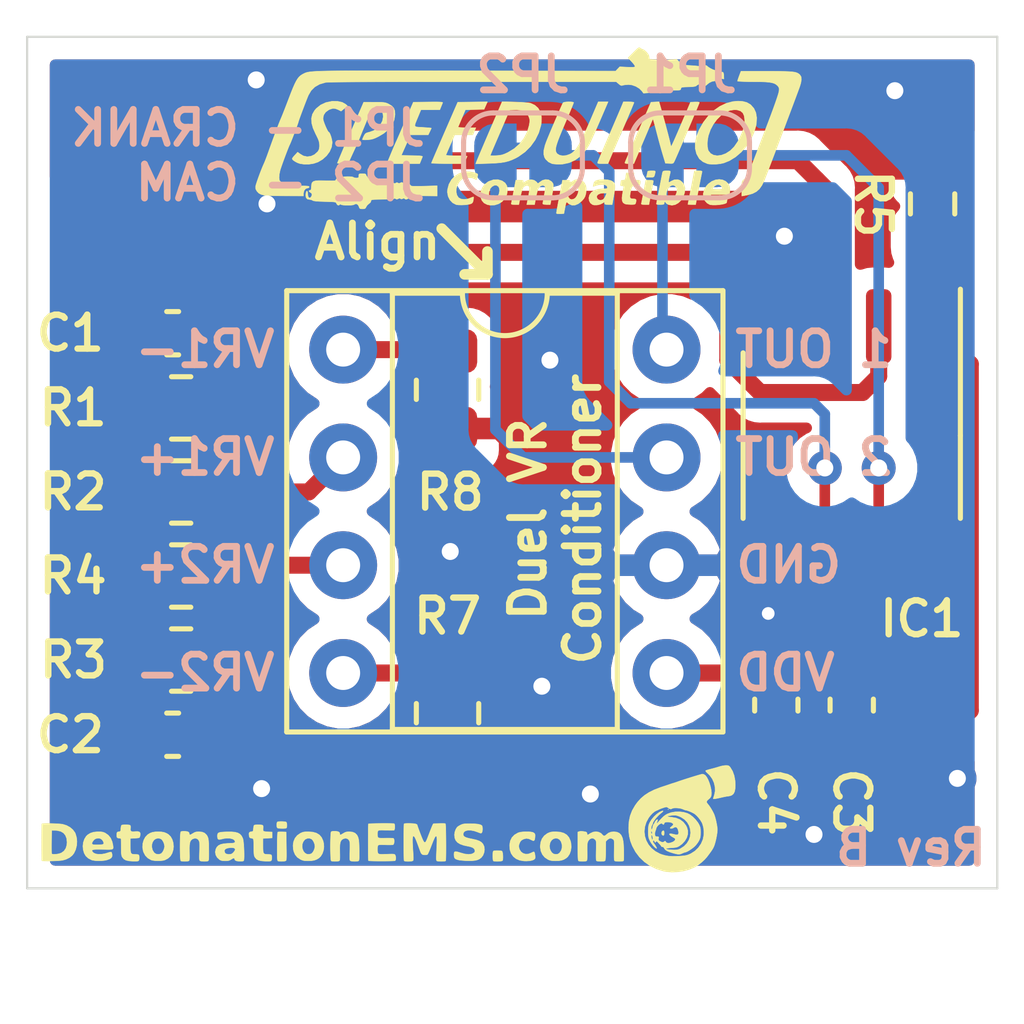
<source format=kicad_pcb>
(kicad_pcb (version 20171130) (host pcbnew "(5.1.10)-1")

  (general
    (thickness 1.6)
    (drawings 17)
    (tracks 75)
    (zones 0)
    (modules 17)
    (nets 14)
  )

  (page A4)
  (layers
    (0 F.Cu signal)
    (31 B.Cu signal)
    (32 B.Adhes user hide)
    (33 F.Adhes user hide)
    (34 B.Paste user hide)
    (35 F.Paste user hide)
    (36 B.SilkS user)
    (37 F.SilkS user)
    (38 B.Mask user hide)
    (39 F.Mask user hide)
    (40 Dwgs.User user hide)
    (41 Cmts.User user hide)
    (42 Eco1.User user hide)
    (43 Eco2.User user hide)
    (44 Edge.Cuts user)
    (45 Margin user hide)
    (46 B.CrtYd user)
    (47 F.CrtYd user)
    (48 B.Fab user hide)
    (49 F.Fab user)
  )

  (setup
    (last_trace_width 0.25)
    (user_trace_width 0.25)
    (user_trace_width 0.4)
    (user_trace_width 0.5)
    (trace_clearance 0.2)
    (zone_clearance 0.508)
    (zone_45_only no)
    (trace_min 0.2)
    (via_size 0.8)
    (via_drill 0.4)
    (via_min_size 0.4)
    (via_min_drill 0.3)
    (user_via 0.6 0.3)
    (user_via 0.9 0.4)
    (uvia_size 0.3)
    (uvia_drill 0.1)
    (uvias_allowed no)
    (uvia_min_size 0.2)
    (uvia_min_drill 0.1)
    (edge_width 0.05)
    (segment_width 0.2)
    (pcb_text_width 0.3)
    (pcb_text_size 1.5 1.5)
    (mod_edge_width 0.12)
    (mod_text_size 1 1)
    (mod_text_width 0.15)
    (pad_size 1.524 1.524)
    (pad_drill 0.762)
    (pad_to_mask_clearance 0)
    (aux_axis_origin 0 0)
    (visible_elements 7FFDFF7F)
    (pcbplotparams
      (layerselection 0x010fc_ffffffff)
      (usegerberextensions true)
      (usegerberattributes false)
      (usegerberadvancedattributes false)
      (creategerberjobfile false)
      (excludeedgelayer true)
      (linewidth 0.100000)
      (plotframeref false)
      (viasonmask false)
      (mode 1)
      (useauxorigin false)
      (hpglpennumber 1)
      (hpglpenspeed 20)
      (hpglpendiameter 15.000000)
      (psnegative false)
      (psa4output false)
      (plotreference true)
      (plotvalue true)
      (plotinvisibletext false)
      (padsonsilk false)
      (subtractmaskfromsilk true)
      (outputformat 1)
      (mirror false)
      (drillshape 0)
      (scaleselection 1)
      (outputdirectory "Production/"))
  )

  (net 0 "")
  (net 1 VR1+)
  (net 2 VR2+)
  (net 3 VDD)
  (net 4 GND)
  (net 5 VR1OUT)
  (net 6 VR2OUT)
  (net 7 "Net-(C1-Pad2)")
  (net 8 "Net-(C2-Pad1)")
  (net 9 "Net-(C3-Pad1)")
  (net 10 VR1-)
  (net 11 VR2-)
  (net 12 "Net-(IC1-Pad7)")
  (net 13 "Net-(IC1-Pad6)")

  (net_class Default "This is the default net class."
    (clearance 0.2)
    (trace_width 0.25)
    (via_dia 0.8)
    (via_drill 0.4)
    (uvia_dia 0.3)
    (uvia_drill 0.1)
    (add_net GND)
    (add_net "Net-(C1-Pad2)")
    (add_net "Net-(C2-Pad1)")
    (add_net "Net-(C3-Pad1)")
    (add_net "Net-(IC1-Pad6)")
    (add_net "Net-(IC1-Pad7)")
    (add_net VDD)
    (add_net VR1+)
    (add_net VR1-)
    (add_net VR1OUT)
    (add_net VR2+)
    (add_net VR2-)
    (add_net VR2OUT)
  )

  (module Jumper:SolderJumper-2_P1.3mm_Bridged_RoundedPad1.0x1.5mm (layer B.Cu) (tedit 5C745284) (tstamp 61593F74)
    (at 165.735 85.598 180)
    (descr "SMD Solder Jumper, 1x1.5mm, rounded Pads, 0.3mm gap, bridged with 1 copper strip")
    (tags "solder jumper open")
    (path /6158DA3A)
    (attr virtual)
    (fp_text reference JP2 (at 0 1.905) (layer B.SilkS)
      (effects (font (size 0.8 0.8) (thickness 0.16)) (justify mirror))
    )
    (fp_text value SolderJumper_2_Bridged (at 0 -1.9) (layer B.Fab)
      (effects (font (size 1 1) (thickness 0.15)) (justify mirror))
    )
    (fp_poly (pts (xy 0.25 0.3) (xy -0.25 0.3) (xy -0.25 -0.3) (xy 0.25 -0.3)) (layer B.Cu) (width 0))
    (fp_line (start 1.65 -1.25) (end -1.65 -1.25) (layer B.CrtYd) (width 0.05))
    (fp_line (start 1.65 -1.25) (end 1.65 1.25) (layer B.CrtYd) (width 0.05))
    (fp_line (start -1.65 1.25) (end -1.65 -1.25) (layer B.CrtYd) (width 0.05))
    (fp_line (start -1.65 1.25) (end 1.65 1.25) (layer B.CrtYd) (width 0.05))
    (fp_line (start -0.7 1) (end 0.7 1) (layer B.SilkS) (width 0.12))
    (fp_line (start 1.4 0.3) (end 1.4 -0.3) (layer B.SilkS) (width 0.12))
    (fp_line (start 0.7 -1) (end -0.7 -1) (layer B.SilkS) (width 0.12))
    (fp_line (start -1.4 -0.3) (end -1.4 0.3) (layer B.SilkS) (width 0.12))
    (fp_arc (start -0.7 0.3) (end -0.7 1) (angle 90) (layer B.SilkS) (width 0.12))
    (fp_arc (start -0.7 -0.3) (end -1.4 -0.3) (angle 90) (layer B.SilkS) (width 0.12))
    (fp_arc (start 0.7 -0.3) (end 0.7 -1) (angle 90) (layer B.SilkS) (width 0.12))
    (fp_arc (start 0.7 0.3) (end 1.4 0.3) (angle 90) (layer B.SilkS) (width 0.12))
    (pad 1 smd custom (at -0.65 0 180) (size 1 0.5) (layers B.Cu B.Mask)
      (net 13 "Net-(IC1-Pad6)") (zone_connect 2)
      (options (clearance outline) (anchor rect))
      (primitives
        (gr_circle (center 0 -0.25) (end 0.5 -0.25) (width 0))
        (gr_circle (center 0 0.25) (end 0.5 0.25) (width 0))
        (gr_poly (pts
           (xy 0 0.75) (xy 0.5 0.75) (xy 0.5 -0.75) (xy 0 -0.75)) (width 0))
      ))
    (pad 2 smd custom (at 0.65 0 180) (size 1 0.5) (layers B.Cu B.Mask)
      (net 6 VR2OUT) (zone_connect 2)
      (options (clearance outline) (anchor rect))
      (primitives
        (gr_circle (center 0 -0.25) (end 0.5 -0.25) (width 0))
        (gr_circle (center 0 0.25) (end 0.5 0.25) (width 0))
        (gr_poly (pts
           (xy 0 0.75) (xy -0.5 0.75) (xy -0.5 -0.75) (xy 0 -0.75)) (width 0))
      ))
  )

  (module Jumper:SolderJumper-2_P1.3mm_Bridged_RoundedPad1.0x1.5mm (layer B.Cu) (tedit 5C745284) (tstamp 61593F61)
    (at 169.672 85.598 180)
    (descr "SMD Solder Jumper, 1x1.5mm, rounded Pads, 0.3mm gap, bridged with 1 copper strip")
    (tags "solder jumper open")
    (path /6158CAC2)
    (attr virtual)
    (fp_text reference JP1 (at 0 1.905) (layer B.SilkS)
      (effects (font (size 0.8 0.8) (thickness 0.16)) (justify mirror))
    )
    (fp_text value SolderJumper_2_Bridged (at 0 -1.9) (layer B.Fab)
      (effects (font (size 1 1) (thickness 0.15)) (justify mirror))
    )
    (fp_poly (pts (xy 0.25 0.3) (xy -0.25 0.3) (xy -0.25 -0.3) (xy 0.25 -0.3)) (layer B.Cu) (width 0))
    (fp_line (start 1.65 -1.25) (end -1.65 -1.25) (layer B.CrtYd) (width 0.05))
    (fp_line (start 1.65 -1.25) (end 1.65 1.25) (layer B.CrtYd) (width 0.05))
    (fp_line (start -1.65 1.25) (end -1.65 -1.25) (layer B.CrtYd) (width 0.05))
    (fp_line (start -1.65 1.25) (end 1.65 1.25) (layer B.CrtYd) (width 0.05))
    (fp_line (start -0.7 1) (end 0.7 1) (layer B.SilkS) (width 0.12))
    (fp_line (start 1.4 0.3) (end 1.4 -0.3) (layer B.SilkS) (width 0.12))
    (fp_line (start 0.7 -1) (end -0.7 -1) (layer B.SilkS) (width 0.12))
    (fp_line (start -1.4 -0.3) (end -1.4 0.3) (layer B.SilkS) (width 0.12))
    (fp_arc (start -0.7 0.3) (end -0.7 1) (angle 90) (layer B.SilkS) (width 0.12))
    (fp_arc (start -0.7 -0.3) (end -1.4 -0.3) (angle 90) (layer B.SilkS) (width 0.12))
    (fp_arc (start 0.7 -0.3) (end 0.7 -1) (angle 90) (layer B.SilkS) (width 0.12))
    (fp_arc (start 0.7 0.3) (end 1.4 0.3) (angle 90) (layer B.SilkS) (width 0.12))
    (pad 1 smd custom (at -0.65 0 180) (size 1 0.5) (layers B.Cu B.Mask)
      (net 12 "Net-(IC1-Pad7)") (zone_connect 2)
      (options (clearance outline) (anchor rect))
      (primitives
        (gr_circle (center 0 -0.25) (end 0.5 -0.25) (width 0))
        (gr_circle (center 0 0.25) (end 0.5 0.25) (width 0))
        (gr_poly (pts
           (xy 0 0.75) (xy 0.5 0.75) (xy 0.5 -0.75) (xy 0 -0.75)) (width 0))
      ))
    (pad 2 smd custom (at 0.65 0 180) (size 1 0.5) (layers B.Cu B.Mask)
      (net 5 VR1OUT) (zone_connect 2)
      (options (clearance outline) (anchor rect))
      (primitives
        (gr_circle (center 0 -0.25) (end 0.5 -0.25) (width 0))
        (gr_circle (center 0 0.25) (end 0.5 0.25) (width 0))
        (gr_poly (pts
           (xy 0 0.75) (xy -0.5 0.75) (xy -0.5 -0.75) (xy 0 -0.75)) (width 0))
      ))
  )

  (module Detonation:DetonationEMS-17mm (layer F.Cu) (tedit 0) (tstamp 6132A601)
    (at 162.56 101.219)
    (path /61371869)
    (fp_text reference G2 (at 0 0) (layer F.SilkS) hide
      (effects (font (size 1.524 1.524) (thickness 0.3)))
    )
    (fp_text value Logo_Open_Hardware_Small (at 0.75 0) (layer F.SilkS) hide
      (effects (font (size 1.524 1.524) (thickness 0.3)))
    )
    (fp_poly (pts (xy 6.497537 0.303831) (xy 6.502269 0.339395) (xy 6.5024 0.34925) (xy 6.498017 0.389708)
      (xy 6.485121 0.406713) (xy 6.464087 0.399937) (xy 6.45414 0.39116) (xy 6.440099 0.363046)
      (xy 6.442267 0.331065) (xy 6.457704 0.304386) (xy 6.483472 0.292177) (xy 6.48589 0.2921)
      (xy 6.497537 0.303831)) (layer F.SilkS) (width 0.01))
    (fp_poly (pts (xy 6.604 -0.20955) (xy 6.59765 -0.2032) (xy 6.5913 -0.20955) (xy 6.59765 -0.2159)
      (xy 6.604 -0.20955)) (layer F.SilkS) (width 0.01))
    (fp_poly (pts (xy 6.475548 -0.166547) (xy 6.456935 -0.145321) (xy 6.419053 -0.113809) (xy 6.377479 -0.077732)
      (xy 6.334724 -0.033894) (xy 6.294974 0.012551) (xy 6.262416 0.056446) (xy 6.241235 0.092637)
      (xy 6.235296 0.112522) (xy 6.227621 0.13879) (xy 6.216246 0.158002) (xy 6.204884 0.182825)
      (xy 6.198726 0.214821) (xy 6.198335 0.244923) (xy 6.204269 0.264066) (xy 6.209521 0.2667)
      (xy 6.218335 0.255397) (xy 6.226885 0.226809) (xy 6.229952 0.209959) (xy 6.23889 0.172112)
      (xy 6.251262 0.144295) (xy 6.25613 0.138554) (xy 6.271646 0.118705) (xy 6.274256 0.109569)
      (xy 6.281762 0.090222) (xy 6.299114 0.065555) (xy 6.319935 0.042816) (xy 6.337844 0.029254)
      (xy 6.34515 0.029017) (xy 6.347015 0.045806) (xy 6.339362 0.070393) (xy 6.326582 0.104384)
      (xy 6.326862 0.11956) (xy 6.339506 0.114406) (xy 6.35319 0.100402) (xy 6.410274 0.035799)
      (xy 6.455915 -0.012417) (xy 6.494211 -0.047946) (xy 6.529259 -0.074492) (xy 6.565158 -0.095758)
      (xy 6.57698 -0.101797) (xy 6.663986 -0.133784) (xy 6.761488 -0.150951) (xy 6.862817 -0.153497)
      (xy 6.961301 -0.141617) (xy 7.050272 -0.115509) (xy 7.107616 -0.086147) (xy 7.176841 -0.032896)
      (xy 7.242307 0.032676) (xy 7.296608 0.102517) (xy 7.323517 0.148622) (xy 7.341585 0.188706)
      (xy 7.352424 0.224313) (xy 7.357779 0.264574) (xy 7.359394 0.31862) (xy 7.359416 0.33655)
      (xy 7.358182 0.396506) (xy 7.353618 0.440237) (xy 7.343998 0.476865) (xy 7.327592 0.515514)
      (xy 7.324185 0.522572) (xy 7.295114 0.571286) (xy 7.256232 0.62288) (xy 7.226057 0.655922)
      (xy 7.185203 0.691578) (xy 7.136796 0.727549) (xy 7.086924 0.759986) (xy 7.04167 0.78504)
      (xy 7.00712 0.79886) (xy 6.9977 0.800379) (xy 6.975005 0.806016) (xy 6.940917 0.819452)
      (xy 6.92785 0.8255) (xy 6.892914 0.840225) (xy 6.86042 0.847242) (xy 6.823741 0.846406)
      (xy 6.77625 0.837571) (xy 6.71195 0.820766) (xy 6.630062 0.795144) (xy 6.570345 0.769314)
      (xy 6.529622 0.741408) (xy 6.512168 0.719087) (xy 6.545304 0.719087) (xy 6.548188 0.723754)
      (xy 6.570944 0.733212) (xy 6.617867 0.740386) (xy 6.689403 0.745333) (xy 6.740947 0.747165)
      (xy 6.798162 0.745418) (xy 6.844533 0.734681) (xy 6.882731 0.717888) (xy 6.96883 0.661999)
      (xy 7.035985 0.593382) (xy 7.084291 0.515277) (xy 7.113846 0.43092) (xy 7.124746 0.34355)
      (xy 7.117088 0.256405) (xy 7.090969 0.172724) (xy 7.046485 0.095744) (xy 6.983733 0.028703)
      (xy 6.902809 -0.02516) (xy 6.859971 -0.04444) (xy 6.813385 -0.061414) (xy 6.776534 -0.070171)
      (xy 6.738488 -0.072074) (xy 6.688319 -0.068488) (xy 6.676673 -0.067315) (xy 6.629804 -0.061019)
      (xy 6.594176 -0.053448) (xy 6.576094 -0.046019) (xy 6.575073 -0.04445) (xy 6.58544 -0.037581)
      (xy 6.616022 -0.030825) (xy 6.66165 -0.025223) (xy 6.676518 -0.023996) (xy 6.78407 -0.005359)
      (xy 6.876419 0.033145) (xy 6.952851 0.091044) (xy 7.012653 0.167865) (xy 7.03659 0.214339)
      (xy 7.058886 0.294331) (xy 7.05744 0.376219) (xy 7.033456 0.457137) (xy 6.988141 0.53422)
      (xy 6.922702 0.604601) (xy 6.849568 0.658631) (xy 6.81393 0.676247) (xy 6.771177 0.687208)
      (xy 6.713014 0.693487) (xy 6.699426 0.694319) (xy 6.627888 0.699197) (xy 6.579714 0.704687)
      (xy 6.552865 0.711184) (xy 6.545304 0.719087) (xy 6.512168 0.719087) (xy 6.504717 0.70956)
      (xy 6.498481 0.695325) (xy 6.480691 0.677018) (xy 6.464698 0.6731) (xy 6.443587 0.669141)
      (xy 6.438395 0.663575) (xy 6.430137 0.650032) (xy 6.409017 0.623846) (xy 6.38076 0.59196)
      (xy 6.349962 0.559342) (xy 6.330956 0.543202) (xy 6.318701 0.540996) (xy 6.308158 0.55018)
      (xy 6.305273 0.55386) (xy 6.290963 0.570021) (xy 6.283502 0.56421) (xy 6.278877 0.549275)
      (xy 6.266011 0.527635) (xy 6.249299 0.521226) (xy 6.237291 0.531503) (xy 6.2357 0.541924)
      (xy 6.243452 0.569288) (xy 6.252234 0.583199) (xy 6.276155 0.615121) (xy 6.298725 0.649962)
      (xy 6.316487 0.681624) (xy 6.325983 0.704012) (xy 6.324816 0.7112) (xy 6.301523 0.701045)
      (xy 6.270162 0.674027) (xy 6.235303 0.635315) (xy 6.201514 0.59008) (xy 6.173366 0.543491)
      (xy 6.169079 0.535007) (xy 6.150827 0.495906) (xy 6.138967 0.463499) (xy 6.132126 0.430301)
      (xy 6.131875 0.427036) (xy 6.19891 0.427036) (xy 6.202933 0.461077) (xy 6.210901 0.490904)
      (xy 6.220871 0.507154) (xy 6.223575 0.508) (xy 6.232778 0.497153) (xy 6.2357 0.477076)
      (xy 6.230744 0.441917) (xy 6.221001 0.410401) (xy 6.210285 0.388164) (xy 6.203915 0.388157)
      (xy 6.200775 0.398143) (xy 6.19891 0.427036) (xy 6.131875 0.427036) (xy 6.128927 0.388829)
      (xy 6.128852 0.384175) (xy 6.283035 0.384175) (xy 6.289124 0.415402) (xy 6.301438 0.428773)
      (xy 6.327823 0.431779) (xy 6.332914 0.4318) (xy 6.361974 0.433381) (xy 6.372059 0.4432)
      (xy 6.369587 0.468864) (xy 6.36861 0.474124) (xy 6.366263 0.506228) (xy 6.377639 0.526321)
      (xy 6.39026 0.535794) (xy 6.438392 0.561089) (xy 6.475507 0.56576) (xy 6.503045 0.551865)
      (xy 6.521444 0.53724) (xy 6.530566 0.540385) (xy 6.535651 0.551784) (xy 6.557815 0.577359)
      (xy 6.596036 0.587176) (xy 6.646396 0.581166) (xy 6.704976 0.559261) (xy 6.713585 0.554934)
      (xy 6.748011 0.530178) (xy 6.764735 0.503087) (xy 6.761929 0.481272) (xy 6.74679 0.468475)
      (xy 6.717955 0.450976) (xy 6.707913 0.445669) (xy 6.671672 0.423836) (xy 6.642238 0.400587)
      (xy 6.638376 0.39662) (xy 6.625239 0.374952) (xy 6.634826 0.36429) (xy 6.666949 0.364672)
      (xy 6.721423 0.376139) (xy 6.728532 0.378014) (xy 6.784058 0.389363) (xy 6.819852 0.386931)
      (xy 6.838405 0.369229) (xy 6.842212 0.334769) (xy 6.839521 0.311762) (xy 6.82418 0.254018)
      (xy 6.800821 0.218148) (xy 6.770714 0.205144) (xy 6.73513 0.215998) (xy 6.725397 0.222653)
      (xy 6.699239 0.235572) (xy 6.670478 0.240948) (xy 6.648498 0.238013) (xy 6.6421 0.229464)
      (xy 6.65152 0.214987) (xy 6.674731 0.194516) (xy 6.6802 0.1905) (xy 6.705361 0.168205)
      (xy 6.717963 0.148464) (xy 6.7183 0.145905) (xy 6.706483 0.1207) (xy 6.67379 0.101738)
      (xy 6.624352 0.090827) (xy 6.588159 0.0889) (xy 6.546058 0.08991) (xy 6.522119 0.094801)
      (xy 6.50913 0.106364) (xy 6.501762 0.122326) (xy 6.49129 0.144966) (xy 6.48012 0.14628)
      (xy 6.465131 0.134102) (xy 6.446376 0.120486) (xy 6.428011 0.12079) (xy 6.402956 0.132235)
      (xy 6.369042 0.156635) (xy 6.338223 0.189962) (xy 6.317203 0.223949) (xy 6.3119 0.244484)
      (xy 6.306689 0.26842) (xy 6.294345 0.299673) (xy 6.28339 0.341081) (xy 6.283035 0.384175)
      (xy 6.128852 0.384175) (xy 6.12807 0.336137) (xy 6.190682 0.336137) (xy 6.198347 0.359629)
      (xy 6.211658 0.3683) (xy 6.22162 0.358333) (xy 6.222107 0.352425) (xy 6.216932 0.327771)
      (xy 6.211628 0.312078) (xy 6.203273 0.295587) (xy 6.196546 0.30229) (xy 6.193869 0.308903)
      (xy 6.190682 0.336137) (xy 6.12807 0.336137) (xy 6.127996 0.331599) (xy 6.127955 0.31115)
      (xy 6.128428 0.247705) (xy 6.130799 0.202405) (xy 6.136333 0.168002) (xy 6.146292 0.137251)
      (xy 6.161942 0.102904) (xy 6.16555 0.095601) (xy 6.206477 0.029731) (xy 6.261606 -0.036377)
      (xy 6.323899 -0.095484) (xy 6.386319 -0.140351) (xy 6.404554 -0.150217) (xy 6.449062 -0.169737)
      (xy 6.472826 -0.174933) (xy 6.475548 -0.166547)) (layer F.SilkS) (width 0.01))
    (fp_poly (pts (xy 7.996465 -1.243216) (xy 8.022554 -1.236038) (xy 8.043424 -1.218533) (xy 8.060885 -1.196975)
      (xy 8.113583 -1.109163) (xy 8.15137 -1.003721) (xy 8.173215 -0.884292) (xy 8.178521 -0.781557)
      (xy 8.173811 -0.692872) (xy 8.159548 -0.625686) (xy 8.134803 -0.577604) (xy 8.098646 -0.546234)
      (xy 8.084364 -0.539272) (xy 8.046009 -0.526694) (xy 8.011694 -0.520768) (xy 8.008883 -0.5207)
      (xy 7.983967 -0.517844) (xy 7.941061 -0.510127) (xy 7.886819 -0.498826) (xy 7.84348 -0.48895)
      (xy 7.765457 -0.471382) (xy 7.709961 -0.46099) (xy 7.675223 -0.457535) (xy 7.659477 -0.46078)
      (xy 7.6581 -0.463951) (xy 7.661859 -0.478596) (xy 7.671672 -0.510162) (xy 7.684125 -0.547957)
      (xy 7.702663 -0.640861) (xy 7.699701 -0.738957) (xy 7.67681 -0.83682) (xy 7.635565 -0.929023)
      (xy 7.577539 -1.010141) (xy 7.539127 -1.047992) (xy 7.504174 -1.080778) (xy 7.482839 -1.106283)
      (xy 7.47833 -1.120623) (xy 7.478731 -1.121112) (xy 7.495308 -1.128874) (xy 7.530593 -1.140482)
      (xy 7.57855 -1.154046) (xy 7.608969 -1.161861) (xy 7.672501 -1.178401) (xy 7.737559 -1.196637)
      (xy 7.792857 -1.213369) (xy 7.806924 -1.217976) (xy 7.861954 -1.232644) (xy 7.920325 -1.242314)
      (xy 7.955082 -1.2446) (xy 7.996465 -1.243216)) (layer F.SilkS) (width 0.01))
    (fp_poly (pts (xy -2.491543 0.076792) (xy -2.447575 0.080192) (xy -2.414839 0.085977) (xy -2.40284 0.091439)
      (xy -2.392875 0.114428) (xy -2.388039 0.15144) (xy -2.388969 0.1915) (xy -2.395309 0.221211)
      (xy -2.40481 0.23186) (xy -2.426533 0.238102) (xy -2.465474 0.240889) (xy -2.500719 0.2413)
      (xy -2.555816 0.239266) (xy -2.595467 0.233631) (xy -2.61366 0.22606) (xy -2.624637 0.202638)
      (xy -2.629183 0.16725) (xy -2.627619 0.129318) (xy -2.620266 0.098259) (xy -2.608812 0.083908)
      (xy -2.580365 0.078351) (xy -2.538541 0.076079) (xy -2.491543 0.076792)) (layer F.SilkS) (width 0.01))
    (fp_poly (pts (xy 4.052433 0.32561) (xy 4.138626 0.350365) (xy 4.206784 0.392403) (xy 4.25775 0.452358)
      (xy 4.292366 0.530868) (xy 4.305845 0.588331) (xy 4.312117 0.678422) (xy 4.300544 0.764639)
      (xy 4.272736 0.84192) (xy 4.230304 0.905203) (xy 4.194877 0.936982) (xy 4.140918 0.969604)
      (xy 4.084722 0.99008) (xy 4.018544 1.000451) (xy 3.944974 1.002836) (xy 3.883555 1.001396)
      (xy 3.838711 0.996614) (xy 3.801679 0.986921) (xy 3.763695 0.97075) (xy 3.762578 0.970211)
      (xy 3.689372 0.921405) (xy 3.633925 0.855572) (xy 3.597648 0.775123) (xy 3.581951 0.682472)
      (xy 3.5814 0.660399) (xy 3.582769 0.64843) (xy 3.798986 0.64843) (xy 3.803973 0.707639)
      (xy 3.821604 0.757142) (xy 3.854779 0.810239) (xy 3.897158 0.840799) (xy 3.951656 0.850891)
      (xy 3.953502 0.8509) (xy 3.99716 0.844056) (xy 4.033531 0.819678) (xy 4.038547 0.814806)
      (xy 4.076034 0.760323) (xy 4.094936 0.694292) (xy 4.094511 0.623243) (xy 4.074016 0.553706)
      (xy 4.069333 0.544134) (xy 4.03457 0.49972) (xy 3.99021 0.475244) (xy 3.941389 0.469957)
      (xy 3.893243 0.483105) (xy 3.850909 0.513939) (xy 3.819522 0.561707) (xy 3.812235 0.581746)
      (xy 3.798986 0.64843) (xy 3.582769 0.64843) (xy 3.592294 0.56516) (xy 3.624107 0.481909)
      (xy 3.675531 0.412856) (xy 3.745257 0.360211) (xy 3.765033 0.350044) (xy 3.804791 0.333311)
      (xy 3.842708 0.323398) (xy 3.887933 0.318673) (xy 3.947362 0.3175) (xy 4.052433 0.32561)) (layer F.SilkS) (width 0.01))
    (fp_poly (pts (xy 2.026748 0.129716) (xy 2.109627 0.137647) (xy 2.168514 0.150852) (xy 2.20304 0.169265)
      (xy 2.209931 0.178045) (xy 2.219516 0.211981) (xy 2.222041 0.256782) (xy 2.217824 0.301047)
      (xy 2.207182 0.333373) (xy 2.205545 0.335832) (xy 2.195506 0.347111) (xy 2.182984 0.351)
      (xy 2.162034 0.346786) (xy 2.126715 0.333759) (xy 2.10077 0.323295) (xy 2.021472 0.297041)
      (xy 1.946984 0.283578) (xy 1.880945 0.282628) (xy 1.826993 0.29391) (xy 1.788767 0.317148)
      (xy 1.770687 0.348564) (xy 1.766104 0.384097) (xy 1.773992 0.412502) (xy 1.79693 0.435503)
      (xy 1.837499 0.454826) (xy 1.898281 0.472195) (xy 1.9812 0.489212) (xy 2.073459 0.509773)
      (xy 2.143703 0.534541) (xy 2.195237 0.565707) (xy 2.231364 0.605466) (xy 2.25539 0.656009)
      (xy 2.261097 0.674946) (xy 2.267785 0.739862) (xy 2.257342 0.809052) (xy 2.232231 0.873264)
      (xy 2.195033 0.923136) (xy 2.154303 0.955422) (xy 2.108918 0.978093) (xy 2.05381 0.992463)
      (xy 1.983907 0.999844) (xy 1.894139 1.001549) (xy 1.8923 1.001536) (xy 1.815516 0.999281)
      (xy 1.742433 0.994132) (xy 1.681345 0.986787) (xy 1.653376 0.981491) (xy 1.6014 0.965813)
      (xy 1.569981 0.944766) (xy 1.554286 0.912313) (xy 1.549481 0.862418) (xy 1.5494 0.851628)
      (xy 1.551926 0.815496) (xy 1.561916 0.793609) (xy 1.582987 0.785021) (xy 1.618754 0.788786)
      (xy 1.672833 0.803959) (xy 1.698955 0.812525) (xy 1.803737 0.841075) (xy 1.892097 0.851078)
      (xy 1.963705 0.84252) (xy 2.004208 0.825162) (xy 2.032291 0.804235) (xy 2.042599 0.782085)
      (xy 2.042308 0.759153) (xy 2.027359 0.720949) (xy 1.990282 0.691217) (xy 1.930191 0.669401)
      (xy 1.885305 0.660295) (xy 1.778597 0.637807) (xy 1.69501 0.608118) (xy 1.63295 0.569886)
      (xy 1.590822 0.521766) (xy 1.567031 0.462416) (xy 1.559983 0.390492) (xy 1.560046 0.386299)
      (xy 1.569126 0.323632) (xy 1.591137 0.26178) (xy 1.621795 0.21266) (xy 1.622909 0.211389)
      (xy 1.64674 0.192049) (xy 1.683827 0.16946) (xy 1.70815 0.157074) (xy 1.739589 0.143795)
      (xy 1.770703 0.135091) (xy 1.808074 0.13003) (xy 1.858288 0.127684) (xy 1.920249 0.127124)
      (xy 2.026748 0.129716)) (layer F.SilkS) (width 0.01))
    (fp_poly (pts (xy -1.778995 0.325446) (xy -1.692648 0.349573) (xy -1.624255 0.39085) (xy -1.572784 0.450032)
      (xy -1.537205 0.527876) (xy -1.523349 0.582362) (xy -1.515954 0.668597) (xy -1.526061 0.753433)
      (xy -1.551902 0.831234) (xy -1.591713 0.896361) (xy -1.634423 0.936982) (xy -1.688496 0.969634)
      (xy -1.744966 0.990162) (xy -1.811558 1.000609) (xy -1.884326 1.003087) (xy -1.94406 1.001962)
      (xy -1.98719 0.997741) (xy -2.022471 0.988763) (xy -2.058658 0.973368) (xy -2.069618 0.967947)
      (xy -2.141656 0.92018) (xy -2.193311 0.858639) (xy -2.226423 0.780836) (xy -2.234975 0.744143)
      (xy -2.241712 0.667082) (xy -2.029326 0.667082) (xy -2.02017 0.725275) (xy -1.998207 0.777488)
      (xy -1.964632 0.818902) (xy -1.920641 0.844699) (xy -1.882226 0.8509) (xy -1.841786 0.845332)
      (xy -1.80728 0.831768) (xy -1.804852 0.830167) (xy -1.774969 0.797847) (xy -1.749197 0.750214)
      (xy -1.732114 0.697348) (xy -1.727758 0.6604) (xy -1.735342 0.610213) (xy -1.755042 0.557714)
      (xy -1.782279 0.512984) (xy -1.804852 0.490632) (xy -1.852815 0.471394) (xy -1.905724 0.47288)
      (xy -1.954958 0.49434) (xy -1.968012 0.504825) (xy -2.004442 0.552038) (xy -2.024482 0.60773)
      (xy -2.029326 0.667082) (xy -2.241712 0.667082) (xy -2.243835 0.64281) (xy -2.231179 0.551137)
      (xy -2.197867 0.47116) (xy -2.14476 0.404913) (xy -2.072718 0.354432) (xy -2.069618 0.352852)
      (xy -2.031703 0.335458) (xy -1.997038 0.324926) (xy -1.956867 0.319595) (xy -1.902434 0.317804)
      (xy -1.884326 0.317712) (xy -1.778995 0.325446)) (layer F.SilkS) (width 0.01))
    (fp_poly (pts (xy -5.340254 0.321424) (xy -5.27406 0.334627) (xy -5.216394 0.359252) (xy -5.177723 0.383817)
      (xy -5.127592 0.434026) (xy -5.089954 0.501621) (xy -5.066575 0.580963) (xy -5.059221 0.666416)
      (xy -5.066649 0.738437) (xy -5.09236 0.825057) (xy -5.133119 0.892909) (xy -5.191715 0.945472)
      (xy -5.262526 0.982797) (xy -5.307232 0.994405) (xy -5.367836 1.001) (xy -5.435682 1.002605)
      (xy -5.502112 0.999241) (xy -5.558469 0.990931) (xy -5.58779 0.981968) (xy -5.66576 0.937143)
      (xy -5.723774 0.878029) (xy -5.764413 0.801679) (xy -5.776028 0.766876) (xy -5.78968 0.682346)
      (xy -5.789461 0.678868) (xy -5.571959 0.678868) (xy -5.556565 0.743868) (xy -5.550996 0.757142)
      (xy -5.517259 0.810799) (xy -5.474297 0.841562) (xy -5.4229 0.8509) (xy -5.382961 0.844986)
      (xy -5.348935 0.830704) (xy -5.348152 0.830167) (xy -5.318269 0.797847) (xy -5.292497 0.750214)
      (xy -5.275414 0.697348) (xy -5.271058 0.6604) (xy -5.278642 0.610213) (xy -5.298342 0.557714)
      (xy -5.325579 0.512984) (xy -5.348152 0.490632) (xy -5.381275 0.476427) (xy -5.421748 0.46994)
      (xy -5.424752 0.4699) (xy -5.477504 0.481252) (xy -5.520574 0.512316) (xy -5.55199 0.558601)
      (xy -5.569776 0.615615) (xy -5.571959 0.678868) (xy -5.789461 0.678868) (xy -5.784254 0.596296)
      (xy -5.761426 0.514577) (xy -5.722869 0.443042) (xy -5.670258 0.387541) (xy -5.666724 0.384873)
      (xy -5.612796 0.351212) (xy -5.555967 0.330215) (xy -5.488483 0.319742) (xy -5.4229 0.3175)
      (xy -5.340254 0.321424)) (layer F.SilkS) (width 0.01))
    (fp_poly (pts (xy -6.771277 0.31928) (xy -6.727191 0.325907) (xy -6.688308 0.33931) (xy -6.668578 0.348704)
      (xy -6.59659 0.398875) (xy -6.541896 0.467467) (xy -6.504783 0.554031) (xy -6.489209 0.626552)
      (xy -6.483671 0.664946) (xy -6.481627 0.693428) (xy -6.486158 0.713406) (xy -6.500343 0.726289)
      (xy -6.527263 0.733484) (xy -6.569997 0.736399) (xy -6.631626 0.736442) (xy -6.715229 0.735021)
      (xy -6.726101 0.734832) (xy -6.816537 0.733719) (xy -6.884273 0.734242) (xy -6.931984 0.736937)
      (xy -6.962347 0.74234) (xy -6.978037 0.750984) (xy -6.98173 0.763405) (xy -6.976102 0.780138)
      (xy -6.973916 0.784381) (xy -6.942646 0.81724) (xy -6.892713 0.839029) (xy -6.828522 0.849306)
      (xy -6.754479 0.847632) (xy -6.674988 0.833567) (xy -6.626706 0.819065) (xy -6.578855 0.804259)
      (xy -6.542996 0.796914) (xy -6.524711 0.798154) (xy -6.524343 0.798477) (xy -6.515495 0.817544)
      (xy -6.507825 0.850497) (xy -6.506574 0.858887) (xy -6.508393 0.900658) (xy -6.52801 0.93354)
      (xy -6.56794 0.960029) (xy -6.630695 0.982622) (xy -6.631355 0.982811) (xy -6.691157 0.994739)
      (xy -6.762724 1.001302) (xy -6.838002 1.002525) (xy -6.908938 0.998433) (xy -6.967479 0.98905)
      (xy -6.99135 0.981694) (xy -7.069028 0.941469) (xy -7.125949 0.889532) (xy -7.165093 0.822253)
      (xy -7.188368 0.741634) (xy -7.195635 0.654621) (xy -7.186455 0.579432) (xy -6.981159 0.579432)
      (xy -6.981075 0.603597) (xy -6.961202 0.61913) (xy -6.957326 0.620655) (xy -6.93294 0.624392)
      (xy -6.891516 0.62602) (xy -6.841311 0.625724) (xy -6.790584 0.623687) (xy -6.747593 0.620092)
      (xy -6.721475 0.615414) (xy -6.707021 0.599685) (xy -6.706958 0.571296) (xy -6.71987 0.537472)
      (xy -6.742724 0.507023) (xy -6.774969 0.481311) (xy -6.81026 0.471223) (xy -6.834799 0.470303)
      (xy -6.887349 0.477567) (xy -6.927825 0.501429) (xy -6.961673 0.542726) (xy -6.981159 0.579432)
      (xy -7.186455 0.579432) (xy -7.185177 0.568967) (xy -7.158745 0.49044) (xy -7.118092 0.424811)
      (xy -7.081289 0.389003) (xy -7.017784 0.350548) (xy -6.945664 0.327455) (xy -6.858748 0.317961)
      (xy -6.830582 0.3175) (xy -6.771277 0.31928)) (layer F.SilkS) (width 0.01))
    (fp_poly (pts (xy 4.587554 0.30958) (xy 4.606137 0.31215) (xy 4.647797 0.319804) (xy 4.670531 0.328414)
      (xy 4.680657 0.341765) (xy 4.683968 0.358775) (xy 4.689612 0.384114) (xy 4.696668 0.393645)
      (xy 4.711287 0.387115) (xy 4.739564 0.370393) (xy 4.7625 0.3556) (xy 4.826648 0.325514)
      (xy 4.893587 0.315789) (xy 4.957814 0.325731) (xy 5.013829 0.354644) (xy 5.049669 0.391872)
      (xy 5.075291 0.415298) (xy 5.103423 0.414064) (xy 5.131276 0.393223) (xy 5.187505 0.348199)
      (xy 5.248503 0.324136) (xy 5.316246 0.317547) (xy 5.388593 0.325908) (xy 5.445589 0.352026)
      (xy 5.488575 0.397304) (xy 5.518896 0.463148) (xy 5.537623 0.549033) (xy 5.541902 0.590608)
      (xy 5.545422 0.6464) (xy 5.548112 0.711271) (xy 5.549898 0.78008) (xy 5.550708 0.84769)
      (xy 5.550471 0.908962) (xy 5.549113 0.958757) (xy 5.546562 0.991937) (xy 5.544016 1.002544)
      (xy 5.527892 1.009146) (xy 5.494221 1.013478) (xy 5.450763 1.015455) (xy 5.405277 1.014995)
      (xy 5.365521 1.012014) (xy 5.339256 1.006428) (xy 5.33596 1.00478) (xy 5.329809 0.995858)
      (xy 5.32552 0.976082) (xy 5.322935 0.942371) (xy 5.321896 0.891645) (xy 5.322247 0.820822)
      (xy 5.32326 0.75629) (xy 5.324717 0.673199) (xy 5.325329 0.611765) (xy 5.32473 0.56825)
      (xy 5.322555 0.538915) (xy 5.31844 0.520022) (xy 5.31202 0.507832) (xy 5.302928 0.498608)
      (xy 5.297668 0.494265) (xy 5.254242 0.472284) (xy 5.210179 0.475437) (xy 5.167056 0.503554)
      (xy 5.161751 0.508878) (xy 5.12445 0.547856) (xy 5.123631 0.770197) (xy 5.12294 0.853749)
      (xy 5.121392 0.915192) (xy 5.118721 0.957807) (xy 5.11466 0.98488) (xy 5.108939 0.999693)
      (xy 5.104581 1.004074) (xy 5.080708 1.01099) (xy 5.041722 1.01473) (xy 4.996121 1.015385)
      (xy 4.952402 1.013042) (xy 4.919061 1.00779) (xy 4.905974 1.001994) (xy 4.900505 0.985165)
      (xy 4.897309 0.947111) (xy 4.896352 0.886624) (xy 4.897594 0.802497) (xy 4.898641 0.763869)
      (xy 4.900909 0.6832) (xy 4.901974 0.623858) (xy 4.901504 0.581786) (xy 4.899165 0.552928)
      (xy 4.894627 0.533226) (xy 4.887557 0.518623) (xy 4.877623 0.505061) (xy 4.877434 0.504825)
      (xy 4.840999 0.476577) (xy 4.79854 0.469525) (xy 4.757583 0.484018) (xy 4.7409 0.498475)
      (xy 4.720472 0.522703) (xy 4.705718 0.546704) (xy 4.695812 0.574987) (xy 4.689927 0.612064)
      (xy 4.687238 0.662444) (xy 4.686919 0.730638) (xy 4.68763 0.789276) (xy 4.688433 0.868501)
      (xy 4.687892 0.925841) (xy 4.685763 0.964788) (xy 4.681804 0.988833) (xy 4.675771 1.001468)
      (xy 4.672642 1.00416) (xy 4.648544 1.010911) (xy 4.608749 1.014581) (xy 4.562731 1.015154)
      (xy 4.519966 1.012614) (xy 4.489929 1.006944) (xy 4.484595 1.004493) (xy 4.479129 0.996689)
      (xy 4.474885 0.979272) (xy 4.471731 0.949599) (xy 4.469538 0.905028) (xy 4.468172 0.842916)
      (xy 4.467504 0.760622) (xy 4.467397 0.658612) (xy 4.467753 0.32385) (xy 4.500038 0.31215)
      (xy 4.536064 0.306905) (xy 4.587554 0.30958)) (layer F.SilkS) (width 0.01))
    (fp_poly (pts (xy 3.303492 0.317733) (xy 3.361609 0.322633) (xy 3.404819 0.331721) (xy 3.415391 0.33608)
      (xy 3.441793 0.352547) (xy 3.456043 0.372193) (xy 3.460626 0.402058) (xy 3.458029 0.449178)
      (xy 3.457461 0.455203) (xy 3.449637 0.502004) (xy 3.435406 0.525646) (xy 3.41161 0.52816)
      (xy 3.37509 0.511579) (xy 3.372322 0.509961) (xy 3.309065 0.481316) (xy 3.250455 0.474943)
      (xy 3.19001 0.490286) (xy 3.182274 0.493582) (xy 3.140122 0.517056) (xy 3.112889 0.547156)
      (xy 3.098703 0.574127) (xy 3.079354 0.626005) (xy 3.075423 0.669732) (xy 3.086563 0.717068)
      (xy 3.093894 0.736506) (xy 3.127682 0.789978) (xy 3.17651 0.826327) (xy 3.235481 0.844169)
      (xy 3.2997 0.84212) (xy 3.364271 0.818798) (xy 3.371198 0.814866) (xy 3.404085 0.798567)
      (xy 3.42939 0.791448) (xy 3.435282 0.791966) (xy 3.445069 0.806992) (xy 3.453732 0.838573)
      (xy 3.459932 0.877863) (xy 3.462333 0.916017) (xy 3.459597 0.944192) (xy 3.458704 0.9469)
      (xy 3.436424 0.971515) (xy 3.392912 0.99043) (xy 3.331867 1.002793) (xy 3.256992 1.00775)
      (xy 3.2004 1.006474) (xy 3.0996 0.990338) (xy 3.014736 0.954908) (xy 2.947039 0.901581)
      (xy 2.897743 0.831758) (xy 2.868083 0.746836) (xy 2.859291 0.648216) (xy 2.860538 0.621027)
      (xy 2.877621 0.530066) (xy 2.914971 0.454317) (xy 2.972931 0.393321) (xy 3.051842 0.346618)
      (xy 3.070482 0.338829) (xy 3.11396 0.327569) (xy 3.17224 0.32026) (xy 3.237893 0.316962)
      (xy 3.303492 0.317733)) (layer F.SilkS) (width 0.01))
    (fp_poly (pts (xy 2.599482 0.762937) (xy 2.642426 0.765967) (xy 2.672599 0.771308) (xy 2.679036 0.774021)
      (xy 2.689052 0.792418) (xy 2.696609 0.828395) (xy 2.701298 0.874215) (xy 2.702709 0.92214)
      (xy 2.700433 0.964435) (xy 2.694058 0.99336) (xy 2.690936 0.998713) (xy 2.672407 1.006426)
      (xy 2.636483 1.012031) (xy 2.591105 1.015194) (xy 2.544216 1.015583) (xy 2.503757 1.012862)
      (xy 2.479675 1.007589) (xy 2.470978 0.993347) (xy 2.465779 0.957875) (xy 2.463828 0.899303)
      (xy 2.4638 0.8893) (xy 2.464663 0.833265) (xy 2.467789 0.797823) (xy 2.473975 0.778208)
      (xy 2.483888 0.769708) (xy 2.511226 0.76461) (xy 2.552753 0.762419) (xy 2.599482 0.762937)) (layer F.SilkS) (width 0.01))
    (fp_poly (pts (xy 0.514408 0.121268) (xy 0.587235 0.124726) (xy 0.637746 0.131432) (xy 0.668911 0.142227)
      (xy 0.683701 0.157953) (xy 0.685948 0.16983) (xy 0.690361 0.186045) (xy 0.702453 0.221569)
      (xy 0.720668 0.272048) (xy 0.743447 0.333132) (xy 0.759267 0.37465) (xy 0.791853 0.457668)
      (xy 0.81792 0.517456) (xy 0.839265 0.554781) (xy 0.857689 0.57041) (xy 0.87499 0.565111)
      (xy 0.892968 0.539652) (xy 0.913421 0.494801) (xy 0.931718 0.448244) (xy 0.968376 0.352455)
      (xy 0.997196 0.277802) (xy 1.019319 0.22166) (xy 1.03589 0.181406) (xy 1.048052 0.154416)
      (xy 1.056948 0.138067) (xy 1.063722 0.129735) (xy 1.069515 0.126797) (xy 1.071903 0.12654)
      (xy 1.166118 0.123684) (xy 1.237576 0.122126) (xy 1.288888 0.121873) (xy 1.322665 0.12293)
      (xy 1.341518 0.125302) (xy 1.346381 0.127112) (xy 1.349348 0.141132) (xy 1.352022 0.176966)
      (xy 1.35438 0.231028) (xy 1.356398 0.299733) (xy 1.35805 0.379495) (xy 1.359313 0.46673)
      (xy 1.360162 0.557852) (xy 1.360572 0.649276) (xy 1.360521 0.737417) (xy 1.359983 0.81869)
      (xy 1.358933 0.889508) (xy 1.357349 0.946288) (xy 1.355204 0.985443) (xy 1.352476 1.003389)
      (xy 1.352329 1.003656) (xy 1.336423 1.009883) (xy 1.302952 1.013835) (xy 1.259652 1.015481)
      (xy 1.214258 1.014788) (xy 1.174508 1.011727) (xy 1.148136 1.006265) (xy 1.144502 1.004497)
      (xy 1.13866 0.997101) (xy 1.134781 0.981481) (xy 1.132814 0.954493) (xy 1.132706 0.912992)
      (xy 1.134405 0.853833) (xy 1.137858 0.773871) (xy 1.139939 0.73088) (xy 1.14453 0.632765)
      (xy 1.147264 0.557227) (xy 1.147956 0.501494) (xy 1.146419 0.462798) (xy 1.142467 0.43837)
      (xy 1.135915 0.42544) (xy 1.126574 0.421237) (xy 1.119164 0.421827) (xy 1.105712 0.435806)
      (xy 1.085371 0.473939) (xy 1.058102 0.536309) (xy 1.023866 0.623) (xy 1.019621 0.634161)
      (xy 0.993004 0.70259) (xy 0.968309 0.762778) (xy 0.947312 0.810648) (xy 0.931791 0.842123)
      (xy 0.92434 0.852874) (xy 0.895336 0.861339) (xy 0.85503 0.862722) (xy 0.816469 0.857179)
      (xy 0.801006 0.851385) (xy 0.779843 0.830894) (xy 0.764742 0.80376) (xy 0.755165 0.778076)
      (xy 0.739167 0.734691) (xy 0.719014 0.679769) (xy 0.698004 0.6223) (xy 0.669243 0.545425)
      (xy 0.646487 0.489793) (xy 0.628147 0.452407) (xy 0.612636 0.430273) (xy 0.598364 0.420395)
      (xy 0.590257 0.4191) (xy 0.580677 0.428043) (xy 0.574498 0.455709) (xy 0.571703 0.503352)
      (xy 0.572272 0.572227) (xy 0.576189 0.663588) (xy 0.583434 0.778688) (xy 0.584816 0.798206)
      (xy 0.5898 0.876554) (xy 0.591768 0.932856) (xy 0.590694 0.970288) (xy 0.586551 0.992027)
      (xy 0.583136 0.998231) (xy 0.563354 1.007452) (xy 0.527133 1.013522) (xy 0.482376 1.016326)
      (xy 0.436988 1.015744) (xy 0.398874 1.011658) (xy 0.375939 1.00395) (xy 0.373453 1.001364)
      (xy 0.371323 0.985569) (xy 0.369511 0.948027) (xy 0.368019 0.892386) (xy 0.366849 0.822294)
      (xy 0.366003 0.741401) (xy 0.365483 0.653355) (xy 0.365289 0.561807) (xy 0.365424 0.470403)
      (xy 0.365889 0.382794) (xy 0.366687 0.302628) (xy 0.367818 0.233554) (xy 0.369285 0.179222)
      (xy 0.371089 0.143279) (xy 0.373049 0.129589) (xy 0.387968 0.125089) (xy 0.422658 0.122054)
      (xy 0.471513 0.120814) (xy 0.514408 0.121268)) (layer F.SilkS) (width 0.01))
    (fp_poly (pts (xy -0.002861 0.121558) (xy 0.058107 0.122469) (xy 0.105203 0.123974) (xy 0.134065 0.126103)
      (xy 0.140706 0.127622) (xy 0.149384 0.145301) (xy 0.153646 0.178534) (xy 0.153638 0.217887)
      (xy 0.14951 0.253926) (xy 0.141409 0.277218) (xy 0.138313 0.280256) (xy 0.121325 0.282824)
      (xy 0.083966 0.284147) (xy 0.031237 0.284176) (xy -0.031861 0.28286) (xy -0.053159 0.282156)
      (xy -0.128458 0.279678) (xy -0.182056 0.279661) (xy -0.217641 0.283807) (xy -0.238901 0.293819)
      (xy -0.249524 0.311398) (xy -0.253199 0.338245) (xy -0.253612 0.37465) (xy -0.253101 0.412047)
      (xy -0.249054 0.438338) (xy -0.237694 0.455366) (xy -0.215245 0.464974) (xy -0.177933 0.469005)
      (xy -0.121981 0.469302) (xy -0.062151 0.468108) (xy 0.001984 0.467431) (xy 0.057541 0.46821)
      (xy 0.099284 0.470273) (xy 0.121975 0.473448) (xy 0.123825 0.474237) (xy 0.135535 0.494266)
      (xy 0.140322 0.528781) (xy 0.138596 0.567948) (xy 0.130761 0.601932) (xy 0.11776 0.620615)
      (xy 0.095829 0.625165) (xy 0.05304 0.627522) (xy -0.006149 0.627566) (xy -0.067597 0.625625)
      (xy -0.139697 0.622665) (xy -0.190245 0.622718) (xy -0.223074 0.627951) (xy -0.242017 0.640536)
      (xy -0.250907 0.66264) (xy -0.253578 0.696433) (xy -0.253806 0.730997) (xy -0.253184 0.776871)
      (xy -0.248674 0.80975) (xy -0.236714 0.83157) (xy -0.213741 0.844268) (xy -0.176191 0.849779)
      (xy -0.120502 0.850042) (xy -0.04311 0.84699) (xy -0.040581 0.846875) (xy 0.032243 0.843954)
      (xy 0.083936 0.843067) (xy 0.118702 0.84446) (xy 0.140748 0.848376) (xy 0.154279 0.85506)
      (xy 0.158109 0.858423) (xy 0.170546 0.883106) (xy 0.176843 0.919679) (xy 0.176729 0.958183)
      (xy 0.169935 0.988661) (xy 0.161925 0.999375) (xy 0.145006 1.002458) (xy 0.107474 1.004981)
      (xy 0.053583 1.006943) (xy -0.012413 1.008342) (xy -0.086261 1.009176) (xy -0.163707 1.009443)
      (xy -0.240497 1.009141) (xy -0.312377 1.008267) (xy -0.375094 1.006821) (xy -0.424395 1.004801)
      (xy -0.456024 1.002203) (xy -0.465782 0.999657) (xy -0.467515 0.984645) (xy -0.468998 0.948)
      (xy -0.47023 0.893323) (xy -0.471207 0.824217) (xy -0.471928 0.744284) (xy -0.47239 0.657127)
      (xy -0.472591 0.566348) (xy -0.472528 0.475549) (xy -0.472198 0.388334) (xy -0.4716 0.308303)
      (xy -0.470731 0.239059) (xy -0.469588 0.184206) (xy -0.468169 0.147344) (xy -0.466472 0.132077)
      (xy -0.466368 0.131934) (xy -0.451509 0.129209) (xy -0.415615 0.12683) (xy -0.363049 0.124829)
      (xy -0.298176 0.123235) (xy -0.225356 0.12208) (xy -0.148955 0.121395) (xy -0.073336 0.121211)
      (xy -0.002861 0.121558)) (layer F.SilkS) (width 0.01))
    (fp_poly (pts (xy -1.230332 0.306989) (xy -1.189554 0.313026) (xy -1.175577 0.317185) (xy -1.149269 0.336172)
      (xy -1.143 0.361635) (xy -1.140455 0.383653) (xy -1.130212 0.39149) (xy -1.108361 0.384868)
      (xy -1.070994 0.363506) (xy -1.058405 0.3556) (xy -1.018543 0.333228) (xy -0.981916 0.321685)
      (xy -0.936382 0.317708) (xy -0.916588 0.3175) (xy -0.840773 0.325351) (xy -0.782756 0.349773)
      (xy -0.740036 0.392069) (xy -0.725175 0.417204) (xy -0.712485 0.446216) (xy -0.702761 0.478974)
      (xy -0.695566 0.519362) (xy -0.690465 0.57126) (xy -0.687023 0.638552) (xy -0.684805 0.725118)
      (xy -0.683913 0.78528) (xy -0.683329 0.865423) (xy -0.684006 0.923633) (xy -0.686188 0.963355)
      (xy -0.69012 0.988035) (xy -0.696047 1.001119) (xy -0.699458 1.00416) (xy -0.724509 1.011305)
      (xy -0.765163 1.014951) (xy -0.81187 1.01512) (xy -0.855078 1.011834) (xy -0.885238 1.005113)
      (xy -0.888182 1.003738) (xy -0.896756 0.997263) (xy -0.902656 0.985971) (xy -0.906177 0.965986)
      (xy -0.907619 0.933433) (xy -0.907277 0.884438) (xy -0.905451 0.815123) (xy -0.904643 0.789339)
      (xy -0.90294 0.717669) (xy -0.902478 0.652729) (xy -0.903214 0.599771) (xy -0.905102 0.564044)
      (xy -0.90662 0.553627) (xy -0.929218 0.507397) (xy -0.966005 0.479166) (xy -1.011601 0.470739)
      (xy -1.060627 0.483922) (xy -1.079801 0.495513) (xy -1.103521 0.516545) (xy -1.120866 0.543466)
      (xy -1.132588 0.580031) (xy -1.139439 0.629997) (xy -1.142174 0.697119) (xy -1.141544 0.785154)
      (xy -1.141176 0.801661) (xy -1.139766 0.877026) (xy -1.139884 0.930814) (xy -1.141804 0.966817)
      (xy -1.145799 0.98883) (xy -1.152141 1.000643) (xy -1.1557 1.003558) (xy -1.180133 1.01055)
      (xy -1.22018 1.014448) (xy -1.266369 1.015198) (xy -1.309229 1.012746) (xy -1.339289 1.00704)
      (xy -1.344492 1.004624) (xy -1.350102 0.988747) (xy -1.354704 0.951613) (xy -1.3583 0.897346)
      (xy -1.360892 0.830068) (xy -1.362484 0.753904) (xy -1.363079 0.672977) (xy -1.362679 0.591409)
      (xy -1.361287 0.513325) (xy -1.358907 0.442846) (xy -1.355541 0.384098) (xy -1.351192 0.341202)
      (xy -1.345862 0.318282) (xy -1.34401 0.315877) (xy -1.317641 0.308336) (xy -1.276388 0.3054)
      (xy -1.230332 0.306989)) (layer F.SilkS) (width 0.01))
    (fp_poly (pts (xy -2.506915 0.319852) (xy -2.50067 0.320079) (xy -2.40665 0.32385) (xy -2.4003 0.65405)
      (xy -2.398522 0.756707) (xy -2.39767 0.836819) (xy -2.397844 0.897227) (xy -2.39914 0.940771)
      (xy -2.401658 0.970292) (xy -2.405495 0.988632) (xy -2.410749 0.998632) (xy -2.412253 1.000125)
      (xy -2.434874 1.008596) (xy -2.473557 1.013846) (xy -2.51914 1.01565) (xy -2.562463 1.01378)
      (xy -2.594364 1.008011) (xy -2.601518 1.004793) (xy -2.606884 0.996664) (xy -2.610988 0.978191)
      (xy -2.613947 0.946773) (xy -2.61588 0.899808) (xy -2.616904 0.834692) (xy -2.617136 0.748825)
      (xy -2.61684 0.665344) (xy -2.615989 0.576308) (xy -2.614498 0.495644) (xy -2.612488 0.426834)
      (xy -2.610082 0.37336) (xy -2.607405 0.338705) (xy -2.604891 0.32651) (xy -2.588028 0.322034)
      (xy -2.552982 0.319667) (xy -2.506915 0.319852)) (layer F.SilkS) (width 0.01))
    (fp_poly (pts (xy -3.006935 0.155235) (xy -2.972832 0.159758) (xy -2.960476 0.163981) (xy -2.949342 0.181465)
      (xy -2.947817 0.216545) (xy -2.949364 0.233398) (xy -2.950531 0.276899) (xy -2.942926 0.302072)
      (xy -2.941071 0.303952) (xy -2.921774 0.310438) (xy -2.884675 0.316097) (xy -2.837373 0.31981)
      (xy -2.831533 0.320065) (xy -2.73685 0.32385) (xy -2.73685 0.46355) (xy -2.95275 0.47625)
      (xy -2.95275 0.645572) (xy -2.952144 0.721965) (xy -2.948886 0.776603) (xy -2.940819 0.813127)
      (xy -2.925785 0.835176) (xy -2.901624 0.846392) (xy -2.866181 0.850414) (xy -2.831032 0.8509)
      (xy -2.785792 0.852954) (xy -2.760549 0.859975) (xy -2.750909 0.870988) (xy -2.744214 0.904351)
      (xy -2.743862 0.944594) (xy -2.749215 0.980742) (xy -2.75844 1.00076) (xy -2.781889 1.009717)
      (xy -2.827344 1.013595) (xy -2.891917 1.012344) (xy -2.972718 1.005914) (xy -2.985075 1.004607)
      (xy -3.055311 0.98952) (xy -3.107027 0.960302) (xy -3.144176 0.91466) (xy -3.146161 0.911105)
      (xy -3.15531 0.890211) (xy -3.161673 0.863576) (xy -3.165707 0.826551) (xy -3.167873 0.774488)
      (xy -3.168628 0.702739) (xy -3.16865 0.683306) (xy -3.169492 0.612146) (xy -3.17184 0.552866)
      (xy -3.175431 0.509602) (xy -3.18 0.48649) (xy -3.18135 0.484259) (xy -3.20244 0.473951)
      (xy -3.231866 0.467702) (xy -3.255963 0.462287) (xy -3.269214 0.448031) (xy -3.277409 0.417554)
      (xy -3.279207 0.407359) (xy -3.282612 0.361008) (xy -3.271697 0.332862) (xy -3.243716 0.318513)
      (xy -3.22168 0.315059) (xy -3.198502 0.311456) (xy -3.186033 0.302025) (xy -3.180287 0.28015)
      (xy -3.177411 0.241577) (xy -3.17265 0.201248) (xy -3.164612 0.171787) (xy -3.158361 0.162396)
      (xy -3.136088 0.156675) (xy -3.097481 0.153622) (xy -3.051457 0.153166) (xy -3.006935 0.155235)) (layer F.SilkS) (width 0.01))
    (fp_poly (pts (xy -3.611968 0.327549) (xy -3.546722 0.344637) (xy -3.496975 0.372276) (xy -3.459722 0.41177)
      (xy -3.431956 0.464418) (xy -3.425157 0.4826) (xy -3.417781 0.515098) (xy -3.411236 0.564869)
      (xy -3.40569 0.627062) (xy -3.401309 0.696826) (xy -3.39826 0.76931) (xy -3.39671 0.839664)
      (xy -3.396827 0.903037) (xy -3.398777 0.954578) (xy -3.402728 0.989436) (xy -3.407276 1.001895)
      (xy -3.429063 1.010242) (xy -3.467866 1.013955) (xy -3.515703 1.01289) (xy -3.564591 1.006907)
      (xy -3.574895 1.004874) (xy -3.606907 0.989887) (xy -3.617403 0.971452) (xy -3.625335 0.945686)
      (xy -3.639695 0.937463) (xy -3.665079 0.946431) (xy -3.696003 0.965478) (xy -3.730642 0.986166)
      (xy -3.762406 0.997609) (xy -3.801468 1.002418) (xy -3.843047 1.003245) (xy -3.897107 1.00147)
      (xy -3.934796 0.994792) (xy -3.964966 0.981302) (xy -3.97523 0.974725) (xy -4.031261 0.923448)
      (xy -4.065068 0.862507) (xy -4.075561 0.79488) (xy -4.071309 0.770817) (xy -3.8608 0.770817)
      (xy -3.851471 0.812613) (xy -3.822917 0.838887) (xy -3.774291 0.850284) (xy -3.755962 0.8509)
      (xy -3.713791 0.848255) (xy -3.683986 0.836848) (xy -3.653763 0.811471) (xy -3.64998 0.80772)
      (xy -3.616562 0.765885) (xy -3.606741 0.732175) (xy -3.619676 0.707787) (xy -3.654525 0.693922)
      (xy -3.710449 0.691777) (xy -3.730111 0.693477) (xy -3.794715 0.704973) (xy -3.836529 0.723504)
      (xy -3.857464 0.7502) (xy -3.8608 0.770817) (xy -4.071309 0.770817) (xy -4.064299 0.731155)
      (xy -4.039692 0.680672) (xy -4.00184 0.642664) (xy -3.948145 0.615953) (xy -3.876013 0.599358)
      (xy -3.782846 0.591699) (xy -3.755965 0.591043) (xy -3.689241 0.588628) (xy -3.644706 0.582959)
      (xy -3.61923 0.5728) (xy -3.609685 0.556916) (xy -3.612789 0.534539) (xy -3.634581 0.50546)
      (xy -3.675888 0.48448) (xy -3.731928 0.47229) (xy -3.79792 0.469581) (xy -3.869082 0.477043)
      (xy -3.922939 0.489722) (xy -3.972324 0.500855) (xy -4.003358 0.496941) (xy -4.019865 0.475314)
      (xy -4.025671 0.433309) (xy -4.0259 0.417991) (xy -4.024148 0.385199) (xy -4.016595 0.361124)
      (xy -3.9998 0.344265) (xy -3.970321 0.333119) (xy -3.924716 0.326183) (xy -3.859542 0.321956)
      (xy -3.800978 0.319821) (xy -3.695719 0.319711) (xy -3.611968 0.327549)) (layer F.SilkS) (width 0.01))
    (fp_poly (pts (xy -4.776872 0.308053) (xy -4.735119 0.313545) (xy -4.7244 0.316093) (xy -4.697381 0.333351)
      (xy -4.688632 0.359277) (xy -4.683901 0.382227) (xy -4.673664 0.391151) (xy -4.653385 0.385856)
      (xy -4.618526 0.36615) (xy -4.601705 0.3556) (xy -4.561843 0.333228) (xy -4.525216 0.321685)
      (xy -4.479682 0.317708) (xy -4.459888 0.3175) (xy -4.384826 0.325085) (xy -4.327078 0.348979)
      (xy -4.283174 0.390882) (xy -4.270086 0.410712) (xy -4.256978 0.435445) (xy -4.247 0.461972)
      (xy -4.239692 0.494171) (xy -4.234594 0.535919) (xy -4.231247 0.591093) (xy -4.22919 0.663568)
      (xy -4.227964 0.757224) (xy -4.227881 0.766616) (xy -4.227533 0.851483) (xy -4.228308 0.914133)
      (xy -4.23041 0.957733) (xy -4.234047 0.985449) (xy -4.239425 1.00045) (xy -4.243384 1.004547)
      (xy -4.268107 1.011504) (xy -4.308472 1.015011) (xy -4.35496 1.015106) (xy -4.398056 1.011832)
      (xy -4.428241 1.00523) (xy -4.431482 1.003738) (xy -4.440056 0.997263) (xy -4.445956 0.985971)
      (xy -4.449477 0.965986) (xy -4.450919 0.933433) (xy -4.450577 0.884438) (xy -4.448751 0.815123)
      (xy -4.447943 0.789339) (xy -4.44624 0.717669) (xy -4.445778 0.652729) (xy -4.446514 0.599771)
      (xy -4.448402 0.564044) (xy -4.44992 0.553627) (xy -4.472518 0.507397) (xy -4.509305 0.479166)
      (xy -4.554901 0.470739) (xy -4.603927 0.483922) (xy -4.623101 0.495513) (xy -4.646821 0.516545)
      (xy -4.664166 0.543466) (xy -4.675888 0.580031) (xy -4.682739 0.629997) (xy -4.685474 0.697119)
      (xy -4.684844 0.785154) (xy -4.684476 0.801661) (xy -4.683066 0.877026) (xy -4.683184 0.930814)
      (xy -4.685104 0.966817) (xy -4.689099 0.98883) (xy -4.695441 1.000643) (xy -4.699 1.003558)
      (xy -4.723433 1.01055) (xy -4.76348 1.014448) (xy -4.809669 1.015198) (xy -4.852529 1.012746)
      (xy -4.882589 1.00704) (xy -4.887792 1.004624) (xy -4.893402 0.988747) (xy -4.898004 0.951613)
      (xy -4.9016 0.897346) (xy -4.904192 0.830068) (xy -4.905784 0.753904) (xy -4.906379 0.672977)
      (xy -4.905979 0.591409) (xy -4.904587 0.513325) (xy -4.902207 0.442846) (xy -4.898841 0.384098)
      (xy -4.894492 0.341202) (xy -4.889162 0.318282) (xy -4.88731 0.315877) (xy -4.862653 0.309206)
      (xy -4.822612 0.306603) (xy -4.776872 0.308053)) (layer F.SilkS) (width 0.01))
    (fp_poly (pts (xy -6.131135 0.155235) (xy -6.097032 0.159758) (xy -6.084676 0.163981) (xy -6.073542 0.181465)
      (xy -6.072017 0.216545) (xy -6.073564 0.233398) (xy -6.075244 0.275431) (xy -6.066213 0.301296)
      (xy -6.042621 0.313768) (xy -6.000618 0.31562) (xy -5.963581 0.312645) (xy -5.90364 0.311039)
      (xy -5.864951 0.322076) (xy -5.845748 0.347666) (xy -5.844261 0.389721) (xy -5.853314 0.4318)
      (xy -5.859238 0.447358) (xy -5.870145 0.457262) (xy -5.891495 0.463301) (xy -5.928747 0.467265)
      (xy -5.969523 0.4699) (xy -6.07695 0.47625) (xy -6.07695 0.645572) (xy -6.076344 0.721965)
      (xy -6.073086 0.776603) (xy -6.065019 0.813127) (xy -6.049985 0.835176) (xy -6.025824 0.846392)
      (xy -5.990381 0.850414) (xy -5.955232 0.8509) (xy -5.909992 0.852954) (xy -5.884749 0.859975)
      (xy -5.875109 0.870988) (xy -5.868414 0.904351) (xy -5.868062 0.944594) (xy -5.873415 0.980742)
      (xy -5.88264 1.00076) (xy -5.906089 1.009717) (xy -5.951544 1.013595) (xy -6.016117 1.012344)
      (xy -6.096918 1.005914) (xy -6.109275 1.004607) (xy -6.179511 0.98952) (xy -6.231227 0.960302)
      (xy -6.268376 0.91466) (xy -6.270361 0.911105) (xy -6.279612 0.889845) (xy -6.286061 0.862519)
      (xy -6.290189 0.824451) (xy -6.292472 0.770969) (xy -6.29339 0.697397) (xy -6.293435 0.6858)
      (xy -6.293815 0.619049) (xy -6.294462 0.560814) (xy -6.295296 0.516088) (xy -6.296239 0.489862)
      (xy -6.29661 0.485775) (xy -6.309614 0.474126) (xy -6.334125 0.469705) (xy -6.371581 0.465352)
      (xy -6.391974 0.449548) (xy -6.399078 0.417391) (xy -6.398401 0.386121) (xy -6.394986 0.34881)
      (xy -6.387492 0.329565) (xy -6.370762 0.321074) (xy -6.35 0.3175) (xy -6.324489 0.312694)
      (xy -6.310831 0.30312) (xy -6.304671 0.281945) (xy -6.301654 0.242336) (xy -6.301611 0.241577)
      (xy -6.29685 0.201248) (xy -6.288812 0.171787) (xy -6.282561 0.162396) (xy -6.260288 0.156675)
      (xy -6.221681 0.153622) (xy -6.175657 0.153166) (xy -6.131135 0.155235)) (layer F.SilkS) (width 0.01))
    (fp_poly (pts (xy -7.997636 0.122444) (xy -7.928941 0.123676) (xy -7.858758 0.126029) (xy -7.791858 0.129398)
      (xy -7.733014 0.133679) (xy -7.686995 0.13877) (xy -7.6708 0.141483) (xy -7.580709 0.169368)
      (xy -7.499616 0.21353) (xy -7.432317 0.270454) (xy -7.383607 0.336627) (xy -7.372312 0.360177)
      (xy -7.345393 0.451668) (xy -7.336142 0.549409) (xy -7.343729 0.647612) (xy -7.367323 0.740489)
      (xy -7.406096 0.822252) (xy -7.446026 0.874259) (xy -7.511422 0.926483) (xy -7.593716 0.966794)
      (xy -7.6708 0.988816) (xy -7.708929 0.99426) (xy -7.762185 0.998944) (xy -7.825796 1.002766)
      (xy -7.894992 1.005622) (xy -7.965 1.007408) (xy -8.031048 1.008019) (xy -8.088366 1.007353)
      (xy -8.13218 1.005305) (xy -8.157721 1.001772) (xy -8.162095 0.999507) (xy -8.164063 0.983985)
      (xy -8.165726 0.946713) (xy -8.167085 0.891338) (xy -8.168139 0.821507) (xy -8.168889 0.740868)
      (xy -8.16907 0.70515) (xy -7.93533 0.70515) (xy -7.934713 0.765541) (xy -7.933505 0.80978)
      (xy -7.931753 0.833817) (xy -7.931167 0.836385) (xy -7.914835 0.846601) (xy -7.880699 0.850411)
      (xy -7.835366 0.848428) (xy -7.785443 0.841264) (xy -7.737536 0.829533) (xy -7.700445 0.81499)
      (xy -7.639762 0.770561) (xy -7.597561 0.709005) (xy -7.574184 0.630973) (xy -7.5692 0.56515)
      (xy -7.578679 0.474805) (xy -7.606828 0.401597) (xy -7.653215 0.345965) (xy -7.717409 0.308349)
      (xy -7.798977 0.289189) (xy -7.84225 0.286694) (xy -7.93115 0.28575) (xy -7.934592 0.552121)
      (xy -7.935306 0.63266) (xy -7.93533 0.70515) (xy -8.16907 0.70515) (xy -8.169335 0.653069)
      (xy -8.169476 0.561757) (xy -8.169312 0.47058) (xy -8.168844 0.383185) (xy -8.168072 0.30322)
      (xy -8.166995 0.234332) (xy -8.165613 0.180169) (xy -8.163928 0.144379) (xy -8.162095 0.130792)
      (xy -8.147071 0.126506) (xy -8.111472 0.123755) (xy -8.06007 0.122435) (xy -7.997636 0.122444)) (layer F.SilkS) (width 0.01))
    (fp_poly (pts (xy 7.437152 -1.032859) (xy 7.469996 -1.012175) (xy 7.471403 -1.010899) (xy 7.505234 -0.968044)
      (xy 7.537924 -0.906348) (xy 7.567433 -0.832353) (xy 7.591721 -0.7526) (xy 7.608748 -0.673632)
      (xy 7.616475 -0.601992) (xy 7.614322 -0.552511) (xy 7.603717 -0.510646) (xy 7.582378 -0.478898)
      (xy 7.556502 -0.455675) (xy 7.518558 -0.421745) (xy 7.501369 -0.395098) (xy 7.503444 -0.370759)
      (xy 7.523051 -0.344008) (xy 7.55952 -0.298798) (xy 7.599919 -0.23877) (xy 7.638894 -0.172748)
      (xy 7.67109 -0.109556) (xy 7.684407 -0.078052) (xy 7.705106 -0.013113) (xy 7.725211 0.068333)
      (xy 7.742758 0.157428) (xy 7.755367 0.241879) (xy 7.755699 0.284589) (xy 7.749758 0.344811)
      (xy 7.738779 0.415792) (xy 7.723996 0.490778) (xy 7.706643 0.563016) (xy 7.687955 0.625753)
      (xy 7.682283 0.641686) (xy 7.668934 0.674532) (xy 7.65305 0.706525) (xy 7.631991 0.74177)
      (xy 7.603117 0.78437) (xy 7.563788 0.838431) (xy 7.511365 0.908055) (xy 7.508725 0.911528)
      (xy 7.454529 0.972672) (xy 7.384855 1.036566) (xy 7.307818 1.09656) (xy 7.231535 1.146004)
      (xy 7.205109 1.160302) (xy 7.087742 1.20862) (xy 6.956646 1.243475) (xy 6.818874 1.264043)
      (xy 6.681479 1.269498) (xy 6.551514 1.259014) (xy 6.481179 1.245019) (xy 6.317298 1.19194)
      (xy 6.169263 1.119558) (xy 6.037778 1.028443) (xy 5.923542 0.919163) (xy 5.827257 0.792287)
      (xy 5.752051 0.653773) (xy 5.707727 0.539425) (xy 5.679666 0.424607) (xy 5.667551 0.313883)
      (xy 6.034765 0.313883) (xy 6.046231 0.421759) (xy 6.078611 0.524885) (xy 6.13096 0.620581)
      (xy 6.202334 0.706168) (xy 6.291789 0.778966) (xy 6.39838 0.836297) (xy 6.439585 0.852221)
      (xy 6.518568 0.875732) (xy 6.599827 0.89073) (xy 6.688985 0.897666) (xy 6.791664 0.896991)
      (xy 6.906999 0.889698) (xy 6.973071 0.883133) (xy 7.022969 0.874674) (xy 7.065913 0.861985)
      (xy 7.111125 0.842727) (xy 7.131713 0.832759) (xy 7.226872 0.772337) (xy 7.307808 0.69392)
      (xy 7.371749 0.601518) (xy 7.415926 0.499143) (xy 7.437565 0.390804) (xy 7.437628 0.390066)
      (xy 7.438227 0.2966) (xy 7.425652 0.204773) (xy 7.401416 0.123934) (xy 7.390842 0.10072)
      (xy 7.357039 0.044881) (xy 7.313169 -0.012785) (xy 7.265804 -0.06454) (xy 7.221516 -0.102645)
      (xy 7.213689 -0.107894) (xy 7.173828 -0.130032) (xy 7.125616 -0.152565) (xy 7.076918 -0.172282)
      (xy 7.0356 -0.185974) (xy 7.011234 -0.190494) (xy 6.989345 -0.195763) (xy 6.955443 -0.209041)
      (xy 6.939921 -0.216205) (xy 6.901562 -0.229081) (xy 6.851914 -0.238149) (xy 6.798344 -0.243011)
      (xy 6.74822 -0.243268) (xy 6.708909 -0.238522) (xy 6.688985 -0.229766) (xy 6.659922 -0.21665)
      (xy 6.624549 -0.226537) (xy 6.604 -0.241301) (xy 6.576394 -0.259659) (xy 6.553991 -0.2667)
      (xy 6.53055 -0.262387) (xy 6.49243 -0.251426) (xy 6.448334 -0.236788) (xy 6.406965 -0.221443)
      (xy 6.377026 -0.208361) (xy 6.36905 -0.203586) (xy 6.347716 -0.192463) (xy 6.3246 -0.184156)
      (xy 6.280087 -0.161796) (xy 6.22971 -0.121728) (xy 6.17896 -0.068961) (xy 6.135284 -0.011454)
      (xy 6.078347 0.094598) (xy 6.045155 0.203936) (xy 6.034765 0.313883) (xy 5.667551 0.313883)
      (xy 5.66611 0.300716) (xy 5.6642 0.223843) (xy 5.67291 0.076958) (xy 5.700216 -0.056242)
      (xy 5.747882 -0.180859) (xy 5.817671 -0.301996) (xy 5.871546 -0.375959) (xy 5.95031 -0.464427)
      (xy 6.040463 -0.541645) (xy 6.145238 -0.609631) (xy 6.267869 -0.670399) (xy 6.411591 -0.725965)
      (xy 6.45795 -0.741483) (xy 6.517704 -0.761035) (xy 6.572102 -0.7791) (xy 6.614489 -0.793452)
      (xy 6.63575 -0.80094) (xy 6.677427 -0.815115) (xy 6.71195 -0.8255) (xy 6.753666 -0.838153)
      (xy 6.78815 -0.849908) (xy 6.842564 -0.869144) (xy 6.909346 -0.89171) (xy 6.984454 -0.916349)
      (xy 7.063849 -0.941807) (xy 7.143489 -0.966827) (xy 7.219335 -0.990153) (xy 7.287346 -1.010528)
      (xy 7.34348 -1.026699) (xy 7.383699 -1.037407) (xy 7.403961 -1.041398) (xy 7.404191 -1.0414)
      (xy 7.437152 -1.032859)) (layer F.SilkS) (width 0.01))
  )

  (module Detonation:SpeeduinoCompatible-14mm (layer F.Cu) (tedit 0) (tstamp 6132809C)
    (at 165.862 84.963)
    (path /6136D3C4)
    (fp_text reference G1 (at 0 0) (layer F.Fab) hide
      (effects (font (size 1.524 1.524) (thickness 0.3)))
    )
    (fp_text value Logo_Open_Hardware_Small (at 0.75 0) (layer F.Fab) hide
      (effects (font (size 1.524 1.524) (thickness 0.3)))
    )
    (fp_poly (pts (xy 1.184784 1.207531) (xy 1.262006 1.230761) (xy 1.319144 1.279205) (xy 1.354562 1.349675)
      (xy 1.36662 1.438979) (xy 1.354879 1.53867) (xy 1.33574 1.603072) (xy 1.306152 1.655296)
      (xy 1.257417 1.710512) (xy 1.254947 1.712997) (xy 1.176332 1.775783) (xy 1.098137 1.807704)
      (xy 1.023289 1.80832) (xy 0.95472 1.777195) (xy 0.935025 1.760872) (xy 0.9152 1.743352)
      (xy 0.901363 1.738077) (xy 0.890787 1.749651) (xy 0.880743 1.782677) (xy 0.868502 1.84176)
      (xy 0.859646 1.888067) (xy 0.837069 2.0066) (xy 0.748735 2.011719) (xy 0.692731 2.012189)
      (xy 0.665154 2.004684) (xy 0.660243 1.994785) (xy 0.663265 1.972381) (xy 0.671819 1.921776)
      (xy 0.684996 1.848015) (xy 0.701888 1.756147) (xy 0.721584 1.651218) (xy 0.732097 1.595967)
      (xy 0.73993 1.554983) (xy 0.931333 1.554983) (xy 0.943162 1.620519) (xy 0.974775 1.662072)
      (xy 1.020367 1.676901) (xy 1.074129 1.662263) (xy 1.107774 1.6383) (xy 1.139088 1.597095)
      (xy 1.165412 1.539642) (xy 1.171758 1.518791) (xy 1.183259 1.464579) (xy 1.182319 1.427681)
      (xy 1.168445 1.39372) (xy 1.167374 1.391791) (xy 1.13027 1.349998) (xy 1.086092 1.336456)
      (xy 1.039776 1.347752) (xy 0.996261 1.380472) (xy 0.960483 1.431203) (xy 0.937379 1.496531)
      (xy 0.931333 1.554983) (xy 0.73993 1.554983) (xy 0.804109 1.2192) (xy 0.893121 1.2192)
      (xy 0.945539 1.220843) (xy 0.972298 1.227802) (xy 0.981528 1.243123) (xy 0.982133 1.252557)
      (xy 0.984268 1.27146) (xy 0.995571 1.273508) (xy 1.023389 1.257544) (xy 1.045633 1.242552)
      (xy 1.096659 1.21391) (xy 1.14541 1.205128) (xy 1.184784 1.207531)) (layer F.SilkS) (width 0.01))
    (fp_poly (pts (xy -3.857978 1.069636) (xy -3.83193 1.079296) (xy -3.826933 1.091636) (xy -3.815684 1.11767)
      (xy -3.787208 1.155037) (xy -3.770065 1.173339) (xy -3.734875 1.210877) (xy -3.711197 1.240496)
      (xy -3.706565 1.248689) (xy -3.686919 1.257542) (xy -3.637133 1.265206) (xy -3.560926 1.271231)
      (xy -3.495536 1.274176) (xy -3.414509 1.27786) (xy -3.345233 1.282702) (xy -3.295092 1.288071)
      (xy -3.27152 1.293308) (xy -3.242085 1.296027) (xy -3.220277 1.288509) (xy -3.184821 1.281298)
      (xy -3.169845 1.290395) (xy -3.145887 1.299583) (xy -3.124917 1.287529) (xy -3.096835 1.27467)
      (xy -3.074727 1.285833) (xy -3.047489 1.296988) (xy -3.015883 1.284097) (xy -2.98359 1.27121)
      (xy -2.961162 1.282332) (xy -2.932503 1.293334) (xy -2.908804 1.284938) (xy -2.871054 1.281505)
      (xy -2.825513 1.298802) (xy -2.785185 1.33083) (xy -2.772597 1.347784) (xy -2.760286 1.355673)
      (xy -2.731809 1.360858) (xy -2.683196 1.363493) (xy -2.610475 1.363733) (xy -2.509675 1.361734)
      (xy -2.455097 1.360175) (xy -2.150533 1.350914) (xy -2.150533 1.592978) (xy -2.45272 1.589262)
      (xy -2.561055 1.588123) (xy -2.640792 1.588104) (xy -2.697194 1.589714) (xy -2.735524 1.593463)
      (xy -2.761046 1.59986) (xy -2.779022 1.609413) (xy -2.794372 1.622313) (xy -2.843806 1.65893)
      (xy -2.885238 1.671695) (xy -2.91287 1.658927) (xy -2.914131 1.657046) (xy -2.932105 1.642846)
      (xy -2.960643 1.65402) (xy -2.992269 1.665341) (xy -3.012383 1.654444) (xy -3.036484 1.643935)
      (xy -3.066683 1.65663) (xy -3.100104 1.669575) (xy -3.125527 1.658366) (xy -3.152687 1.647255)
      (xy -3.174784 1.659288) (xy -3.212079 1.671204) (xy -3.229818 1.66714) (xy -3.263159 1.658892)
      (xy -3.2766 1.66007) (xy -3.296999 1.664216) (xy -3.334864 1.66752) (xy -3.394615 1.670197)
      (xy -3.480671 1.672463) (xy -3.560233 1.673943) (xy -3.631426 1.675723) (xy -3.675291 1.679267)
      (xy -3.698368 1.686213) (xy -3.707195 1.6982) (xy -3.7084 1.711055) (xy -3.723084 1.745245)
      (xy -3.75665 1.773401) (xy -3.797039 1.808147) (xy -3.822912 1.848813) (xy -3.839418 1.880035)
      (xy -3.865298 1.893657) (xy -3.909645 1.896534) (xy -3.954527 1.89394) (xy -3.977496 1.880912)
      (xy -3.990408 1.849579) (xy -3.99255 1.8415) (xy -4.015402 1.799474) (xy -4.050871 1.778462)
      (xy -4.088818 1.782864) (xy -4.103206 1.7935) (xy -4.129365 1.802839) (xy -4.178892 1.808792)
      (xy -4.241459 1.811363) (xy -4.306737 1.810551) (xy -4.364399 1.806358) (xy -4.404115 1.798786)
      (xy -4.414302 1.793458) (xy -4.434742 1.784207) (xy -4.444088 1.793458) (xy -4.469764 1.811351)
      (xy -4.499232 1.801855) (xy -4.520615 1.771073) (xy -4.527517 1.755606) (xy -4.538084 1.744513)
      (xy -4.557577 1.736912) (xy -4.591256 1.731923) (xy -4.644382 1.728665) (xy -4.722216 1.726257)
      (xy -4.798779 1.724506) (xy -4.916181 1.720723) (xy -5.001418 1.715159) (xy -5.056152 1.707657)
      (xy -5.082047 1.69806) (xy -5.08257 1.697567) (xy -5.114922 1.681267) (xy -5.147883 1.6764)
      (xy -5.204587 1.666358) (xy -5.236913 1.634495) (xy -5.247036 1.578208) (xy -5.24625 1.558569)
      (xy -5.237431 1.504756) (xy -5.223773 1.478519) (xy -5.209864 1.481051) (xy -5.200291 1.513543)
      (xy -5.198533 1.546178) (xy -5.191321 1.601094) (xy -5.17253 1.632986) (xy -5.146427 1.638193)
      (xy -5.118547 1.614819) (xy -5.09812 1.567866) (xy -5.108147 1.529174) (xy -5.140285 1.50668)
      (xy -5.168682 1.487024) (xy -5.169499 1.466923) (xy -5.143139 1.456408) (xy -5.138267 1.456267)
      (xy -5.122293 1.445507) (xy -5.114752 1.409707) (xy -5.113607 1.375834) (xy -5.109876 1.317929)
      (xy -5.095947 1.277023) (xy -5.067068 1.250481) (xy -5.018486 1.23567) (xy -4.945448 1.229954)
      (xy -4.8514 1.230493) (xy -4.742837 1.233006) (xy -4.663451 1.234366) (xy -4.60857 1.234404)
      (xy -4.57352 1.232954) (xy -4.553625 1.229849) (xy -4.544212 1.224921) (xy -4.541031 1.219387)
      (xy -4.52699 1.194841) (xy -4.504872 1.164943) (xy -4.480012 1.140001) (xy -4.45965 1.140757)
      (xy -4.446223 1.150452) (xy -4.418223 1.164536) (xy -4.398562 1.154136) (xy -4.372698 1.144301)
      (xy -4.325098 1.137879) (xy -4.266228 1.134971) (xy -4.206556 1.135678) (xy -4.156549 1.140103)
      (xy -4.126672 1.148346) (xy -4.123266 1.151467) (xy -4.100749 1.162919) (xy -4.059715 1.168335)
      (xy -4.054534 1.168401) (xy -4.015155 1.165442) (xy -3.99918 1.15056) (xy -3.996266 1.117601)
      (xy -3.994417 1.087528) (xy -3.983043 1.072532) (xy -3.95341 1.067371) (xy -3.9116 1.066801)
      (xy -3.857978 1.069636)) (layer F.SilkS) (width 0.01))
    (fp_poly (pts (xy -1.281293 1.03985) (xy -1.227831 1.0565) (xy -1.200246 1.070454) (xy -1.191659 1.087626)
      (xy -1.195184 1.113895) (xy -1.208206 1.171344) (xy -1.218187 1.201304) (xy -1.230157 1.209176)
      (xy -1.249147 1.200364) (xy -1.265645 1.189549) (xy -1.325709 1.166346) (xy -1.402153 1.15849)
      (xy -1.481392 1.165539) (xy -1.549843 1.187054) (xy -1.57095 1.19946) (xy -1.629476 1.257508)
      (xy -1.671471 1.331673) (xy -1.6956 1.413953) (xy -1.700531 1.496344) (xy -1.684928 1.570845)
      (xy -1.647457 1.629453) (xy -1.643292 1.633381) (xy -1.58767 1.662934) (xy -1.514317 1.672788)
      (xy -1.433345 1.662527) (xy -1.37999 1.644244) (xy -1.333267 1.625178) (xy -1.300897 1.614968)
      (xy -1.292221 1.614668) (xy -1.290647 1.633781) (xy -1.294454 1.673853) (xy -1.29685 1.690118)
      (xy -1.308892 1.737833) (xy -1.331148 1.764331) (xy -1.360911 1.778184) (xy -1.418319 1.791885)
      (xy -1.49399 1.800987) (xy -1.575209 1.804895) (xy -1.649259 1.803016) (xy -1.703425 1.794755)
      (xy -1.705079 1.794259) (xy -1.785189 1.752735) (xy -1.848248 1.686559) (xy -1.890601 1.602183)
      (xy -1.90859 1.506061) (xy -1.905514 1.440538) (xy -1.872522 1.316602) (xy -1.81345 1.210623)
      (xy -1.732423 1.125252) (xy -1.633572 1.063138) (xy -1.521024 1.026932) (xy -1.398907 1.019282)
      (xy -1.281293 1.03985)) (layer F.SilkS) (width 0.01))
    (fp_poly (pts (xy -0.620493 1.234965) (xy -0.61881 1.235774) (xy -0.548957 1.284454) (xy -0.5071 1.350624)
      (xy -0.491601 1.437043) (xy -0.491438 1.450413) (xy -0.507265 1.556061) (xy -0.55055 1.647901)
      (xy -0.616515 1.722505) (xy -0.700383 1.77645) (xy -0.797376 1.806309) (xy -0.902718 1.808656)
      (xy -0.971253 1.794456) (xy -1.043322 1.75778) (xy -1.093308 1.701357) (xy -1.121631 1.63075)
      (xy -1.128711 1.55152) (xy -1.124353 1.525427) (xy -0.931393 1.525427) (xy -0.930797 1.584284)
      (xy -0.920215 1.632666) (xy -0.9017 1.658111) (xy -0.841879 1.674945) (xy -0.780591 1.659025)
      (xy -0.763979 1.648787) (xy -0.721691 1.603334) (xy -0.692718 1.541621) (xy -0.679297 1.474343)
      (xy -0.683667 1.412193) (xy -0.705358 1.368701) (xy -0.750836 1.339734) (xy -0.803102 1.34095)
      (xy -0.856824 1.37091) (xy -0.902477 1.421935) (xy -0.921965 1.467507) (xy -0.931393 1.525427)
      (xy -1.124353 1.525427) (xy -1.114967 1.46923) (xy -1.080818 1.389443) (xy -1.026685 1.317722)
      (xy -0.952986 1.259629) (xy -0.929958 1.247087) (xy -0.822943 1.209704) (xy -0.719449 1.205651)
      (xy -0.620493 1.234965)) (layer F.SilkS) (width 0.01))
    (fp_poly (pts (xy 1.874004 1.211889) (xy 1.947184 1.230798) (xy 1.976623 1.245592) (xy 2.00851 1.271321)
      (xy 2.029076 1.302762) (xy 2.038948 1.345504) (xy 2.038752 1.405142) (xy 2.029112 1.487267)
      (xy 2.013943 1.579034) (xy 1.975757 1.794934) (xy 1.885345 1.794934) (xy 1.832541 1.793403)
      (xy 1.805391 1.786745) (xy 1.795743 1.77186) (xy 1.794934 1.76056) (xy 1.793452 1.738879)
      (xy 1.783507 1.736709) (xy 1.756847 1.754368) (xy 1.745896 1.762442) (xy 1.689468 1.789734)
      (xy 1.619127 1.804716) (xy 1.550594 1.805151) (xy 1.512287 1.795676) (xy 1.461449 1.757549)
      (xy 1.43216 1.701366) (xy 1.425133 1.635772) (xy 1.43138 1.60978) (xy 1.608667 1.60978)
      (xy 1.622806 1.65523) (xy 1.65864 1.684494) (xy 1.706297 1.693653) (xy 1.755904 1.678784)
      (xy 1.765745 1.672167) (xy 1.790287 1.643124) (xy 1.815357 1.598153) (xy 1.820009 1.5875)
      (xy 1.846188 1.524) (xy 1.761294 1.524) (xy 1.694561 1.532743) (xy 1.642561 1.556149)
      (xy 1.612829 1.589984) (xy 1.608667 1.60978) (xy 1.43138 1.60978) (xy 1.441083 1.569411)
      (xy 1.480724 1.510928) (xy 1.488185 1.503879) (xy 1.561179 1.457177) (xy 1.65511 1.430463)
      (xy 1.7653 1.422495) (xy 1.820669 1.42106) (xy 1.850066 1.415099) (xy 1.861339 1.401924)
      (xy 1.862667 1.38913) (xy 1.847708 1.354248) (xy 1.807215 1.331209) (xy 1.747764 1.321087)
      (xy 1.675932 1.324961) (xy 1.598295 1.343905) (xy 1.59448 1.345232) (xy 1.525234 1.369663)
      (xy 1.535176 1.315598) (xy 1.550141 1.26871) (xy 1.578898 1.238353) (xy 1.628583 1.219583)
      (xy 1.688098 1.209597) (xy 1.784217 1.204396) (xy 1.874004 1.211889)) (layer F.SilkS) (width 0.01))
    (fp_poly (pts (xy 3.314275 1.000101) (xy 3.340362 1.005496) (xy 3.347575 1.018692) (xy 3.344793 1.037167)
      (xy 3.322877 1.134657) (xy 3.308848 1.202953) (xy 3.303055 1.245877) (xy 3.305844 1.267253)
      (xy 3.317565 1.270903) (xy 3.338565 1.26065) (xy 3.36363 1.24409) (xy 3.440489 1.20933)
      (xy 3.518594 1.206188) (xy 3.572425 1.22393) (xy 3.624945 1.266381) (xy 3.66676 1.328746)
      (xy 3.689482 1.397153) (xy 3.691372 1.420671) (xy 3.679262 1.523608) (xy 3.646007 1.616261)
      (xy 3.595728 1.694972) (xy 3.532546 1.756083) (xy 3.46058 1.795933) (xy 3.383951 1.810865)
      (xy 3.306779 1.797219) (xy 3.280834 1.785248) (xy 3.248237 1.762851) (xy 3.234275 1.743906)
      (xy 3.234267 1.743593) (xy 3.221365 1.727673) (xy 3.217334 1.7272) (xy 3.203575 1.741383)
      (xy 3.2004 1.761067) (xy 3.196436 1.78049) (xy 3.179236 1.790694) (xy 3.140835 1.794519)
      (xy 3.105431 1.794934) (xy 3.051779 1.79399) (xy 3.024639 1.788982) (xy 3.016666 1.776644)
      (xy 3.019744 1.756834) (xy 3.025741 1.72871) (xy 3.036884 1.673209) (xy 3.052015 1.596225)
      (xy 3.060017 1.554983) (xy 3.2512 1.554983) (xy 3.263028 1.620519) (xy 3.294642 1.662072)
      (xy 3.340233 1.676901) (xy 3.393996 1.662263) (xy 3.427641 1.6383) (xy 3.458955 1.597095)
      (xy 3.485279 1.539642) (xy 3.491625 1.518791) (xy 3.503124 1.464605) (xy 3.502191 1.427759)
      (xy 3.488329 1.393895) (xy 3.487225 1.391911) (xy 3.450243 1.35062) (xy 3.406068 1.337484)
      (xy 3.359685 1.349059) (xy 3.31608 1.381898) (xy 3.28024 1.432557) (xy 3.257152 1.497591)
      (xy 3.2512 1.554983) (xy 3.060017 1.554983) (xy 3.069976 1.503655) (xy 3.089608 1.401395)
      (xy 3.090447 1.397) (xy 3.110118 1.294465) (xy 3.128155 1.201373) (xy 3.143404 1.12362)
      (xy 3.154706 1.067103) (xy 3.160906 1.037717) (xy 3.161037 1.037167) (xy 3.170361 1.014921)
      (xy 3.190562 1.00349) (xy 3.230779 0.999421) (xy 3.261825 0.999067) (xy 3.314275 1.000101)) (layer F.SilkS) (width 0.01))
    (fp_poly (pts (xy 4.578856 1.213682) (xy 4.649293 1.246583) (xy 4.70462 1.298583) (xy 4.740145 1.367962)
      (xy 4.751179 1.452998) (xy 4.747262 1.493723) (xy 4.737005 1.557867) (xy 4.297395 1.557867)
      (xy 4.308625 1.604434) (xy 4.326644 1.646837) (xy 4.347563 1.672167) (xy 4.392849 1.688858)
      (xy 4.459857 1.691014) (xy 4.539904 1.679018) (xy 4.603346 1.660937) (xy 4.693958 1.629645)
      (xy 4.683779 1.68054) (xy 4.676527 1.720749) (xy 4.6736 1.744594) (xy 4.657961 1.761585)
      (xy 4.616209 1.777061) (xy 4.556094 1.790058) (xy 4.485367 1.799615) (xy 4.411776 1.804768)
      (xy 4.343072 1.804554) (xy 4.287005 1.798012) (xy 4.272838 1.794375) (xy 4.211812 1.760063)
      (xy 4.159807 1.703358) (xy 4.12661 1.635723) (xy 4.122324 1.618063) (xy 4.121791 1.532417)
      (xy 4.147438 1.442038) (xy 4.157242 1.42471) (xy 4.334934 1.42471) (xy 4.350433 1.431917)
      (xy 4.391223 1.437141) (xy 4.448739 1.439322) (xy 4.453467 1.439334) (xy 4.516699 1.438105)
      (xy 4.552948 1.433333) (xy 4.569043 1.423385) (xy 4.572 1.411034) (xy 4.556987 1.3682)
      (xy 4.519608 1.334734) (xy 4.471356 1.32081) (xy 4.470085 1.3208) (xy 4.432643 1.331399)
      (xy 4.390098 1.35733) (xy 4.353895 1.389794) (xy 4.335478 1.419993) (xy 4.334934 1.42471)
      (xy 4.157242 1.42471) (xy 4.19525 1.357534) (xy 4.239817 1.307503) (xy 4.323789 1.246791)
      (xy 4.411413 1.212065) (xy 4.497999 1.201602) (xy 4.578856 1.213682)) (layer F.SilkS) (width 0.01))
    (fp_poly (pts (xy 0.475881 1.211205) (xy 0.537578 1.246427) (xy 0.543169 1.251765) (xy 0.56609 1.276527)
      (xy 0.581254 1.301003) (xy 0.588869 1.331079) (xy 0.589143 1.37264) (xy 0.582281 1.431572)
      (xy 0.568492 1.513759) (xy 0.554975 1.587487) (xy 0.516467 1.794907) (xy 0.427567 1.794921)
      (xy 0.368045 1.791189) (xy 0.340771 1.779847) (xy 0.338693 1.773767) (xy 0.34172 1.749296)
      (xy 0.349899 1.699322) (xy 0.361912 1.631584) (xy 0.373721 1.5681) (xy 0.388728 1.486003)
      (xy 0.396933 1.430515) (xy 0.398641 1.395133) (xy 0.394161 1.373354) (xy 0.383797 1.358674)
      (xy 0.383595 1.358471) (xy 0.345532 1.341424) (xy 0.300089 1.3504) (xy 0.257015 1.382209)
      (xy 0.239424 1.405662) (xy 0.223266 1.443832) (xy 0.204795 1.50538) (xy 0.18684 1.580211)
      (xy 0.177848 1.625341) (xy 0.146731 1.794934) (xy -0.0381 1.794934) (xy -0.027083 1.7399)
      (xy -0.003769 1.621602) (xy 0.012787 1.531947) (xy 0.023045 1.466493) (xy 0.027465 1.420796)
      (xy 0.026509 1.39041) (xy 0.020634 1.370893) (xy 0.01228 1.35969) (xy -0.026601 1.341797)
      (xy -0.072314 1.350426) (xy -0.114709 1.382802) (xy -0.125733 1.397443) (xy -0.140869 1.431926)
      (xy -0.15914 1.490505) (xy -0.177863 1.563917) (xy -0.189522 1.617775) (xy -0.225023 1.794934)
      (xy -0.317686 1.794934) (xy -0.370519 1.793812) (xy -0.396832 1.788418) (xy -0.40395 1.775713)
      (xy -0.401276 1.760235) (xy -0.39506 1.731885) (xy -0.384016 1.677044) (xy -0.369482 1.60252)
      (xy -0.352794 1.515122) (xy -0.344743 1.472368) (xy -0.297284 1.2192) (xy -0.207909 1.2192)
      (xy -0.155546 1.220727) (xy -0.12876 1.22746) (xy -0.11932 1.242632) (xy -0.118533 1.254296)
      (xy -0.118533 1.289392) (xy -0.074482 1.254741) (xy -0.006227 1.217992) (xy 0.066301 1.206805)
      (xy 0.134365 1.220618) (xy 0.189228 1.258864) (xy 0.200062 1.27247) (xy 0.218262 1.295167)
      (xy 0.234077 1.294757) (xy 0.26006 1.272365) (xy 0.329896 1.2247) (xy 0.404246 1.204138)
      (xy 0.475881 1.211205)) (layer F.SilkS) (width 0.01))
    (fp_poly (pts (xy 2.479135 1.134534) (xy 2.467904 1.2192) (xy 2.554752 1.2192) (xy 2.61004 1.222214)
      (xy 2.63717 1.235948) (xy 2.64165 1.267442) (xy 2.630927 1.316567) (xy 2.62074 1.33901)
      (xy 2.599575 1.350433) (xy 2.558101 1.354383) (xy 2.5307 1.354667) (xy 2.486596 1.354921)
      (xy 2.4578 1.359784) (xy 2.439378 1.375406) (xy 2.426399 1.407938) (xy 2.413931 1.463532)
      (xy 2.404285 1.512334) (xy 2.392815 1.582552) (xy 2.394099 1.62637) (xy 2.410862 1.649739)
      (xy 2.445834 1.65861) (xy 2.471735 1.659467) (xy 2.516936 1.663525) (xy 2.537872 1.680262)
      (xy 2.538591 1.716522) (xy 2.529327 1.756834) (xy 2.520305 1.777942) (xy 2.501922 1.789256)
      (xy 2.465547 1.793578) (xy 2.415259 1.79386) (xy 2.352798 1.790807) (xy 2.299185 1.78403)
      (xy 2.273163 1.777422) (xy 2.232707 1.749979) (xy 2.210595 1.704933) (xy 2.205712 1.637934)
      (xy 2.215557 1.552697) (xy 2.227161 1.486654) (xy 2.238058 1.429484) (xy 2.245935 1.393312)
      (xy 2.246077 1.392767) (xy 2.248412 1.365185) (xy 2.229362 1.35547) (xy 2.209658 1.354667)
      (xy 2.178293 1.351513) (xy 2.169123 1.335149) (xy 2.173817 1.30175) (xy 2.181259 1.260232)
      (xy 2.1844 1.234156) (xy 2.1844 1.234017) (xy 2.199087 1.223484) (xy 2.233611 1.2192)
      (xy 2.263119 1.216594) (xy 2.279553 1.203024) (xy 2.289114 1.169869) (xy 2.294467 1.134534)
      (xy 2.306111 1.049867) (xy 2.490367 1.049867) (xy 2.479135 1.134534)) (layer F.SilkS) (width 0.01))
    (fp_poly (pts (xy 2.906482 1.22206) (xy 2.939125 1.229413) (xy 2.9464 1.236025) (xy 2.943298 1.257598)
      (xy 2.934723 1.306423) (xy 2.921771 1.376531) (xy 2.905539 1.46195) (xy 2.893546 1.523892)
      (xy 2.840692 1.794934) (xy 2.747638 1.794934) (xy 2.694649 1.7938) (xy 2.668196 1.788413)
      (xy 2.660971 1.775794) (xy 2.663548 1.760656) (xy 2.66969 1.732464) (xy 2.680613 1.677751)
      (xy 2.694993 1.603308) (xy 2.711511 1.515926) (xy 2.719549 1.472789) (xy 2.766587 1.2192)
      (xy 2.856494 1.2192) (xy 2.906482 1.22206)) (layer F.SilkS) (width 0.01))
    (fp_poly (pts (xy 4.059551 1.000419) (xy 4.08643 1.00609) (xy 4.093528 1.018505) (xy 4.091654 1.028701)
      (xy 4.086074 1.053484) (xy 4.075205 1.106281) (xy 4.060093 1.18184) (xy 4.041785 1.274905)
      (xy 4.021327 1.380224) (xy 4.012387 1.426634) (xy 3.941614 1.794934) (xy 3.850407 1.794934)
      (xy 3.799991 1.794218) (xy 3.766867 1.792376) (xy 3.7592 1.790669) (xy 3.762306 1.773577)
      (xy 3.771021 1.727912) (xy 3.784445 1.658339) (xy 3.801675 1.569519) (xy 3.821812 1.466117)
      (xy 3.835313 1.396969) (xy 3.856797 1.286889) (xy 3.87594 1.188512) (xy 3.891837 1.106502)
      (xy 3.903588 1.04552) (xy 3.91029 1.01023) (xy 3.911513 1.003301) (xy 3.926895 1.000993)
      (xy 3.966522 0.999456) (xy 4.005875 0.999067) (xy 4.059551 1.000419)) (layer F.SilkS) (width 0.01))
    (fp_poly (pts (xy 2.631243 -1.897146) (xy 2.637927 -1.89139) (xy 2.671796 -1.869094) (xy 2.69453 -1.862666)
      (xy 2.719753 -1.851272) (xy 2.75725 -1.822099) (xy 2.782097 -1.798452) (xy 2.825016 -1.746278)
      (xy 2.843241 -1.699906) (xy 2.8448 -1.679919) (xy 2.847054 -1.645777) (xy 2.860123 -1.629762)
      (xy 2.893469 -1.624474) (xy 2.916767 -1.623646) (xy 2.972656 -1.62148) (xy 3.007551 -1.617427)
      (xy 3.034324 -1.609403) (xy 3.052003 -1.601742) (xy 3.08581 -1.595901) (xy 3.137223 -1.596712)
      (xy 3.16207 -1.599356) (xy 3.22162 -1.606356) (xy 3.297692 -1.613736) (xy 3.367653 -1.619426)
      (xy 3.492572 -1.628426) (xy 3.562386 -1.560327) (xy 3.595778 -1.528739) (xy 3.623587 -1.508467)
      (xy 3.654894 -1.496506) (xy 3.698783 -1.489853) (xy 3.764335 -1.485502) (xy 3.793067 -1.484019)
      (xy 3.873545 -1.479053) (xy 3.950282 -1.472844) (xy 4.010717 -1.46646) (xy 4.027368 -1.464119)
      (xy 4.085286 -1.460354) (xy 4.118712 -1.470397) (xy 4.119655 -1.471281) (xy 4.158096 -1.489048)
      (xy 4.199391 -1.479689) (xy 4.21548 -1.465841) (xy 4.245643 -1.440833) (xy 4.292521 -1.412446)
      (xy 4.343059 -1.387543) (xy 4.384202 -1.372989) (xy 4.394722 -1.371599) (xy 4.415458 -1.357654)
      (xy 4.4196 -1.340555) (xy 4.426609 -1.305123) (xy 4.451 -1.296449) (xy 4.48105 -1.304696)
      (xy 4.541023 -1.325288) (xy 4.57687 -1.32863) (xy 4.595178 -1.31174) (xy 4.602536 -1.271635)
      (xy 4.603859 -1.249105) (xy 4.607751 -1.163789) (xy 4.557985 -1.173743) (xy 4.50414 -1.185318)
      (xy 4.463909 -1.194817) (xy 4.431779 -1.198846) (xy 4.420615 -1.182551) (xy 4.4196 -1.161769)
      (xy 4.413066 -1.128422) (xy 4.387742 -1.117828) (xy 4.379868 -1.1176) (xy 4.322148 -1.105594)
      (xy 4.259587 -1.074849) (xy 4.208243 -1.033274) (xy 4.207918 -1.032916) (xy 4.182293 -1.01006)
      (xy 4.158751 -1.012008) (xy 4.138042 -1.024323) (xy 4.080816 -1.046568) (xy 4.022294 -1.045075)
      (xy 3.975124 -1.020434) (xy 3.971382 -1.016569) (xy 3.952393 -1.000861) (xy 3.92466 -0.990421)
      (xy 3.881012 -0.983894) (xy 3.814276 -0.979924) (xy 3.769791 -0.978469) (xy 3.692149 -0.975868)
      (xy 3.642042 -0.972284) (xy 3.613142 -0.966179) (xy 3.599122 -0.95602) (xy 3.593654 -0.940272)
      (xy 3.592922 -0.935566) (xy 3.58985 -0.92118) (xy 3.582011 -0.910964) (xy 3.564353 -0.904206)
      (xy 3.531824 -0.900191) (xy 3.47937 -0.898206) (xy 3.401941 -0.897535) (xy 3.323322 -0.897466)
      (xy 3.213888 -0.896653) (xy 3.134046 -0.893988) (xy 3.079557 -0.889135) (xy 3.04618 -0.881755)
      (xy 3.0324 -0.874314) (xy 3.002199 -0.861684) (xy 2.946405 -0.850239) (xy 2.873286 -0.841592)
      (xy 2.85866 -0.840438) (xy 2.711653 -0.829714) (xy 2.676174 -0.879539) (xy 2.614884 -0.941169)
      (xy 2.532267 -0.991181) (xy 2.440388 -1.023621) (xy 2.365475 -1.032933) (xy 2.303901 -1.029964)
      (xy 2.249835 -1.022375) (xy 2.227914 -1.016448) (xy 2.196091 -1.009538) (xy 2.166342 -1.019711)
      (xy 2.127209 -1.050315) (xy 2.069863 -1.100666) (xy -1.307225 -1.100666) (xy -1.753989 -1.100595)
      (xy -2.167469 -1.100378) (xy -2.548247 -1.100014) (xy -2.896907 -1.099498) (xy -3.21403 -1.098828)
      (xy -3.5002 -1.098) (xy -3.755999 -1.097013) (xy -3.982009 -1.095861) (xy -4.178813 -1.094543)
      (xy -4.346994 -1.093055) (xy -4.487134 -1.091395) (xy -4.599815 -1.089558) (xy -4.685621 -1.087543)
      (xy -4.745133 -1.085345) (xy -4.778934 -1.082962) (xy -4.784109 -1.082218) (xy -4.919451 -1.042728)
      (xy -5.031781 -0.978742) (xy -5.120594 -0.890642) (xy -5.184584 -0.780676) (xy -5.204887 -0.731523)
      (xy -5.231807 -0.663619) (xy -5.263104 -0.58292) (xy -5.296541 -0.495378) (xy -5.329879 -0.406951)
      (xy -5.360879 -0.323593) (xy -5.387303 -0.251258) (xy -5.406911 -0.195903) (xy -5.417467 -0.163481)
      (xy -5.418666 -0.157971) (xy -5.42448 -0.136961) (xy -5.440247 -0.091083) (xy -5.463455 -0.026958)
      (xy -5.491592 0.048793) (xy -5.522145 0.129548) (xy -5.552603 0.208686) (xy -5.580453 0.279585)
      (xy -5.603183 0.335625) (xy -5.618281 0.370185) (xy -5.621172 0.375768) (xy -5.635903 0.407083)
      (xy -5.659261 0.463612) (xy -5.688727 0.53859) (xy -5.721777 0.625254) (xy -5.755892 0.716838)
      (xy -5.788551 0.806577) (xy -5.817231 0.887707) (xy -5.839412 0.953464) (xy -5.852202 0.99566)
      (xy -5.870601 1.087835) (xy -5.875208 1.167804) (xy -5.865508 1.226487) (xy -5.865348 1.226909)
      (xy -5.836389 1.259383) (xy -5.778544 1.28894) (xy -5.696749 1.314404) (xy -5.595939 1.334596)
      (xy -5.48105 1.34834) (xy -5.357018 1.354458) (xy -5.329766 1.354664) (xy -5.251936 1.355539)
      (xy -5.202318 1.358735) (xy -5.175288 1.365119) (xy -5.165223 1.375556) (xy -5.164666 1.380067)
      (xy -5.179334 1.400528) (xy -5.20604 1.405467) (xy -5.250584 1.420845) (xy -5.283588 1.46182)
      (xy -5.299483 1.520652) (xy -5.300133 1.536235) (xy -5.300133 1.591734) (xy -5.7277 1.589879)
      (xy -5.848925 1.588813) (xy -5.96262 1.586802) (xy -6.063217 1.584024) (xy -6.145148 1.580656)
      (xy -6.202843 1.576877) (xy -6.226445 1.573963) (xy -6.299755 1.554698) (xy -6.351136 1.527158)
      (xy -6.392502 1.484426) (xy -6.401354 1.472422) (xy -6.426779 1.42437) (xy -6.429076 1.374494)
      (xy -6.426686 1.359769) (xy -6.41545 1.31734) (xy -6.394256 1.251611) (xy -6.366051 1.170591)
      (xy -6.333783 1.08229) (xy -6.300399 0.994717) (xy -6.268849 0.915884) (xy -6.24208 0.8538)
      (xy -6.234724 0.838201) (xy -6.21612 0.795619) (xy -6.190019 0.730013) (xy -6.159909 0.650392)
      (xy -6.12981 0.567267) (xy -6.07493 0.413328) (xy -6.021227 0.26499) (xy -5.970366 0.126703)
      (xy -5.92401 0.002915) (xy -5.883826 -0.101925) (xy -5.851477 -0.183369) (xy -5.829769 -0.234471)
      (xy -5.811615 -0.277167) (xy -5.784015 -0.345484) (xy -5.749369 -0.433316) (xy -5.710078 -0.534555)
      (xy -5.668544 -0.643096) (xy -5.653345 -0.683204) (xy -5.596743 -0.830851) (xy -5.548785 -0.950068)
      (xy -5.50735 -1.044534) (xy -5.470315 -1.117927) (xy -5.43556 -1.173927) (xy -5.400961 -1.216214)
      (xy -5.364397 -1.248465) (xy -5.323747 -1.274361) (xy -5.30743 -1.282975) (xy -5.289629 -1.292053)
      (xy -5.272585 -1.30042) (xy -5.254916 -1.308103) (xy -5.235242 -1.315128) (xy -5.212184 -1.321522)
      (xy -5.184361 -1.327313) (xy -5.150392 -1.332526) (xy -5.108899 -1.337188) (xy -5.0585 -1.341325)
      (xy -4.997816 -1.344966) (xy -4.925467 -1.348135) (xy -4.840071 -1.350861) (xy -4.74025 -1.353169)
      (xy -4.624623 -1.355087) (xy -4.49181 -1.35664) (xy -4.340431 -1.357856) (xy -4.169105 -1.358762)
      (xy -3.976453 -1.359383) (xy -3.761094 -1.359747) (xy -3.521648 -1.359881) (xy -3.256735 -1.359811)
      (xy -2.964975 -1.359563) (xy -2.644989 -1.359165) (xy -2.295394 -1.358643) (xy -1.914812 -1.358024)
      (xy -1.501863 -1.357334) (xy -1.464733 -1.357273) (xy 2.0574 -1.351412) (xy 2.153242 -1.45248)
      (xy 2.327262 -1.443598) (xy 2.415461 -1.44054) (xy 2.473738 -1.442168) (xy 2.505746 -1.448703)
      (xy 2.51375 -1.45489) (xy 2.509133 -1.477605) (xy 2.482024 -1.517839) (xy 2.437491 -1.568877)
      (xy 2.348766 -1.662692) (xy 2.477477 -1.791403) (xy 2.534602 -1.847924) (xy 2.573298 -1.883492)
      (xy 2.598809 -1.901373) (xy 2.616376 -1.904836) (xy 2.631243 -1.897146)) (layer F.SilkS) (width 0.01))
    (fp_poly (pts (xy 5.788519 -1.345973) (xy 5.93076 -1.345054) (xy 6.046086 -1.343079) (xy 6.137974 -1.339687)
      (xy 6.209899 -1.334518) (xy 6.265336 -1.327208) (xy 6.30776 -1.317396) (xy 6.340646 -1.304721)
      (xy 6.367471 -1.288821) (xy 6.39171 -1.269334) (xy 6.396567 -1.264962) (xy 6.425893 -1.219624)
      (xy 6.4337 -1.155032) (xy 6.419973 -1.068708) (xy 6.394781 -0.986048) (xy 6.378455 -0.940689)
      (xy 6.351856 -0.868387) (xy 6.316253 -0.772496) (xy 6.272912 -0.656371) (xy 6.223101 -0.523367)
      (xy 6.168087 -0.376837) (xy 6.109138 -0.220137) (xy 6.047521 -0.056621) (xy 5.984503 0.110356)
      (xy 5.921352 0.277441) (xy 5.859336 0.441277) (xy 5.79972 0.598511) (xy 5.743774 0.745788)
      (xy 5.692765 0.879754) (xy 5.647959 0.997054) (xy 5.610625 1.094333) (xy 5.582029 1.168238)
      (xy 5.563439 1.215412) (xy 5.558404 1.227667) (xy 5.503778 1.339898) (xy 5.444267 1.425204)
      (xy 5.373664 1.488316) (xy 5.285763 1.533966) (xy 5.174357 1.566884) (xy 5.0927 1.58265)
      (xy 5.0292 1.593268) (xy 5.0292 1.417886) (xy 5.029498 1.339189) (xy 5.031566 1.286981)
      (xy 5.037161 1.253883) (xy 5.048043 1.232518) (xy 5.065971 1.215508) (xy 5.079955 1.204978)
      (xy 5.094515 1.194261) (xy 5.10767 1.183708) (xy 5.120318 1.171199) (xy 5.133357 1.154614)
      (xy 5.147685 1.131833) (xy 5.164199 1.100739) (xy 5.183798 1.05921) (xy 5.207379 1.005128)
      (xy 5.23584 0.936372) (xy 5.270078 0.850824) (xy 5.310992 0.746364) (xy 5.359479 0.620872)
      (xy 5.416438 0.472229) (xy 5.482765 0.298315) (xy 5.559359 0.097012) (xy 5.647117 -0.133802)
      (xy 5.64775 -0.135466) (xy 5.713294 -0.30948) (xy 5.770556 -0.464845) (xy 5.818745 -0.599292)
      (xy 5.857074 -0.710549) (xy 5.884752 -0.796347) (xy 5.900992 -0.854417) (xy 5.904952 -0.875333)
      (xy 5.908668 -0.929566) (xy 5.902522 -0.964539) (xy 5.882376 -0.994373) (xy 5.864647 -1.012891)
      (xy 5.832727 -1.039355) (xy 5.793237 -1.060132) (xy 5.742038 -1.075847) (xy 5.674992 -1.087124)
      (xy 5.587958 -1.094585) (xy 5.476798 -1.098856) (xy 5.337373 -1.100561) (xy 5.282367 -1.100666)
      (xy 5.17689 -1.101341) (xy 5.083891 -1.103229) (xy 5.008323 -1.10612) (xy 4.955138 -1.109809)
      (xy 4.92929 -1.114086) (xy 4.9276 -1.115538) (xy 4.933195 -1.137923) (xy 4.947856 -1.182243)
      (xy 4.968188 -1.238305) (xy 5.008776 -1.346199) (xy 5.615888 -1.346199) (xy 5.788519 -1.345973)) (layer F.SilkS) (width 0.01))
    (fp_poly (pts (xy 2.95758 0.999783) (xy 2.9843 1.004696) (xy 2.991947 1.017949) (xy 2.987915 1.043688)
      (xy 2.987482 1.045634) (xy 2.97404 1.102723) (xy 2.960395 1.134394) (xy 2.938299 1.14813)
      (xy 2.89951 1.15141) (xy 2.870842 1.151467) (xy 2.780633 1.151467) (xy 2.795379 1.087967)
      (xy 2.805029 1.043785) (xy 2.810255 1.014783) (xy 2.81053 1.011767) (xy 2.826083 1.004819)
      (xy 2.865788 1.000206) (xy 2.904389 0.999067) (xy 2.95758 0.999783)) (layer F.SilkS) (width 0.01))
    (fp_poly (pts (xy -4.489996 -0.63774) (xy -4.386988 -0.615006) (xy -4.309626 -0.571616) (xy -4.307437 -0.569759)
      (xy -4.262468 -0.531078) (xy -4.338126 -0.469081) (xy -4.413784 -0.407085) (xy -4.479539 -0.440609)
      (xy -4.549663 -0.467771) (xy -4.613482 -0.470113) (xy -4.683527 -0.447383) (xy -4.706859 -0.436033)
      (xy -4.778597 -0.383716) (xy -4.823553 -0.316436) (xy -4.838689 -0.239306) (xy -4.837184 -0.216764)
      (xy -4.827694 -0.176425) (xy -4.809082 -0.121478) (xy -4.784923 -0.060209) (xy -4.758795 -0.000903)
      (xy -4.734276 0.048156) (xy -4.714941 0.078681) (xy -4.707045 0.084667) (xy -4.689882 0.09983)
      (xy -4.669994 0.139224) (xy -4.650421 0.193707) (xy -4.634202 0.254139) (xy -4.624377 0.311378)
      (xy -4.6228 0.338056) (xy -4.638971 0.443897) (xy -4.684795 0.547759) (xy -4.756236 0.64419)
      (xy -4.849257 0.727739) (xy -4.959434 0.792774) (xy -5.059143 0.826293) (xy -5.170777 0.843698)
      (xy -5.283229 0.844644) (xy -5.38539 0.828786) (xy -5.444066 0.807868) (xy -5.496193 0.779866)
      (xy -5.537686 0.752135) (xy -5.5526 0.738541) (xy -5.563609 0.719334) (xy -5.5594 0.698431)
      (xy -5.53648 0.667601) (xy -5.510266 0.638739) (xy -5.473815 0.599217) (xy -5.448312 0.570707)
      (xy -5.440548 0.561187) (xy -5.426896 0.566707) (xy -5.397023 0.588506) (xy -5.384989 0.598376)
      (xy -5.302672 0.647531) (xy -5.213411 0.666291) (xy -5.123275 0.655531) (xy -5.038328 0.616126)
      (xy -4.964638 0.548948) (xy -4.954826 0.536391) (xy -4.932365 0.493481) (xy -4.923019 0.436839)
      (xy -4.922457 0.395181) (xy -4.92586 0.345818) (xy -4.936115 0.2987) (xy -4.956251 0.24487)
      (xy -4.989297 0.175372) (xy -5.011238 0.132658) (xy -5.07343 -0.005442) (xy -5.107018 -0.127836)
      (xy -5.111941 -0.237042) (xy -5.088137 -0.335582) (xy -5.035546 -0.425975) (xy -4.996647 -0.470757)
      (xy -4.894192 -0.552649) (xy -4.772683 -0.609257) (xy -4.638376 -0.637798) (xy -4.617258 -0.639503)
      (xy -4.489996 -0.63774)) (layer F.SilkS) (width 0.01))
    (fp_poly (pts (xy 0.993637 -0.626117) (xy 1.038796 -0.621634) (xy 1.064329 -0.613028) (xy 1.0668 -0.608512)
      (xy 1.060341 -0.588995) (xy 1.04205 -0.542347) (xy 1.013562 -0.472513) (xy 0.97651 -0.383437)
      (xy 0.932525 -0.279064) (xy 0.883243 -0.163338) (xy 0.86175 -0.113212) (xy 0.794267 0.04533)
      (xy 0.740255 0.176331) (xy 0.69892 0.28296) (xy 0.669463 0.368391) (xy 0.65109 0.435795)
      (xy 0.643003 0.488344) (xy 0.644408 0.52921) (xy 0.654507 0.561565) (xy 0.672505 0.588581)
      (xy 0.68281 0.599683) (xy 0.737779 0.632413) (xy 0.811161 0.64482) (xy 0.89409 0.63665)
      (xy 0.976742 0.608112) (xy 1.021227 0.582937) (xy 1.063301 0.550317) (xy 1.104631 0.507447)
      (xy 1.146884 0.451521) (xy 1.191729 0.379733) (xy 1.240833 0.289278) (xy 1.295864 0.17735)
      (xy 1.35849 0.041144) (xy 1.430378 -0.122146) (xy 1.481649 -0.2413) (xy 1.646336 -0.626533)
      (xy 1.878316 -0.626533) (xy 1.822048 -0.495299) (xy 1.729885 -0.28116) (xy 1.648517 -0.093806)
      (xy 1.578322 0.065912) (xy 1.519678 0.197146) (xy 1.472961 0.299046) (xy 1.438548 0.370764)
      (xy 1.429016 0.389467) (xy 1.336449 0.535266) (xy 1.225874 0.654847) (xy 1.099614 0.74671)
      (xy 0.959994 0.809357) (xy 0.809339 0.841288) (xy 0.722392 0.845212) (xy 0.654493 0.842549)
      (xy 0.594144 0.836988) (xy 0.555267 0.82993) (xy 0.473627 0.7898) (xy 0.40797 0.727262)
      (xy 0.381062 0.683538) (xy 0.361056 0.607738) (xy 0.364792 0.513159) (xy 0.39247 0.397935)
      (xy 0.420505 0.3185) (xy 0.444751 0.257558) (xy 0.477468 0.177771) (xy 0.516599 0.083922)
      (xy 0.560088 -0.019205) (xy 0.60588 -0.126826) (xy 0.651919 -0.234157) (xy 0.696149 -0.336415)
      (xy 0.736513 -0.428816) (xy 0.770957 -0.506576) (xy 0.797425 -0.564912) (xy 0.81386 -0.599039)
      (xy 0.817542 -0.605366) (xy 0.840805 -0.616103) (xy 0.884602 -0.623225) (xy 0.938893 -0.626605)
      (xy 0.993637 -0.626117)) (layer F.SilkS) (width 0.01))
    (fp_poly (pts (xy 5.056574 -0.635654) (xy 5.148361 -0.610721) (xy 5.226131 -0.566028) (xy 5.240406 -0.554767)
      (xy 5.313602 -0.473098) (xy 5.360269 -0.371432) (xy 5.380038 -0.251282) (xy 5.372539 -0.114161)
      (xy 5.362184 -0.056604) (xy 5.311366 0.112144) (xy 5.233957 0.273997) (xy 5.133921 0.424379)
      (xy 5.015222 0.558717) (xy 4.881824 0.672436) (xy 4.737692 0.76096) (xy 4.608316 0.813408)
      (xy 4.526391 0.83187) (xy 4.431931 0.842689) (xy 4.337389 0.845309) (xy 4.255217 0.839179)
      (xy 4.216291 0.830846) (xy 4.115677 0.786685) (xy 4.037925 0.723883) (xy 4.022874 0.705822)
      (xy 3.963339 0.600398) (xy 3.932998 0.4799) (xy 3.931877 0.35111) (xy 4.21748 0.35111)
      (xy 4.220704 0.43688) (xy 4.233997 0.505366) (xy 4.242622 0.526524) (xy 4.292979 0.589912)
      (xy 4.363224 0.629046) (xy 4.448909 0.643223) (xy 4.545586 0.63174) (xy 4.648805 0.593894)
      (xy 4.653683 0.591485) (xy 4.758066 0.524148) (xy 4.850761 0.431186) (xy 4.934365 0.309632)
      (xy 4.986131 0.211667) (xy 5.037447 0.096916) (xy 5.07125 -0.000241) (xy 5.090169 -0.089439)
      (xy 5.096829 -0.180311) (xy 5.096934 -0.194605) (xy 5.086554 -0.292098) (xy 5.054498 -0.363882)
      (xy 4.999385 -0.411356) (xy 4.919835 -0.435921) (xy 4.854946 -0.440266) (xy 4.747288 -0.42404)
      (xy 4.640016 -0.377853) (xy 4.536888 -0.305444) (xy 4.441662 -0.210551) (xy 4.358096 -0.096912)
      (xy 4.289946 0.031736) (xy 4.241383 0.170102) (xy 4.22436 0.258652) (xy 4.21748 0.35111)
      (xy 3.931877 0.35111) (xy 3.931835 0.346395) (xy 3.959836 0.201949) (xy 4.016986 0.048629)
      (xy 4.027875 0.025401) (xy 4.124657 -0.145191) (xy 4.23931 -0.294288) (xy 4.368907 -0.419752)
      (xy 4.510524 -0.519443) (xy 4.661233 -0.591223) (xy 4.81811 -0.632953) (xy 4.942569 -0.643265)
      (xy 5.056574 -0.635654)) (layer F.SilkS) (width 0.01))
    (fp_poly (pts (xy -3.629636 -0.617741) (xy -3.530455 -0.617226) (xy -3.458151 -0.61539) (xy -3.40574 -0.611352)
      (xy -3.366235 -0.604229) (xy -3.33265 -0.593139) (xy -3.298 -0.577199) (xy -3.294413 -0.575407)
      (xy -3.219041 -0.529877) (xy -3.172199 -0.479267) (xy -3.148717 -0.415138) (xy -3.143426 -0.329046)
      (xy -3.143431 -0.328847) (xy -3.162017 -0.200851) (xy -3.212244 -0.084029) (xy -3.294269 0.021834)
      (xy -3.408251 0.116951) (xy -3.524996 0.186727) (xy -3.601452 0.22434) (xy -3.662368 0.247693)
      (xy -3.720739 0.26077) (xy -3.788296 0.267474) (xy -3.847921 0.26966) (xy -3.891696 0.268138)
      (xy -3.911267 0.263256) (xy -3.9116 0.262315) (xy -3.9046 0.240505) (xy -3.886887 0.200362)
      (xy -3.876331 0.178623) (xy -3.852402 0.136658) (xy -3.82615 0.112293) (xy -3.785578 0.097056)
      (xy -3.749019 0.088697) (xy -3.646002 0.05235) (xy -3.556717 -0.007582) (xy -3.486103 -0.085546)
      (xy -3.439095 -0.175988) (xy -3.42063 -0.273354) (xy -3.420533 -0.280848) (xy -3.428446 -0.349458)
      (xy -3.455088 -0.395476) (xy -3.504814 -0.422851) (xy -3.581981 -0.435533) (xy -3.591837 -0.436172)
      (xy -3.699933 -0.442437) (xy -3.829582 -0.132318) (xy -3.870986 -0.032851) (xy -3.909157 0.059642)
      (xy -3.941661 0.139202) (xy -3.966064 0.199869) (xy -3.979932 0.235684) (xy -3.980431 0.237067)
      (xy -3.997004 0.278458) (xy -4.023783 0.340075) (xy -4.056248 0.411647) (xy -4.073567 0.448734)
      (xy -4.112112 0.531014) (xy -4.152272 0.617746) (xy -4.187157 0.69402) (xy -4.196822 0.715434)
      (xy -4.248143 0.829734) (xy -4.377616 0.829734) (xy -4.438036 0.828117) (xy -4.481817 0.823832)
      (xy -4.501234 0.817724) (xy -4.501444 0.816159) (xy -4.492977 0.795909) (xy -4.474295 0.751287)
      (xy -4.448273 0.689157) (xy -4.421671 0.625659) (xy -4.383588 0.534476) (xy -4.342628 0.435941)
      (xy -4.305094 0.345233) (xy -4.288448 0.304801) (xy -4.260912 0.239384) (xy -4.236945 0.185434)
      (xy -4.220199 0.151038) (xy -4.215864 0.143934) (xy -4.205609 0.124176) (xy -4.184063 0.077803)
      (xy -4.15325 0.009336) (xy -4.115192 -0.0767) (xy -4.071912 -0.175782) (xy -4.041724 -0.245533)
      (xy -3.881072 -0.618066) (xy -3.629636 -0.617741)) (layer F.SilkS) (width 0.01))
    (fp_poly (pts (xy -2.14932 -0.623686) (xy -2.085351 -0.622021) (xy -2.044732 -0.618671) (xy -2.023965 -0.613461)
      (xy -2.019551 -0.606218) (xy -2.019729 -0.605716) (xy -2.031006 -0.577606) (xy -2.049298 -0.532237)
      (xy -2.05738 -0.512233) (xy -2.086477 -0.440266) (xy -2.309005 -0.44003) (xy -2.531533 -0.439793)
      (xy -2.599267 -0.275188) (xy -2.637855 -0.182946) (xy -2.663667 -0.117907) (xy -2.674479 -0.075094)
      (xy -2.66807 -0.049529) (xy -2.642216 -0.036235) (xy -2.594695 -0.030234) (xy -2.523285 -0.02655)
      (xy -2.487367 -0.0246) (xy -2.409352 -0.019485) (xy -2.345413 -0.01442) (xy -2.302109 -0.009987)
      (xy -2.286001 -0.006766) (xy -2.286 -0.006743) (xy -2.292751 0.010494) (xy -2.309998 0.048107)
      (xy -2.323241 0.075748) (xy -2.360482 0.152401) (xy -2.777507 0.152401) (xy -2.810247 0.224367)
      (xy -2.831126 0.270573) (xy -2.861132 0.337367) (xy -2.89562 0.414397) (xy -2.918515 0.465667)
      (xy -2.994042 0.635001) (xy -2.739982 0.639684) (xy -2.637222 0.642281) (xy -2.564835 0.64592)
      (xy -2.519331 0.650963) (xy -2.497223 0.65777) (xy -2.494169 0.665084) (xy -2.505239 0.692655)
      (xy -2.52339 0.737663) (xy -2.531514 0.757767) (xy -2.56061 0.829734) (xy -3.336321 0.829734)
      (xy -3.31248 0.774701) (xy -3.295472 0.734623) (xy -3.269976 0.673582) (xy -3.240319 0.601962)
      (xy -3.226037 0.567267) (xy -3.193435 0.489211) (xy -3.16028 0.412007) (xy -3.1321 0.348452)
      (xy -3.123685 0.330201) (xy -3.102583 0.283853) (xy -3.071853 0.214554) (xy -3.035105 0.130522)
      (xy -2.995948 0.039979) (xy -2.982426 0.008467) (xy -2.937508 -0.096195) (xy -2.888277 -0.210519)
      (xy -2.840414 -0.321333) (xy -2.799599 -0.415466) (xy -2.796177 -0.423333) (xy -2.711436 -0.618066)
      (xy -2.361306 -0.622649) (xy -2.240139 -0.623837) (xy -2.14932 -0.623686)) (layer F.SilkS) (width 0.01))
    (fp_poly (pts (xy -1.043731 -0.448733) (xy -1.26371 -0.44403) (xy -1.483688 -0.439328) (xy -1.567344 -0.242341)
      (xy -1.599534 -0.166473) (xy -1.626917 -0.101805) (xy -1.646767 -0.054782) (xy -1.656359 -0.031851)
      (xy -1.656644 -0.031144) (xy -1.643 -0.025781) (xy -1.601672 -0.021344) (xy -1.538839 -0.018259)
      (xy -1.460678 -0.01695) (xy -1.450149 -0.016933) (xy -1.23801 -0.016933) (xy -1.308382 0.152401)
      (xy -1.736713 0.152401) (xy -1.83779 0.383939) (xy -1.873636 0.466121) (xy -1.904668 0.537395)
      (xy -1.928356 0.59194) (xy -1.942172 0.623938) (xy -1.944511 0.629473) (xy -1.930574 0.634307)
      (xy -1.888424 0.638418) (xy -1.823712 0.641491) (xy -1.74209 0.643211) (xy -1.693333 0.643467)
      (xy -1.604971 0.644288) (xy -1.53049 0.64655) (xy -1.475542 0.649957) (xy -1.445776 0.654208)
      (xy -1.442155 0.656732) (xy -1.451574 0.678907) (xy -1.46939 0.720876) (xy -1.481666 0.749802)
      (xy -1.515533 0.829607) (xy -1.900766 0.82967) (xy -2.010838 0.829157) (xy -2.108567 0.827682)
      (xy -2.189216 0.825401) (xy -2.248049 0.822471) (xy -2.280327 0.819047) (xy -2.285048 0.817034)
      (xy -2.278293 0.799371) (xy -2.259327 0.753817) (xy -2.229499 0.683513) (xy -2.190156 0.591601)
      (xy -2.142648 0.481224) (xy -2.088323 0.355523) (xy -2.028528 0.21764) (xy -1.974378 0.093134)
      (xy -1.66466 -0.618066) (xy -1.31511 -0.622643) (xy -0.965559 -0.627219) (xy -1.043731 -0.448733)) (layer F.SilkS) (width 0.01))
    (fp_poly (pts (xy -0.313266 -0.62152) (xy -0.210761 -0.617662) (xy -0.116209 -0.612442) (xy -0.036384 -0.606361)
      (xy 0.021941 -0.59992) (xy 0.049079 -0.594688) (xy 0.151945 -0.547035) (xy 0.229895 -0.477135)
      (xy 0.282269 -0.386375) (xy 0.308412 -0.276138) (xy 0.307666 -0.147809) (xy 0.296313 -0.073782)
      (xy 0.24421 0.103346) (xy 0.162081 0.269786) (xy 0.053134 0.421362) (xy -0.079422 0.553896)
      (xy -0.232379 0.66321) (xy -0.297035 0.698731) (xy -0.381698 0.738444) (xy -0.462926 0.768722)
      (xy -0.54787 0.790994) (xy -0.643686 0.806692) (xy -0.757525 0.817248) (xy -0.896541 0.824091)
      (xy -0.929059 0.825174) (xy -1.240052 0.834889) (xy -1.228167 0.797445) (xy -1.219154 0.774455)
      (xy -1.198137 0.723711) (xy -1.166535 0.648554) (xy -1.161847 0.637488) (xy -0.897466 0.637488)
      (xy -0.881881 0.641339) (xy -0.840354 0.64271) (xy -0.780731 0.641441) (xy -0.757084 0.640346)
      (xy -0.679624 0.634205) (xy -0.618053 0.622601) (xy -0.557472 0.601537) (xy -0.482982 0.567012)
      (xy -0.481917 0.566487) (xy -0.33281 0.475722) (xy -0.205436 0.362742) (xy -0.102574 0.231133)
      (xy -0.027002 0.084483) (xy 0.0185 -0.07362) (xy 0.019888 -0.081479) (xy 0.030001 -0.148052)
      (xy 0.032048 -0.194616) (xy 0.025222 -0.234243) (xy 0.008716 -0.280004) (xy 0.007454 -0.283099)
      (xy -0.03325 -0.352987) (xy -0.091164 -0.400725) (xy -0.170112 -0.428159) (xy -0.273914 -0.437135)
      (xy -0.310164 -0.436516) (xy -0.442527 -0.4318) (xy -0.507062 -0.2794) (xy -0.5328 -0.21895)
      (xy -0.569058 -0.134249) (xy -0.612903 -0.032126) (xy -0.661401 0.08059) (xy -0.711621 0.197072)
      (xy -0.734532 0.250131) (xy -0.779821 0.355362) (xy -0.82027 0.450123) (xy -0.854041 0.530041)
      (xy -0.879293 0.590744) (xy -0.894188 0.627859) (xy -0.897466 0.637488) (xy -1.161847 0.637488)
      (xy -1.125765 0.552324) (xy -1.077245 0.438361) (xy -1.022394 0.310004) (xy -0.962629 0.170596)
      (xy -0.917175 0.064841) (xy -0.618066 -0.630319) (xy -0.313266 -0.62152)) (layer F.SilkS) (width 0.01))
    (fp_poly (pts (xy 2.424252 -0.624568) (xy 2.468609 -0.619377) (xy 2.488775 -0.612013) (xy 2.4892 -0.610708)
      (xy 2.482695 -0.592059) (xy 2.464177 -0.545905) (xy 2.435139 -0.475795) (xy 2.397074 -0.385282)
      (xy 2.351475 -0.277916) (xy 2.299838 -0.157246) (xy 2.243655 -0.026826) (xy 2.241688 -0.022274)
      (xy 2.182365 0.115056) (xy 2.124808 0.248465) (xy 2.071013 0.373318) (xy 2.022972 0.48498)
      (xy 1.982682 0.578814) (xy 1.952136 0.650186) (xy 1.935194 0.690034) (xy 1.876213 0.829734)
      (xy 1.749765 0.829734) (xy 1.68555 0.829247) (xy 1.648754 0.826357) (xy 1.632933 0.818917)
      (xy 1.631639 0.804781) (xy 1.635331 0.791634) (xy 1.64453 0.768072) (xy 1.665682 0.717003)
      (xy 1.69727 0.641991) (xy 1.737778 0.546603) (xy 1.785693 0.434404) (xy 1.839496 0.30896)
      (xy 1.897674 0.173836) (xy 1.915364 0.132848) (xy 1.975264 -0.005997) (xy 2.031902 -0.13752)
      (xy 2.083647 -0.257918) (xy 2.128872 -0.363392) (xy 2.165946 -0.45014) (xy 2.19324 -0.514361)
      (xy 2.209126 -0.552255) (xy 2.21113 -0.557186) (xy 2.238877 -0.626533) (xy 2.364039 -0.626533)
      (xy 2.424252 -0.624568)) (layer F.SilkS) (width 0.01))
    (fp_poly (pts (xy 3.10754 -0.529968) (xy 3.135131 -0.433696) (xy 3.165704 -0.32469) (xy 3.197814 -0.208354)
      (xy 3.230012 -0.09009) (xy 3.26085 0.024698) (xy 3.288881 0.130608) (xy 3.312658 0.222236)
      (xy 3.330732 0.29418) (xy 3.341656 0.341037) (xy 3.34367 0.351367) (xy 3.353369 0.395104)
      (xy 3.363529 0.420454) (xy 3.366989 0.423029) (xy 3.376031 0.407944) (xy 3.396564 0.365255)
      (xy 3.426975 0.298586) (xy 3.465646 0.21156) (xy 3.510963 0.107802) (xy 3.56131 -0.009065)
      (xy 3.599081 -0.097671) (xy 3.819962 -0.618066) (xy 3.925048 -0.623108) (xy 3.991137 -0.623308)
      (xy 4.025256 -0.616123) (xy 4.030134 -0.609145) (xy 4.023692 -0.590921) (xy 4.005464 -0.545471)
      (xy 3.977094 -0.476654) (xy 3.940229 -0.388332) (xy 3.896513 -0.284367) (xy 3.847592 -0.168621)
      (xy 3.795111 -0.044954) (xy 3.740715 0.082771) (xy 3.68605 0.210693) (xy 3.63276 0.334951)
      (xy 3.582492 0.451683) (xy 3.536891 0.557027) (xy 3.497601 0.647123) (xy 3.466268 0.718108)
      (xy 3.444538 0.766121) (xy 3.440538 0.77463) (xy 3.423096 0.807113) (xy 3.403728 0.823322)
      (xy 3.371498 0.828005) (xy 3.321606 0.826241) (xy 3.229658 0.821267) (xy 3.163275 0.601134)
      (xy 3.135405 0.505858) (xy 3.102723 0.389611) (xy 3.068506 0.264308) (xy 3.036031 0.141865)
      (xy 3.02163 0.086062) (xy 2.997068 -0.008955) (xy 2.974965 -0.092145) (xy 2.956797 -0.158127)
      (xy 2.944043 -0.201525) (xy 2.938391 -0.216853) (xy 2.927542 -0.209198) (xy 2.913914 -0.181431)
      (xy 2.903327 -0.155382) (xy 2.881241 -0.102378) (xy 2.849425 -0.026622) (xy 2.809652 0.067683)
      (xy 2.763692 0.176333) (xy 2.713316 0.295126) (xy 2.691769 0.34585) (xy 2.486123 0.829734)
      (xy 2.376454 0.829734) (xy 2.317497 0.828718) (xy 2.285741 0.824358) (xy 2.274547 0.814686)
      (xy 2.276473 0.800101) (xy 2.285068 0.778802) (xy 2.305777 0.729743) (xy 2.337185 0.65621)
      (xy 2.377878 0.561492) (xy 2.426441 0.448874) (xy 2.48146 0.321644) (xy 2.541521 0.183089)
      (xy 2.587946 0.076201) (xy 2.889731 -0.618066) (xy 2.984364 -0.623102) (xy 3.078997 -0.628137)
      (xy 3.10754 -0.529968)) (layer F.SilkS) (width 0.01))
  )

  (module Capacitor_SMD:C_0603_1608Metric (layer F.Cu) (tedit 5F68FEEE) (tstamp 6126ECE8)
    (at 171.704 98.552 270)
    (descr "Capacitor SMD 0603 (1608 Metric), square (rectangular) end terminal, IPC_7351 nominal, (Body size source: IPC-SM-782 page 76, https://www.pcb-3d.com/wordpress/wp-content/uploads/ipc-sm-782a_amendment_1_and_2.pdf), generated with kicad-footprint-generator")
    (tags capacitor)
    (path /6128316A)
    (attr smd)
    (fp_text reference C4 (at 2.286 0 270 unlocked) (layer F.SilkS)
      (effects (font (size 0.8 0.8) (thickness 0.15)))
    )
    (fp_text value 220nF (at 0 1.43 90) (layer F.Fab)
      (effects (font (size 1 1) (thickness 0.15)))
    )
    (fp_line (start 1.48 0.73) (end -1.48 0.73) (layer F.CrtYd) (width 0.05))
    (fp_line (start 1.48 -0.73) (end 1.48 0.73) (layer F.CrtYd) (width 0.05))
    (fp_line (start -1.48 -0.73) (end 1.48 -0.73) (layer F.CrtYd) (width 0.05))
    (fp_line (start -1.48 0.73) (end -1.48 -0.73) (layer F.CrtYd) (width 0.05))
    (fp_line (start -0.14058 0.51) (end 0.14058 0.51) (layer F.SilkS) (width 0.12))
    (fp_line (start -0.14058 -0.51) (end 0.14058 -0.51) (layer F.SilkS) (width 0.12))
    (fp_line (start 0.8 0.4) (end -0.8 0.4) (layer F.Fab) (width 0.1))
    (fp_line (start 0.8 -0.4) (end 0.8 0.4) (layer F.Fab) (width 0.1))
    (fp_line (start -0.8 -0.4) (end 0.8 -0.4) (layer F.Fab) (width 0.1))
    (fp_line (start -0.8 0.4) (end -0.8 -0.4) (layer F.Fab) (width 0.1))
    (fp_text user %R (at 0 0 90) (layer F.Fab)
      (effects (font (size 0.4 0.4) (thickness 0.06)))
    )
    (pad 2 smd roundrect (at 0.775 0 270) (size 0.9 0.95) (layers F.Cu F.Paste F.Mask) (roundrect_rratio 0.25)
      (net 4 GND))
    (pad 1 smd roundrect (at -0.775 0 270) (size 0.9 0.95) (layers F.Cu F.Paste F.Mask) (roundrect_rratio 0.25)
      (net 3 VDD))
    (model ${KISYS3DMOD}/Capacitor_SMD.3dshapes/C_0603_1608Metric.wrl
      (at (xyz 0 0 0))
      (scale (xyz 1 1 1))
      (rotate (xyz 0 0 0))
    )
  )

  (module Capacitor_SMD:C_0603_1608Metric (layer F.Cu) (tedit 5F68FEEE) (tstamp 6126ECD7)
    (at 173.482 98.552 90)
    (descr "Capacitor SMD 0603 (1608 Metric), square (rectangular) end terminal, IPC_7351 nominal, (Body size source: IPC-SM-782 page 76, https://www.pcb-3d.com/wordpress/wp-content/uploads/ipc-sm-782a_amendment_1_and_2.pdf), generated with kicad-footprint-generator")
    (tags capacitor)
    (path /6127D17A)
    (attr smd)
    (fp_text reference C3 (at -2.286 0 270 unlocked) (layer F.SilkS)
      (effects (font (size 0.8 0.8) (thickness 0.15)))
    )
    (fp_text value 22nF (at 0 1.43 90) (layer F.Fab)
      (effects (font (size 1 1) (thickness 0.15)))
    )
    (fp_line (start 1.48 0.73) (end -1.48 0.73) (layer F.CrtYd) (width 0.05))
    (fp_line (start 1.48 -0.73) (end 1.48 0.73) (layer F.CrtYd) (width 0.05))
    (fp_line (start -1.48 -0.73) (end 1.48 -0.73) (layer F.CrtYd) (width 0.05))
    (fp_line (start -1.48 0.73) (end -1.48 -0.73) (layer F.CrtYd) (width 0.05))
    (fp_line (start -0.14058 0.51) (end 0.14058 0.51) (layer F.SilkS) (width 0.12))
    (fp_line (start -0.14058 -0.51) (end 0.14058 -0.51) (layer F.SilkS) (width 0.12))
    (fp_line (start 0.8 0.4) (end -0.8 0.4) (layer F.Fab) (width 0.1))
    (fp_line (start 0.8 -0.4) (end 0.8 0.4) (layer F.Fab) (width 0.1))
    (fp_line (start -0.8 -0.4) (end 0.8 -0.4) (layer F.Fab) (width 0.1))
    (fp_line (start -0.8 0.4) (end -0.8 -0.4) (layer F.Fab) (width 0.1))
    (fp_text user %R (at 0 0 90) (layer F.Fab)
      (effects (font (size 0.4 0.4) (thickness 0.06)))
    )
    (pad 2 smd roundrect (at 0.775 0 90) (size 0.9 0.95) (layers F.Cu F.Paste F.Mask) (roundrect_rratio 0.25)
      (net 3 VDD))
    (pad 1 smd roundrect (at -0.775 0 90) (size 0.9 0.95) (layers F.Cu F.Paste F.Mask) (roundrect_rratio 0.25)
      (net 9 "Net-(C3-Pad1)"))
    (model ${KISYS3DMOD}/Capacitor_SMD.3dshapes/C_0603_1608Metric.wrl
      (at (xyz 0 0 0))
      (scale (xyz 1 1 1))
      (rotate (xyz 0 0 0))
    )
  )

  (module Capacitor_SMD:C_0603_1608Metric (layer F.Cu) (tedit 5F68FEEE) (tstamp 6126ECC6)
    (at 157.48 99.2505)
    (descr "Capacitor SMD 0603 (1608 Metric), square (rectangular) end terminal, IPC_7351 nominal, (Body size source: IPC-SM-782 page 76, https://www.pcb-3d.com/wordpress/wp-content/uploads/ipc-sm-782a_amendment_1_and_2.pdf), generated with kicad-footprint-generator")
    (tags capacitor)
    (path /61277624)
    (attr smd)
    (fp_text reference C2 (at -2.413 0 unlocked) (layer F.SilkS)
      (effects (font (size 0.8 0.8) (thickness 0.15)))
    )
    (fp_text value 22nF (at 0 1.43) (layer F.Fab)
      (effects (font (size 1 1) (thickness 0.15)))
    )
    (fp_line (start 1.48 0.73) (end -1.48 0.73) (layer F.CrtYd) (width 0.05))
    (fp_line (start 1.48 -0.73) (end 1.48 0.73) (layer F.CrtYd) (width 0.05))
    (fp_line (start -1.48 -0.73) (end 1.48 -0.73) (layer F.CrtYd) (width 0.05))
    (fp_line (start -1.48 0.73) (end -1.48 -0.73) (layer F.CrtYd) (width 0.05))
    (fp_line (start -0.14058 0.51) (end 0.14058 0.51) (layer F.SilkS) (width 0.12))
    (fp_line (start -0.14058 -0.51) (end 0.14058 -0.51) (layer F.SilkS) (width 0.12))
    (fp_line (start 0.8 0.4) (end -0.8 0.4) (layer F.Fab) (width 0.1))
    (fp_line (start 0.8 -0.4) (end 0.8 0.4) (layer F.Fab) (width 0.1))
    (fp_line (start -0.8 -0.4) (end 0.8 -0.4) (layer F.Fab) (width 0.1))
    (fp_line (start -0.8 0.4) (end -0.8 -0.4) (layer F.Fab) (width 0.1))
    (fp_text user %R (at 0 0) (layer F.Fab)
      (effects (font (size 0.4 0.4) (thickness 0.06)))
    )
    (pad 2 smd roundrect (at 0.775 0) (size 0.9 0.95) (layers F.Cu F.Paste F.Mask) (roundrect_rratio 0.25)
      (net 4 GND))
    (pad 1 smd roundrect (at -0.775 0) (size 0.9 0.95) (layers F.Cu F.Paste F.Mask) (roundrect_rratio 0.25)
      (net 8 "Net-(C2-Pad1)"))
    (model ${KISYS3DMOD}/Capacitor_SMD.3dshapes/C_0603_1608Metric.wrl
      (at (xyz 0 0 0))
      (scale (xyz 1 1 1))
      (rotate (xyz 0 0 0))
    )
  )

  (module Capacitor_SMD:C_0603_1608Metric (layer F.Cu) (tedit 5F68FEEE) (tstamp 6126ECB5)
    (at 157.48 89.789 180)
    (descr "Capacitor SMD 0603 (1608 Metric), square (rectangular) end terminal, IPC_7351 nominal, (Body size source: IPC-SM-782 page 76, https://www.pcb-3d.com/wordpress/wp-content/uploads/ipc-sm-782a_amendment_1_and_2.pdf), generated with kicad-footprint-generator")
    (tags capacitor)
    (path /61274525)
    (attr smd)
    (fp_text reference C1 (at 2.413 0 unlocked) (layer F.SilkS)
      (effects (font (size 0.8 0.8) (thickness 0.15)))
    )
    (fp_text value 22nF (at 0 1.43) (layer F.Fab)
      (effects (font (size 1 1) (thickness 0.15)))
    )
    (fp_line (start 1.48 0.73) (end -1.48 0.73) (layer F.CrtYd) (width 0.05))
    (fp_line (start 1.48 -0.73) (end 1.48 0.73) (layer F.CrtYd) (width 0.05))
    (fp_line (start -1.48 -0.73) (end 1.48 -0.73) (layer F.CrtYd) (width 0.05))
    (fp_line (start -1.48 0.73) (end -1.48 -0.73) (layer F.CrtYd) (width 0.05))
    (fp_line (start -0.14058 0.51) (end 0.14058 0.51) (layer F.SilkS) (width 0.12))
    (fp_line (start -0.14058 -0.51) (end 0.14058 -0.51) (layer F.SilkS) (width 0.12))
    (fp_line (start 0.8 0.4) (end -0.8 0.4) (layer F.Fab) (width 0.1))
    (fp_line (start 0.8 -0.4) (end 0.8 0.4) (layer F.Fab) (width 0.1))
    (fp_line (start -0.8 -0.4) (end 0.8 -0.4) (layer F.Fab) (width 0.1))
    (fp_line (start -0.8 0.4) (end -0.8 -0.4) (layer F.Fab) (width 0.1))
    (fp_text user %R (at 0 0) (layer F.Fab)
      (effects (font (size 0.4 0.4) (thickness 0.06)))
    )
    (pad 2 smd roundrect (at 0.775 0 180) (size 0.9 0.95) (layers F.Cu F.Paste F.Mask) (roundrect_rratio 0.25)
      (net 7 "Net-(C1-Pad2)"))
    (pad 1 smd roundrect (at -0.775 0 180) (size 0.9 0.95) (layers F.Cu F.Paste F.Mask) (roundrect_rratio 0.25)
      (net 4 GND))
    (model ${KISYS3DMOD}/Capacitor_SMD.3dshapes/C_0603_1608Metric.wrl
      (at (xyz 0 0 0))
      (scale (xyz 1 1 1))
      (rotate (xyz 0 0 0))
    )
  )

  (module Resistor_SMD:R_0805_2012Metric (layer F.Cu) (tedit 5F68FEEE) (tstamp 61279F90)
    (at 163.957 91.1225 270)
    (descr "Resistor SMD 0805 (2012 Metric), square (rectangular) end terminal, IPC_7351 nominal, (Body size source: IPC-SM-782 page 72, https://www.pcb-3d.com/wordpress/wp-content/uploads/ipc-sm-782a_amendment_1_and_2.pdf), generated with kicad-footprint-generator")
    (tags resistor)
    (path /612919D9)
    (attr smd)
    (fp_text reference R8 (at 2.413 -0.0635 unlocked) (layer F.SilkS)
      (effects (font (size 0.8 0.8) (thickness 0.15)))
    )
    (fp_text value 1k (at 0 1.65 90) (layer F.Fab)
      (effects (font (size 1 1) (thickness 0.15)))
    )
    (fp_line (start -1 0.625) (end -1 -0.625) (layer F.Fab) (width 0.1))
    (fp_line (start -1 -0.625) (end 1 -0.625) (layer F.Fab) (width 0.1))
    (fp_line (start 1 -0.625) (end 1 0.625) (layer F.Fab) (width 0.1))
    (fp_line (start 1 0.625) (end -1 0.625) (layer F.Fab) (width 0.1))
    (fp_line (start -0.227064 -0.735) (end 0.227064 -0.735) (layer F.SilkS) (width 0.12))
    (fp_line (start -0.227064 0.735) (end 0.227064 0.735) (layer F.SilkS) (width 0.12))
    (fp_line (start -1.68 0.95) (end -1.68 -0.95) (layer F.CrtYd) (width 0.05))
    (fp_line (start -1.68 -0.95) (end 1.68 -0.95) (layer F.CrtYd) (width 0.05))
    (fp_line (start 1.68 -0.95) (end 1.68 0.95) (layer F.CrtYd) (width 0.05))
    (fp_line (start 1.68 0.95) (end -1.68 0.95) (layer F.CrtYd) (width 0.05))
    (fp_text user %R (at 0 0 90) (layer F.Fab)
      (effects (font (size 0.5 0.5) (thickness 0.08)))
    )
    (pad 2 smd roundrect (at 0.9125 0 270) (size 1.025 1.4) (layers F.Cu F.Paste F.Mask) (roundrect_rratio 0.243902)
      (net 4 GND))
    (pad 1 smd roundrect (at -0.9125 0 270) (size 1.025 1.4) (layers F.Cu F.Paste F.Mask) (roundrect_rratio 0.243902)
      (net 10 VR1-))
    (model ${KISYS3DMOD}/Resistor_SMD.3dshapes/R_0805_2012Metric.wrl
      (at (xyz 0 0 0))
      (scale (xyz 1 1 1))
      (rotate (xyz 0 0 0))
    )
  )

  (module Resistor_SMD:R_0805_2012Metric (layer F.Cu) (tedit 5F68FEEE) (tstamp 61279F7F)
    (at 163.957 98.7425 270)
    (descr "Resistor SMD 0805 (2012 Metric), square (rectangular) end terminal, IPC_7351 nominal, (Body size source: IPC-SM-782 page 72, https://www.pcb-3d.com/wordpress/wp-content/uploads/ipc-sm-782a_amendment_1_and_2.pdf), generated with kicad-footprint-generator")
    (tags resistor)
    (path /61298642)
    (attr smd)
    (fp_text reference R7 (at -2.286 0 unlocked) (layer F.SilkS)
      (effects (font (size 0.8 0.8) (thickness 0.15)))
    )
    (fp_text value 1k (at 0 1.65 90) (layer F.Fab)
      (effects (font (size 1 1) (thickness 0.15)))
    )
    (fp_line (start -1 0.625) (end -1 -0.625) (layer F.Fab) (width 0.1))
    (fp_line (start -1 -0.625) (end 1 -0.625) (layer F.Fab) (width 0.1))
    (fp_line (start 1 -0.625) (end 1 0.625) (layer F.Fab) (width 0.1))
    (fp_line (start 1 0.625) (end -1 0.625) (layer F.Fab) (width 0.1))
    (fp_line (start -0.227064 -0.735) (end 0.227064 -0.735) (layer F.SilkS) (width 0.12))
    (fp_line (start -0.227064 0.735) (end 0.227064 0.735) (layer F.SilkS) (width 0.12))
    (fp_line (start -1.68 0.95) (end -1.68 -0.95) (layer F.CrtYd) (width 0.05))
    (fp_line (start -1.68 -0.95) (end 1.68 -0.95) (layer F.CrtYd) (width 0.05))
    (fp_line (start 1.68 -0.95) (end 1.68 0.95) (layer F.CrtYd) (width 0.05))
    (fp_line (start 1.68 0.95) (end -1.68 0.95) (layer F.CrtYd) (width 0.05))
    (fp_text user %R (at 0 0 90) (layer F.Fab)
      (effects (font (size 0.5 0.5) (thickness 0.08)))
    )
    (pad 2 smd roundrect (at 0.9125 0 270) (size 1.025 1.4) (layers F.Cu F.Paste F.Mask) (roundrect_rratio 0.243902)
      (net 4 GND))
    (pad 1 smd roundrect (at -0.9125 0 270) (size 1.025 1.4) (layers F.Cu F.Paste F.Mask) (roundrect_rratio 0.243902)
      (net 11 VR2-))
    (model ${KISYS3DMOD}/Resistor_SMD.3dshapes/R_0805_2012Metric.wrl
      (at (xyz 0 0 0))
      (scale (xyz 1 1 1))
      (rotate (xyz 0 0 0))
    )
  )

  (module Resistor_SMD:R_0603_1608Metric (layer F.Cu) (tedit 5F68FEEE) (tstamp 6126EDBB)
    (at 175.387 86.741 270)
    (descr "Resistor SMD 0603 (1608 Metric), square (rectangular) end terminal, IPC_7351 nominal, (Body size source: IPC-SM-782 page 72, https://www.pcb-3d.com/wordpress/wp-content/uploads/ipc-sm-782a_amendment_1_and_2.pdf), generated with kicad-footprint-generator")
    (tags resistor)
    (path /6127BD11)
    (attr smd)
    (fp_text reference R5 (at 0 1.397 270 unlocked) (layer F.SilkS)
      (effects (font (size 0.8 0.8) (thickness 0.15)))
    )
    (fp_text value 24k (at 0 1.43 90) (layer F.Fab)
      (effects (font (size 1 1) (thickness 0.15)))
    )
    (fp_line (start 1.48 0.73) (end -1.48 0.73) (layer F.CrtYd) (width 0.05))
    (fp_line (start 1.48 -0.73) (end 1.48 0.73) (layer F.CrtYd) (width 0.05))
    (fp_line (start -1.48 -0.73) (end 1.48 -0.73) (layer F.CrtYd) (width 0.05))
    (fp_line (start -1.48 0.73) (end -1.48 -0.73) (layer F.CrtYd) (width 0.05))
    (fp_line (start -0.237258 0.5225) (end 0.237258 0.5225) (layer F.SilkS) (width 0.12))
    (fp_line (start -0.237258 -0.5225) (end 0.237258 -0.5225) (layer F.SilkS) (width 0.12))
    (fp_line (start 0.8 0.4125) (end -0.8 0.4125) (layer F.Fab) (width 0.1))
    (fp_line (start 0.8 -0.4125) (end 0.8 0.4125) (layer F.Fab) (width 0.1))
    (fp_line (start -0.8 -0.4125) (end 0.8 -0.4125) (layer F.Fab) (width 0.1))
    (fp_line (start -0.8 0.4125) (end -0.8 -0.4125) (layer F.Fab) (width 0.1))
    (fp_text user %R (at 0 0 90) (layer F.Fab)
      (effects (font (size 0.4 0.4) (thickness 0.06)))
    )
    (pad 2 smd roundrect (at 0.825 0 270) (size 0.8 0.95) (layers F.Cu F.Paste F.Mask) (roundrect_rratio 0.25)
      (net 9 "Net-(C3-Pad1)"))
    (pad 1 smd roundrect (at -0.825 0 270) (size 0.8 0.95) (layers F.Cu F.Paste F.Mask) (roundrect_rratio 0.25)
      (net 4 GND))
    (model ${KISYS3DMOD}/Resistor_SMD.3dshapes/R_0603_1608Metric.wrl
      (at (xyz 0 0 0))
      (scale (xyz 1 1 1))
      (rotate (xyz 0 0 0))
    )
  )

  (module Resistor_SMD:R_0805_2012Metric (layer F.Cu) (tedit 5F68FEEE) (tstamp 6126EDAA)
    (at 157.68 95.5099)
    (descr "Resistor SMD 0805 (2012 Metric), square (rectangular) end terminal, IPC_7351 nominal, (Body size source: IPC-SM-782 page 72, https://www.pcb-3d.com/wordpress/wp-content/uploads/ipc-sm-782a_amendment_1_and_2.pdf), generated with kicad-footprint-generator")
    (tags resistor)
    (path /61272CF7)
    (attr smd)
    (fp_text reference R4 (at -2.548 0 unlocked) (layer F.SilkS)
      (effects (font (size 0.8 0.8) (thickness 0.15)))
    )
    (fp_text value 22k (at 0 1.65) (layer F.Fab)
      (effects (font (size 1 1) (thickness 0.15)))
    )
    (fp_line (start 1.68 0.95) (end -1.68 0.95) (layer F.CrtYd) (width 0.05))
    (fp_line (start 1.68 -0.95) (end 1.68 0.95) (layer F.CrtYd) (width 0.05))
    (fp_line (start -1.68 -0.95) (end 1.68 -0.95) (layer F.CrtYd) (width 0.05))
    (fp_line (start -1.68 0.95) (end -1.68 -0.95) (layer F.CrtYd) (width 0.05))
    (fp_line (start -0.227064 0.735) (end 0.227064 0.735) (layer F.SilkS) (width 0.12))
    (fp_line (start -0.227064 -0.735) (end 0.227064 -0.735) (layer F.SilkS) (width 0.12))
    (fp_line (start 1 0.625) (end -1 0.625) (layer F.Fab) (width 0.1))
    (fp_line (start 1 -0.625) (end 1 0.625) (layer F.Fab) (width 0.1))
    (fp_line (start -1 -0.625) (end 1 -0.625) (layer F.Fab) (width 0.1))
    (fp_line (start -1 0.625) (end -1 -0.625) (layer F.Fab) (width 0.1))
    (fp_text user %R (at 0 0) (layer F.Fab)
      (effects (font (size 0.5 0.5) (thickness 0.08)))
    )
    (pad 2 smd roundrect (at 0.9125 0) (size 1.025 1.4) (layers F.Cu F.Paste F.Mask) (roundrect_rratio 0.243902)
      (net 2 VR2+))
    (pad 1 smd roundrect (at -0.9125 0) (size 1.025 1.4) (layers F.Cu F.Paste F.Mask) (roundrect_rratio 0.243902)
      (net 8 "Net-(C2-Pad1)"))
    (model ${KISYS3DMOD}/Resistor_SMD.3dshapes/R_0805_2012Metric.wrl
      (at (xyz 0 0 0))
      (scale (xyz 1 1 1))
      (rotate (xyz 0 0 0))
    )
  )

  (module Resistor_SMD:R_0805_2012Metric (layer F.Cu) (tedit 5F68FEEE) (tstamp 6126ED99)
    (at 157.68 97.4902)
    (descr "Resistor SMD 0805 (2012 Metric), square (rectangular) end terminal, IPC_7351 nominal, (Body size source: IPC-SM-782 page 72, https://www.pcb-3d.com/wordpress/wp-content/uploads/ipc-sm-782a_amendment_1_and_2.pdf), generated with kicad-footprint-generator")
    (tags resistor)
    (path /61271D54)
    (attr smd)
    (fp_text reference R3 (at -2.54 0 unlocked) (layer F.SilkS)
      (effects (font (size 0.8 0.8) (thickness 0.15)))
    )
    (fp_text value 22k (at 0 1.65) (layer F.Fab)
      (effects (font (size 1 1) (thickness 0.15)))
    )
    (fp_line (start 1.68 0.95) (end -1.68 0.95) (layer F.CrtYd) (width 0.05))
    (fp_line (start 1.68 -0.95) (end 1.68 0.95) (layer F.CrtYd) (width 0.05))
    (fp_line (start -1.68 -0.95) (end 1.68 -0.95) (layer F.CrtYd) (width 0.05))
    (fp_line (start -1.68 0.95) (end -1.68 -0.95) (layer F.CrtYd) (width 0.05))
    (fp_line (start -0.227064 0.735) (end 0.227064 0.735) (layer F.SilkS) (width 0.12))
    (fp_line (start -0.227064 -0.735) (end 0.227064 -0.735) (layer F.SilkS) (width 0.12))
    (fp_line (start 1 0.625) (end -1 0.625) (layer F.Fab) (width 0.1))
    (fp_line (start 1 -0.625) (end 1 0.625) (layer F.Fab) (width 0.1))
    (fp_line (start -1 -0.625) (end 1 -0.625) (layer F.Fab) (width 0.1))
    (fp_line (start -1 0.625) (end -1 -0.625) (layer F.Fab) (width 0.1))
    (fp_text user %R (at 0 0) (layer F.Fab)
      (effects (font (size 0.5 0.5) (thickness 0.08)))
    )
    (pad 2 smd roundrect (at 0.9125 0) (size 1.025 1.4) (layers F.Cu F.Paste F.Mask) (roundrect_rratio 0.243902)
      (net 2 VR2+))
    (pad 1 smd roundrect (at -0.9125 0) (size 1.025 1.4) (layers F.Cu F.Paste F.Mask) (roundrect_rratio 0.243902)
      (net 8 "Net-(C2-Pad1)"))
    (model ${KISYS3DMOD}/Resistor_SMD.3dshapes/R_0805_2012Metric.wrl
      (at (xyz 0 0 0))
      (scale (xyz 1 1 1))
      (rotate (xyz 0 0 0))
    )
  )

  (module Resistor_SMD:R_0805_2012Metric (layer F.Cu) (tedit 5F68FEEE) (tstamp 6126ED88)
    (at 157.68 93.5296)
    (descr "Resistor SMD 0805 (2012 Metric), square (rectangular) end terminal, IPC_7351 nominal, (Body size source: IPC-SM-782 page 72, https://www.pcb-3d.com/wordpress/wp-content/uploads/ipc-sm-782a_amendment_1_and_2.pdf), generated with kicad-footprint-generator")
    (tags resistor)
    (path /61270210)
    (attr smd)
    (fp_text reference R2 (at -2.548 0 unlocked) (layer F.SilkS)
      (effects (font (size 0.8 0.8) (thickness 0.15)))
    )
    (fp_text value 22k (at 0 1.65) (layer F.Fab)
      (effects (font (size 1 1) (thickness 0.15)))
    )
    (fp_line (start 1.68 0.95) (end -1.68 0.95) (layer F.CrtYd) (width 0.05))
    (fp_line (start 1.68 -0.95) (end 1.68 0.95) (layer F.CrtYd) (width 0.05))
    (fp_line (start -1.68 -0.95) (end 1.68 -0.95) (layer F.CrtYd) (width 0.05))
    (fp_line (start -1.68 0.95) (end -1.68 -0.95) (layer F.CrtYd) (width 0.05))
    (fp_line (start -0.227064 0.735) (end 0.227064 0.735) (layer F.SilkS) (width 0.12))
    (fp_line (start -0.227064 -0.735) (end 0.227064 -0.735) (layer F.SilkS) (width 0.12))
    (fp_line (start 1 0.625) (end -1 0.625) (layer F.Fab) (width 0.1))
    (fp_line (start 1 -0.625) (end 1 0.625) (layer F.Fab) (width 0.1))
    (fp_line (start -1 -0.625) (end 1 -0.625) (layer F.Fab) (width 0.1))
    (fp_line (start -1 0.625) (end -1 -0.625) (layer F.Fab) (width 0.1))
    (fp_text user %R (at 0 0) (layer F.Fab)
      (effects (font (size 0.5 0.5) (thickness 0.08)))
    )
    (pad 2 smd roundrect (at 0.9125 0) (size 1.025 1.4) (layers F.Cu F.Paste F.Mask) (roundrect_rratio 0.243902)
      (net 1 VR1+))
    (pad 1 smd roundrect (at -0.9125 0) (size 1.025 1.4) (layers F.Cu F.Paste F.Mask) (roundrect_rratio 0.243902)
      (net 7 "Net-(C1-Pad2)"))
    (model ${KISYS3DMOD}/Resistor_SMD.3dshapes/R_0805_2012Metric.wrl
      (at (xyz 0 0 0))
      (scale (xyz 1 1 1))
      (rotate (xyz 0 0 0))
    )
  )

  (module Resistor_SMD:R_0805_2012Metric (layer F.Cu) (tedit 5F68FEEE) (tstamp 6126ED77)
    (at 157.68 91.5493)
    (descr "Resistor SMD 0805 (2012 Metric), square (rectangular) end terminal, IPC_7351 nominal, (Body size source: IPC-SM-782 page 72, https://www.pcb-3d.com/wordpress/wp-content/uploads/ipc-sm-782a_amendment_1_and_2.pdf), generated with kicad-footprint-generator")
    (tags resistor)
    (path /612714D2)
    (attr smd)
    (fp_text reference R1 (at -2.548 0 unlocked) (layer F.SilkS)
      (effects (font (size 0.8 0.8) (thickness 0.15)))
    )
    (fp_text value 22k (at 0 1.65) (layer F.Fab)
      (effects (font (size 1 1) (thickness 0.15)))
    )
    (fp_line (start 1.68 0.95) (end -1.68 0.95) (layer F.CrtYd) (width 0.05))
    (fp_line (start 1.68 -0.95) (end 1.68 0.95) (layer F.CrtYd) (width 0.05))
    (fp_line (start -1.68 -0.95) (end 1.68 -0.95) (layer F.CrtYd) (width 0.05))
    (fp_line (start -1.68 0.95) (end -1.68 -0.95) (layer F.CrtYd) (width 0.05))
    (fp_line (start -0.227064 0.735) (end 0.227064 0.735) (layer F.SilkS) (width 0.12))
    (fp_line (start -0.227064 -0.735) (end 0.227064 -0.735) (layer F.SilkS) (width 0.12))
    (fp_line (start 1 0.625) (end -1 0.625) (layer F.Fab) (width 0.1))
    (fp_line (start 1 -0.625) (end 1 0.625) (layer F.Fab) (width 0.1))
    (fp_line (start -1 -0.625) (end 1 -0.625) (layer F.Fab) (width 0.1))
    (fp_line (start -1 0.625) (end -1 -0.625) (layer F.Fab) (width 0.1))
    (fp_text user %R (at 0 0) (layer F.Fab)
      (effects (font (size 0.5 0.5) (thickness 0.08)))
    )
    (pad 2 smd roundrect (at 0.9125 0) (size 1.025 1.4) (layers F.Cu F.Paste F.Mask) (roundrect_rratio 0.243902)
      (net 1 VR1+))
    (pad 1 smd roundrect (at -0.9125 0) (size 1.025 1.4) (layers F.Cu F.Paste F.Mask) (roundrect_rratio 0.243902)
      (net 7 "Net-(C1-Pad2)"))
    (model ${KISYS3DMOD}/Resistor_SMD.3dshapes/R_0805_2012Metric.wrl
      (at (xyz 0 0 0))
      (scale (xyz 1 1 1))
      (rotate (xyz 0 0 0))
    )
  )

  (module Package_SO:SO-8_3.9x4.9mm_P1.27mm (layer F.Cu) (tedit 5D9F72B1) (tstamp 6126ED02)
    (at 173.482 92.202 270)
    (descr "SO, 8 Pin (https://www.nxp.com/docs/en/data-sheet/PCF8523.pdf), generated with kicad-footprint-generator ipc_gullwing_generator.py")
    (tags "SO SO")
    (path /6126ED91)
    (attr smd)
    (fp_text reference IC1 (at 4.318 -1.651 unlocked) (layer F.SilkS)
      (effects (font (size 0.8 0.8) (thickness 0.15)))
    )
    (fp_text value NCV1124 (at 0 3.4 90) (layer F.Fab)
      (effects (font (size 1 1) (thickness 0.15)))
    )
    (fp_line (start 3.7 -2.7) (end -3.7 -2.7) (layer F.CrtYd) (width 0.05))
    (fp_line (start 3.7 2.7) (end 3.7 -2.7) (layer F.CrtYd) (width 0.05))
    (fp_line (start -3.7 2.7) (end 3.7 2.7) (layer F.CrtYd) (width 0.05))
    (fp_line (start -3.7 -2.7) (end -3.7 2.7) (layer F.CrtYd) (width 0.05))
    (fp_line (start -1.95 -1.475) (end -0.975 -2.45) (layer F.Fab) (width 0.1))
    (fp_line (start -1.95 2.45) (end -1.95 -1.475) (layer F.Fab) (width 0.1))
    (fp_line (start 1.95 2.45) (end -1.95 2.45) (layer F.Fab) (width 0.1))
    (fp_line (start 1.95 -2.45) (end 1.95 2.45) (layer F.Fab) (width 0.1))
    (fp_line (start -0.975 -2.45) (end 1.95 -2.45) (layer F.Fab) (width 0.1))
    (fp_line (start 0 -2.56) (end -3.45 -2.56) (layer F.SilkS) (width 0.12))
    (fp_line (start 0 -2.56) (end 1.95 -2.56) (layer F.SilkS) (width 0.12))
    (fp_line (start 0 2.56) (end -1.95 2.56) (layer F.SilkS) (width 0.12))
    (fp_line (start 0 2.56) (end 1.95 2.56) (layer F.SilkS) (width 0.12))
    (fp_text user %R (at 0 0 90) (layer F.Fab)
      (effects (font (size 0.98 0.98) (thickness 0.15)))
    )
    (pad 8 smd roundrect (at 2.575 -1.905 270) (size 1.75 0.6) (layers F.Cu F.Paste F.Mask) (roundrect_rratio 0.25)
      (net 3 VDD))
    (pad 7 smd roundrect (at 2.575 -0.635 270) (size 1.75 0.6) (layers F.Cu F.Paste F.Mask) (roundrect_rratio 0.25)
      (net 12 "Net-(IC1-Pad7)"))
    (pad 6 smd roundrect (at 2.575 0.635 270) (size 1.75 0.6) (layers F.Cu F.Paste F.Mask) (roundrect_rratio 0.25)
      (net 13 "Net-(IC1-Pad6)"))
    (pad 5 smd roundrect (at 2.575 1.905 270) (size 1.75 0.6) (layers F.Cu F.Paste F.Mask) (roundrect_rratio 0.25)
      (net 4 GND))
    (pad 4 smd roundrect (at -2.575 1.905 270) (size 1.75 0.6) (layers F.Cu F.Paste F.Mask) (roundrect_rratio 0.25)
      (net 4 GND))
    (pad 3 smd roundrect (at -2.575 0.635 270) (size 1.75 0.6) (layers F.Cu F.Paste F.Mask) (roundrect_rratio 0.25)
      (net 8 "Net-(C2-Pad1)"))
    (pad 2 smd roundrect (at -2.575 -0.635 270) (size 1.75 0.6) (layers F.Cu F.Paste F.Mask) (roundrect_rratio 0.25)
      (net 7 "Net-(C1-Pad2)"))
    (pad 1 smd roundrect (at -2.575 -1.905 270) (size 1.75 0.6) (layers F.Cu F.Paste F.Mask) (roundrect_rratio 0.25)
      (net 9 "Net-(C3-Pad1)"))
    (model ${KISYS3DMOD}/Package_SO.3dshapes/SO-8_3.9x4.9mm_P1.27mm.wrl
      (at (xyz 0 0 0))
      (scale (xyz 1 1 1))
      (rotate (xyz 0 0 0))
    )
    (model ${KISYS3DMOD}/Package_SO.3dshapes/SOIC-8_3.9x4.9mm_P1.27mm.step
      (at (xyz 0 0 0))
      (scale (xyz 1 1 1))
      (rotate (xyz 0 0 0))
    )
  )

  (module Misc:DIP-8_W7.62mm_Socket_VRConditioner (layer F.Cu) (tedit 60EB4910) (tstamp 611CDFA7)
    (at 161.4974 90.1758)
    (descr "8-lead though-hole mounted DIP package, row spacing 7.62 mm (300 mils), Socket")
    (tags "THT DIP DIL PDIP 2.54mm 7.62mm 300mil Socket")
    (path /611C8042)
    (fp_text reference J1 (at 2.3326 1.0102 unlocked) (layer F.Fab) hide
      (effects (font (size 0.8 0.8) (thickness 0.16)))
    )
    (fp_text value "Speedy VR Mount" (at 3.81 9.95) (layer F.Fab)
      (effects (font (size 1 1) (thickness 0.15)))
    )
    (fp_line (start -1.2065 9.2075) (end 1.2065 9.2075) (layer F.CrtYd) (width 0.12))
    (fp_line (start -1.2065 -1.5875) (end -1.2065 9.2075) (layer F.CrtYd) (width 0.12))
    (fp_line (start -1.2065 -1.5875) (end 1.2065 -1.5875) (layer F.CrtYd) (width 0.12))
    (fp_line (start 6.477 -1.5875) (end 8.763 -1.5875) (layer F.CrtYd) (width 0.12))
    (fp_line (start 6.477 9.2075) (end 8.763 9.2075) (layer F.CrtYd) (width 0.12))
    (fp_line (start 8.95 -1.39) (end -1.33 -1.39) (layer F.SilkS) (width 0.12))
    (fp_line (start 8.95 9.01) (end 8.95 -1.39) (layer F.SilkS) (width 0.12))
    (fp_line (start -1.33 9.01) (end 8.95 9.01) (layer F.SilkS) (width 0.12))
    (fp_line (start -1.33 -1.39) (end -1.33 9.01) (layer F.SilkS) (width 0.12))
    (fp_line (start 6.46 -1.33) (end 4.81 -1.33) (layer F.SilkS) (width 0.12))
    (fp_line (start 6.46 8.95) (end 6.46 -1.33) (layer F.SilkS) (width 0.12))
    (fp_line (start 1.16 8.95) (end 6.46 8.95) (layer F.SilkS) (width 0.12))
    (fp_line (start 1.16 -1.33) (end 1.16 8.95) (layer F.SilkS) (width 0.12))
    (fp_line (start 2.81 -1.33) (end 1.16 -1.33) (layer F.SilkS) (width 0.12))
    (fp_line (start 8.89 -1.33) (end -1.27 -1.33) (layer F.Fab) (width 0.1))
    (fp_line (start 8.89 8.95) (end 8.89 -1.33) (layer F.Fab) (width 0.1))
    (fp_line (start -1.27 8.95) (end 8.89 8.95) (layer F.Fab) (width 0.1))
    (fp_line (start -1.27 -1.33) (end -1.27 8.95) (layer F.Fab) (width 0.1))
    (fp_line (start 0.635 -0.27) (end 1.635 -1.27) (layer F.Fab) (width 0.1))
    (fp_line (start 0.635 8.89) (end 0.635 -0.27) (layer F.Fab) (width 0.1))
    (fp_line (start 6.985 8.89) (end 0.635 8.89) (layer F.Fab) (width 0.1))
    (fp_line (start 6.985 -1.27) (end 6.985 8.89) (layer F.Fab) (width 0.1))
    (fp_line (start 1.635 -1.27) (end 6.985 -1.27) (layer F.Fab) (width 0.1))
    (fp_line (start 1.2065 9.2075) (end 1.2065 -1.5875) (layer F.CrtYd) (width 0.12))
    (fp_line (start 6.477 9.2075) (end 6.477 -1.5875) (layer F.CrtYd) (width 0.12))
    (fp_line (start 8.763 -1.5875) (end 8.763 9.2075) (layer F.CrtYd) (width 0.12))
    (fp_line (start -8.0264 7.5692) (end -8.0264 15.8496) (layer F.Fab) (width 0.12))
    (fp_line (start -2.286 15.8496) (end -8.0264 15.8496) (layer F.Fab) (width 0.12))
    (fp_line (start -8.0264 -0.0508) (end -8.0264 8.4836) (layer F.Fab) (width 0.12))
    (fp_line (start -8.0264 -0.0508) (end -8.0264 -8.1788) (layer F.Fab) (width 0.12))
    (fp_line (start -8.0264 -8.1788) (end 0 -8.1788) (layer F.Fab) (width 0.12))
    (fp_line (start 15.6464 -0.0508) (end 15.6464 8.4836) (layer F.Fab) (width 0.12))
    (fp_line (start 9.906 15.8496) (end 15.6464 15.8496) (layer F.Fab) (width 0.12))
    (fp_line (start 15.6464 7.5692) (end 15.6464 15.8496) (layer F.Fab) (width 0.12))
    (fp_line (start 0 -8.1788) (end 15.6464 -8.1788) (layer F.Fab) (width 0.12))
    (fp_line (start 15.6464 -8.1788) (end 15.6464 -0.0508) (layer F.Fab) (width 0.12))
    (fp_line (start -2.2352 15.8496) (end 9.906 15.8496) (layer F.Fab) (width 0.12))
    (fp_arc (start 3.81 -1.33) (end 2.81 -1.33) (angle -180) (layer F.SilkS) (width 0.12))
    (fp_text user %R (at 4.064 3.81) (layer F.Fab)
      (effects (font (size 0.7 0.7) (thickness 0.12)))
    )
    (pad 1 thru_hole circle (at 0 0) (size 1.6 1.6) (drill 0.8) (layers *.Cu *.Mask)
      (net 10 VR1-))
    (pad 5 thru_hole oval (at 7.62 7.62) (size 1.6 1.6) (drill 0.8) (layers *.Cu *.Mask)
      (net 3 VDD))
    (pad 2 thru_hole oval (at 0 2.54) (size 1.6 1.6) (drill 0.8) (layers *.Cu *.Mask)
      (net 1 VR1+))
    (pad 6 thru_hole oval (at 7.62 5.08) (size 1.6 1.6) (drill 0.8) (layers *.Cu *.Mask)
      (net 4 GND))
    (pad 3 thru_hole oval (at 0 5.08) (size 1.6 1.6) (drill 0.8) (layers *.Cu *.Mask)
      (net 2 VR2+))
    (pad 7 thru_hole oval (at 7.62 2.54) (size 1.6 1.6) (drill 0.8) (layers *.Cu *.Mask)
      (net 6 VR2OUT))
    (pad 4 thru_hole oval (at 0 7.62) (size 1.6 1.6) (drill 0.8) (layers *.Cu *.Mask)
      (net 11 VR2-))
    (pad 8 thru_hole oval (at 7.62 0) (size 1.6 1.6) (drill 0.8) (layers *.Cu *.Mask)
      (net 5 VR1OUT))
  )

  (gr_text "JP1 - CRANK\nJP2 - CAM" (at 163.5125 85.598) (layer B.SilkS)
    (effects (font (size 0.8 0.8) (thickness 0.16)) (justify left mirror))
  )
  (gr_text Align (at 162.306 87.63) (layer F.SilkS)
    (effects (font (size 0.8 0.8) (thickness 0.16)))
  )
  (gr_text → (at 164.465 87.757 -45) (layer F.SilkS)
    (effects (font (size 2 2) (thickness 0.25)))
  )
  (gr_line (start 154.051 102.87) (end 154.051 82.804) (layer Edge.Cuts) (width 0.05) (tstamp 61271E86))
  (gr_line (start 176.911 102.87) (end 154.051 102.87) (layer Edge.Cuts) (width 0.05))
  (gr_line (start 176.911 82.804) (end 176.911 102.87) (layer Edge.Cuts) (width 0.05))
  (gr_line (start 154.051 82.804) (end 176.911 82.804) (layer Edge.Cuts) (width 0.05))
  (gr_text "Rev B" (at 174.879 101.9175) (layer B.SilkS)
    (effects (font (size 0.8 0.8) (thickness 0.16)) (justify mirror))
  )
  (gr_text VDD (at 171.920285 97.79) (layer B.SilkS) (tstamp 61259EE8)
    (effects (font (size 0.8 0.8) (thickness 0.16)) (justify mirror))
  )
  (gr_text "2 OUT" (at 172.586857 92.71) (layer B.SilkS) (tstamp 61259EE7)
    (effects (font (size 0.8 0.8) (thickness 0.16)) (justify mirror))
  )
  (gr_text GND (at 171.996476 95.25) (layer B.SilkS) (tstamp 61259EE6)
    (effects (font (size 0.8 0.8) (thickness 0.16)) (justify mirror))
  )
  (gr_text "1 OUT" (at 172.586857 90.17) (layer B.SilkS) (tstamp 61259EE5)
    (effects (font (size 0.8 0.8) (thickness 0.16)) (justify mirror))
  )
  (gr_text VR2- (at 158.242 97.79) (layer B.SilkS) (tstamp 61259B48)
    (effects (font (size 0.8 0.8) (thickness 0.16)) (justify mirror))
  )
  (gr_text VR2+ (at 158.242 95.25) (layer B.SilkS) (tstamp 61259B48)
    (effects (font (size 0.8 0.8) (thickness 0.16)) (justify mirror))
  )
  (gr_text VR1+ (at 158.242 92.71) (layer B.SilkS) (tstamp 61259B48)
    (effects (font (size 0.8 0.8) (thickness 0.16)) (justify mirror))
  )
  (gr_text VR1- (at 158.242 90.17) (layer B.SilkS)
    (effects (font (size 0.8 0.8) (thickness 0.16)) (justify mirror))
  )
  (gr_text "Duel VR\nConditioner" (at 166.497 94.1705 90) (layer F.SilkS)
    (effects (font (size 0.8 0.8) (thickness 0.16)))
  )

  (segment (start 158.5925 91.5493) (end 158.5925 93.5296) (width 0.4) (layer F.Cu) (net 1))
  (segment (start 160.6836 93.5296) (end 161.4974 92.7158) (width 0.4) (layer F.Cu) (net 1))
  (segment (start 158.5925 93.5296) (end 160.6836 93.5296) (width 0.4) (layer F.Cu) (net 1))
  (segment (start 158.8466 95.2558) (end 158.5925 95.5099) (width 0.4) (layer F.Cu) (net 2))
  (segment (start 161.4974 95.2558) (end 158.8466 95.2558) (width 0.4) (layer F.Cu) (net 2))
  (segment (start 158.5925 95.5099) (end 158.5925 97.4902) (width 0.4) (layer F.Cu) (net 2))
  (segment (start 169.1746 97.853) (end 169.1174 97.7958) (width 0.4) (layer F.Cu) (net 3))
  (segment (start 175.387 97.5476) (end 175.1388 97.7958) (width 0.4) (layer F.Cu) (net 3))
  (segment (start 175.387 94.777) (end 175.387 97.5476) (width 0.4) (layer F.Cu) (net 3))
  (segment (start 169.1174 97.7958) (end 175.1388 97.7958) (width 0.4) (layer F.Cu) (net 3))
  (via (at 164.0205 94.9325) (size 0.9) (drill 0.4) (layers F.Cu B.Cu) (net 4))
  (via (at 159.7025 86.741) (size 0.9) (drill 0.4) (layers F.Cu B.Cu) (net 4))
  (via (at 174.498 84.074) (size 0.9) (drill 0.4) (layers F.Cu B.Cu) (net 4))
  (via (at 159.4485 83.82) (size 0.9) (drill 0.4) (layers F.Cu B.Cu) (net 4))
  (via (at 175.9712 100.2792) (size 0.9) (drill 0.4) (layers F.Cu B.Cu) (net 4))
  (via (at 171.8945 87.503) (size 0.9) (drill 0.4) (layers F.Cu B.Cu) (net 4))
  (via (at 166.1795 98.1075) (size 0.9) (drill 0.4) (layers F.Cu B.Cu) (net 4))
  (via (at 166.37 90.424) (size 0.9) (drill 0.4) (layers F.Cu B.Cu) (net 4))
  (via (at 159.5755 100.5205) (size 0.9) (drill 0.4) (layers F.Cu B.Cu) (net 4))
  (via (at 167.3225 100.6475) (size 0.9) (drill 0.4) (layers F.Cu B.Cu) (net 4))
  (via (at 172.593 101.6) (size 0.9) (drill 0.4) (layers F.Cu B.Cu) (net 4))
  (via (at 171.5135 96.393) (size 0.6) (drill 0.3) (layers F.Cu B.Cu) (net 4))
  (segment (start 169.022 90.0804) (end 169.1174 90.1758) (width 0.25) (layer B.Cu) (net 5))
  (segment (start 169.022 85.598) (end 169.022 90.0804) (width 0.25) (layer B.Cu) (net 5))
  (segment (start 169.1232 92.71) (end 169.1174 92.7158) (width 0.4) (layer F.Cu) (net 6))
  (segment (start 165.085 85.598) (end 165.085 92.06) (width 0.25) (layer B.Cu) (net 6))
  (segment (start 165.7408 92.7158) (end 169.1174 92.7158) (width 0.25) (layer B.Cu) (net 6))
  (segment (start 165.085 92.06) (end 165.7408 92.7158) (width 0.25) (layer B.Cu) (net 6))
  (segment (start 156.7675 91.5493) (end 156.7675 93.5296) (width 0.4) (layer F.Cu) (net 7))
  (segment (start 156.705 91.4868) (end 156.7675 91.5493) (width 0.4) (layer F.Cu) (net 7))
  (segment (start 156.705 89.789) (end 156.705 91.4868) (width 0.4) (layer F.Cu) (net 7))
  (segment (start 156.705 88.278) (end 156.705 89.789) (width 0.4) (layer F.Cu) (net 7))
  (segment (start 170.18 87.884) (end 157.099 87.884) (width 0.4) (layer F.Cu) (net 7))
  (segment (start 157.099 87.884) (end 156.705 88.278) (width 0.4) (layer F.Cu) (net 7))
  (segment (start 170.561 90.424) (end 170.561 88.265) (width 0.4) (layer F.Cu) (net 7))
  (segment (start 171.323 91.186) (end 170.561 90.424) (width 0.4) (layer F.Cu) (net 7))
  (segment (start 170.561 88.265) (end 170.18 87.884) (width 0.4) (layer F.Cu) (net 7))
  (segment (start 174.117 90.805) (end 173.736 91.186) (width 0.4) (layer F.Cu) (net 7))
  (segment (start 174.117 89.627) (end 174.117 90.805) (width 0.4) (layer F.Cu) (net 7))
  (segment (start 173.736 91.186) (end 171.323 91.186) (width 0.4) (layer F.Cu) (net 7))
  (segment (start 156.7675 97.4902) (end 156.7675 95.5099) (width 0.4) (layer F.Cu) (net 8))
  (segment (start 156.7675 99.188) (end 156.705 99.2505) (width 0.4) (layer F.Cu) (net 8))
  (segment (start 156.7675 97.4902) (end 156.7675 99.188) (width 0.4) (layer F.Cu) (net 8))
  (segment (start 156.21 85.725) (end 172.212 85.725) (width 0.4) (layer F.Cu) (net 8))
  (segment (start 155.448 95.123) (end 155.448 86.487) (width 0.4) (layer F.Cu) (net 8))
  (segment (start 155.8349 95.5099) (end 155.448 95.123) (width 0.4) (layer F.Cu) (net 8))
  (segment (start 155.448 86.487) (end 156.21 85.725) (width 0.4) (layer F.Cu) (net 8))
  (segment (start 156.7675 95.5099) (end 155.8349 95.5099) (width 0.4) (layer F.Cu) (net 8))
  (segment (start 172.847 86.36) (end 172.6565 86.1695) (width 0.4) (layer F.Cu) (net 8))
  (segment (start 172.847 89.627) (end 172.847 86.36) (width 0.4) (layer F.Cu) (net 8))
  (segment (start 172.212 85.725) (end 172.6565 86.1695) (width 0.4) (layer F.Cu) (net 8))
  (segment (start 175.628 99.327) (end 173.482 99.327) (width 0.4) (layer F.Cu) (net 9))
  (segment (start 176.276 98.679) (end 175.628 99.327) (width 0.4) (layer F.Cu) (net 9))
  (segment (start 176.276 90.516) (end 176.276 98.679) (width 0.4) (layer F.Cu) (net 9))
  (segment (start 175.387 89.627) (end 176.276 90.516) (width 0.4) (layer F.Cu) (net 9))
  (segment (start 175.387 87.566) (end 175.387 89.627) (width 0.4) (layer F.Cu) (net 9))
  (segment (start 163.9228 90.1758) (end 163.957 90.21) (width 0.4) (layer F.Cu) (net 10))
  (segment (start 161.4974 90.1758) (end 163.9228 90.1758) (width 0.4) (layer F.Cu) (net 10))
  (segment (start 163.9228 97.7958) (end 163.957 97.83) (width 0.4) (layer F.Cu) (net 11))
  (segment (start 161.4974 97.7958) (end 163.9228 97.7958) (width 0.4) (layer F.Cu) (net 11))
  (via (at 174.117 92.964) (size 0.8) (drill 0.4) (layers F.Cu B.Cu) (net 12))
  (segment (start 174.117 92.71) (end 173.99 92.837) (width 0.25) (layer B.Cu) (net 12))
  (segment (start 174.117 86.36) (end 174.117 92.71) (width 0.25) (layer B.Cu) (net 12))
  (segment (start 173.355 85.598) (end 174.117 86.36) (width 0.25) (layer B.Cu) (net 12))
  (segment (start 170.322 85.598) (end 173.355 85.598) (width 0.25) (layer B.Cu) (net 12))
  (segment (start 174.117 94.777) (end 174.117 92.837) (width 0.25) (layer F.Cu) (net 12))
  (via (at 172.847 92.964) (size 0.8) (drill 0.4) (layers F.Cu B.Cu) (net 13))
  (segment (start 172.847 94.777) (end 172.847 92.964) (width 0.25) (layer F.Cu) (net 13))
  (segment (start 167.386 85.598) (end 166.385 85.598) (width 0.25) (layer B.Cu) (net 13))
  (segment (start 167.767 85.979) (end 167.386 85.598) (width 0.25) (layer B.Cu) (net 13))
  (segment (start 167.767 90.932) (end 167.767 85.979) (width 0.25) (layer B.Cu) (net 13))
  (segment (start 168.275 91.44) (end 167.767 90.932) (width 0.25) (layer B.Cu) (net 13))
  (segment (start 172.593 91.44) (end 168.275 91.44) (width 0.25) (layer B.Cu) (net 13))
  (segment (start 172.847 91.694) (end 172.593 91.44) (width 0.25) (layer B.Cu) (net 13))
  (segment (start 172.847 92.964) (end 172.847 91.694) (width 0.25) (layer B.Cu) (net 13))

  (zone (net 4) (net_name GND) (layer F.Cu) (tstamp 6123C2B2) (hatch edge 0.508)
    (connect_pads (clearance 0.508))
    (min_thickness 0.254)
    (fill yes (arc_segments 32) (thermal_gap 0.508) (thermal_bridge_width 0.508))
    (polygon
      (pts
        (xy 177.546 103.378) (xy 153.416 103.378) (xy 153.416 82.296) (xy 177.546 82.296)
      )
    )
    (filled_polygon
      (pts
        (xy 169.726001 88.874659) (xy 169.535974 88.795947) (xy 169.258735 88.7408) (xy 168.976065 88.7408) (xy 168.698826 88.795947)
        (xy 168.437673 88.90412) (xy 168.202641 89.061163) (xy 168.002763 89.261041) (xy 167.84572 89.496073) (xy 167.737547 89.757226)
        (xy 167.6824 90.034465) (xy 167.6824 90.317135) (xy 167.737547 90.594374) (xy 167.84572 90.855527) (xy 168.002763 91.090559)
        (xy 168.202641 91.290437) (xy 168.435159 91.4458) (xy 168.202641 91.601163) (xy 168.002763 91.801041) (xy 167.84572 92.036073)
        (xy 167.737547 92.297226) (xy 167.6824 92.574465) (xy 167.6824 92.857135) (xy 167.737547 93.134374) (xy 167.84572 93.395527)
        (xy 168.002763 93.630559) (xy 168.202641 93.830437) (xy 168.437673 93.98748) (xy 168.448265 93.991867) (xy 168.262269 94.103415)
        (xy 168.053881 94.292386) (xy 167.886363 94.51838) (xy 167.766154 94.772713) (xy 167.725496 94.906761) (xy 167.847485 95.1288)
        (xy 168.9904 95.1288) (xy 168.9904 95.1088) (xy 169.2444 95.1088) (xy 169.2444 95.1288) (xy 170.387315 95.1288)
        (xy 170.509304 94.906761) (xy 170.468646 94.772713) (xy 170.348437 94.51838) (xy 170.180919 94.292386) (xy 169.972531 94.103415)
        (xy 169.786535 93.991867) (xy 169.797127 93.98748) (xy 169.925057 93.902) (xy 170.638928 93.902) (xy 170.642 94.49125)
        (xy 170.80075 94.65) (xy 171.45 94.65) (xy 171.45 93.42575) (xy 171.29125 93.267) (xy 171.277 93.263928)
        (xy 171.152518 93.276188) (xy 171.03282 93.312498) (xy 170.922506 93.371463) (xy 170.825815 93.450815) (xy 170.746463 93.547506)
        (xy 170.687498 93.65782) (xy 170.651188 93.777518) (xy 170.638928 93.902) (xy 169.925057 93.902) (xy 170.032159 93.830437)
        (xy 170.232037 93.630559) (xy 170.38908 93.395527) (xy 170.497253 93.134374) (xy 170.5524 92.857135) (xy 170.5524 92.574465)
        (xy 170.497253 92.297226) (xy 170.38908 92.036073) (xy 170.232037 91.801041) (xy 170.032159 91.601163) (xy 169.799641 91.4458)
        (xy 170.032159 91.290437) (xy 170.139364 91.183232) (xy 170.703563 91.747431) (xy 170.729709 91.779291) (xy 170.856854 91.883636)
        (xy 171.001913 91.961172) (xy 171.159311 92.008918) (xy 171.281981 92.021) (xy 171.281982 92.021) (xy 171.323 92.02504)
        (xy 171.364018 92.021) (xy 172.419018 92.021) (xy 172.356744 92.046795) (xy 172.187226 92.160063) (xy 172.043063 92.304226)
        (xy 171.929795 92.473744) (xy 171.851774 92.662102) (xy 171.812 92.862061) (xy 171.812 93.065939) (xy 171.851774 93.265898)
        (xy 171.855312 93.274438) (xy 171.704 93.42575) (xy 171.704 94.65) (xy 171.724 94.65) (xy 171.724 94.904)
        (xy 171.704 94.904) (xy 171.704 96.12825) (xy 171.86275 96.287) (xy 171.877 96.290072) (xy 172.001482 96.277812)
        (xy 172.12118 96.241502) (xy 172.231494 96.182537) (xy 172.261064 96.15827) (xy 172.395418 96.230084) (xy 172.543255 96.274929)
        (xy 172.697 96.290072) (xy 172.997 96.290072) (xy 173.150745 96.274929) (xy 173.298582 96.230084) (xy 173.434829 96.157258)
        (xy 173.482 96.118546) (xy 173.529171 96.157258) (xy 173.665418 96.230084) (xy 173.813255 96.274929) (xy 173.967 96.290072)
        (xy 174.267 96.290072) (xy 174.420745 96.274929) (xy 174.552001 96.235114) (xy 174.552001 96.9608) (xy 174.357946 96.9608)
        (xy 174.342284 96.941716) (xy 174.211497 96.834382) (xy 174.062283 96.754625) (xy 173.900377 96.705512) (xy 173.732 96.688928)
        (xy 173.232 96.688928) (xy 173.063623 96.705512) (xy 172.901717 96.754625) (xy 172.752503 96.834382) (xy 172.621716 96.941716)
        (xy 172.606054 96.9608) (xy 172.579946 96.9608) (xy 172.564284 96.941716) (xy 172.433497 96.834382) (xy 172.284283 96.754625)
        (xy 172.122377 96.705512) (xy 171.954 96.688928) (xy 171.454 96.688928) (xy 171.285623 96.705512) (xy 171.123717 96.754625)
        (xy 170.974503 96.834382) (xy 170.843716 96.941716) (xy 170.828054 96.9608) (xy 170.28533 96.9608) (xy 170.232037 96.881041)
        (xy 170.032159 96.681163) (xy 169.797127 96.52412) (xy 169.786535 96.519733) (xy 169.972531 96.408185) (xy 170.180919 96.219214)
        (xy 170.348437 95.99322) (xy 170.468646 95.738887) (xy 170.494999 95.652) (xy 170.638928 95.652) (xy 170.651188 95.776482)
        (xy 170.687498 95.89618) (xy 170.746463 96.006494) (xy 170.825815 96.103185) (xy 170.922506 96.182537) (xy 171.03282 96.241502)
        (xy 171.152518 96.277812) (xy 171.277 96.290072) (xy 171.29125 96.287) (xy 171.45 96.12825) (xy 171.45 94.904)
        (xy 170.80075 94.904) (xy 170.642 95.06275) (xy 170.638928 95.652) (xy 170.494999 95.652) (xy 170.509304 95.604839)
        (xy 170.387315 95.3828) (xy 169.2444 95.3828) (xy 169.2444 95.4028) (xy 168.9904 95.4028) (xy 168.9904 95.3828)
        (xy 167.847485 95.3828) (xy 167.725496 95.604839) (xy 167.766154 95.738887) (xy 167.886363 95.99322) (xy 168.053881 96.219214)
        (xy 168.262269 96.408185) (xy 168.448265 96.519733) (xy 168.437673 96.52412) (xy 168.202641 96.681163) (xy 168.002763 96.881041)
        (xy 167.84572 97.116073) (xy 167.737547 97.377226) (xy 167.6824 97.654465) (xy 167.6824 97.937135) (xy 167.737547 98.214374)
        (xy 167.84572 98.475527) (xy 168.002763 98.710559) (xy 168.202641 98.910437) (xy 168.437673 99.06748) (xy 168.698826 99.175653)
        (xy 168.976065 99.2308) (xy 169.258735 99.2308) (xy 169.535974 99.175653) (xy 169.797127 99.06748) (xy 170.032159 98.910437)
        (xy 170.232037 98.710559) (xy 170.28533 98.6308) (xy 170.640578 98.6308) (xy 170.639498 98.63282) (xy 170.603188 98.752518)
        (xy 170.590928 98.877) (xy 170.594 99.04125) (xy 170.75275 99.2) (xy 171.577 99.2) (xy 171.577 99.18)
        (xy 171.831 99.18) (xy 171.831 99.2) (xy 171.851 99.2) (xy 171.851 99.454) (xy 171.831 99.454)
        (xy 171.831 100.25325) (xy 171.98975 100.412) (xy 172.179 100.415072) (xy 172.303482 100.402812) (xy 172.42318 100.366502)
        (xy 172.533494 100.307537) (xy 172.630185 100.228185) (xy 172.659094 100.192959) (xy 172.752503 100.269618) (xy 172.901717 100.349375)
        (xy 173.063623 100.398488) (xy 173.232 100.415072) (xy 173.732 100.415072) (xy 173.900377 100.398488) (xy 174.062283 100.349375)
        (xy 174.211497 100.269618) (xy 174.342284 100.162284) (xy 174.342517 100.162) (xy 175.586982 100.162) (xy 175.628 100.16604)
        (xy 175.669018 100.162) (xy 175.669019 100.162) (xy 175.791689 100.149918) (xy 175.949087 100.102172) (xy 176.094146 100.024636)
        (xy 176.221291 99.920291) (xy 176.247446 99.888422) (xy 176.251001 99.884866) (xy 176.251001 102.21) (xy 154.711 102.21)
        (xy 154.711 95.5155) (xy 154.750364 95.589145) (xy 154.854709 95.716291) (xy 154.886579 95.742446) (xy 155.215454 96.071321)
        (xy 155.241609 96.103191) (xy 155.368754 96.207536) (xy 155.513813 96.285072) (xy 155.671211 96.332818) (xy 155.703925 96.33604)
        (xy 155.766595 96.453287) (xy 155.804972 96.50005) (xy 155.766595 96.546813) (xy 155.684528 96.700349) (xy 155.633992 96.866945)
        (xy 155.616928 97.040199) (xy 155.616928 97.940201) (xy 155.633992 98.113455) (xy 155.684528 98.280051) (xy 155.766595 98.433587)
        (xy 155.800359 98.474728) (xy 155.762382 98.521003) (xy 155.682625 98.670217) (xy 155.633512 98.832123) (xy 155.616928 99.0005)
        (xy 155.616928 99.5005) (xy 155.633512 99.668877) (xy 155.682625 99.830783) (xy 155.762382 99.979997) (xy 155.869716 100.110784)
        (xy 156.000503 100.218118) (xy 156.149717 100.297875) (xy 156.311623 100.346988) (xy 156.48 100.363572) (xy 156.93 100.363572)
        (xy 157.098377 100.346988) (xy 157.260283 100.297875) (xy 157.406351 100.2198) (xy 157.450506 100.256037) (xy 157.56082 100.315002)
        (xy 157.680518 100.351312) (xy 157.805 100.363572) (xy 157.96925 100.3605) (xy 158.128 100.20175) (xy 158.128 99.3775)
        (xy 158.382 99.3775) (xy 158.382 100.20175) (xy 158.54075 100.3605) (xy 158.705 100.363572) (xy 158.829482 100.351312)
        (xy 158.94918 100.315002) (xy 159.059494 100.256037) (xy 159.156185 100.176685) (xy 159.163722 100.1675) (xy 162.618928 100.1675)
        (xy 162.631188 100.291982) (xy 162.667498 100.41168) (xy 162.726463 100.521994) (xy 162.805815 100.618685) (xy 162.902506 100.698037)
        (xy 163.01282 100.757002) (xy 163.132518 100.793312) (xy 163.257 100.805572) (xy 163.67125 100.8025) (xy 163.83 100.64375)
        (xy 163.83 99.782) (xy 164.084 99.782) (xy 164.084 100.64375) (xy 164.24275 100.8025) (xy 164.657 100.805572)
        (xy 164.781482 100.793312) (xy 164.90118 100.757002) (xy 165.011494 100.698037) (xy 165.108185 100.618685) (xy 165.187537 100.521994)
        (xy 165.246502 100.41168) (xy 165.282812 100.291982) (xy 165.295072 100.1675) (xy 165.292 99.94075) (xy 165.13325 99.782)
        (xy 164.084 99.782) (xy 163.83 99.782) (xy 162.78075 99.782) (xy 162.622 99.94075) (xy 162.618928 100.1675)
        (xy 159.163722 100.1675) (xy 159.235537 100.079994) (xy 159.294502 99.96968) (xy 159.330812 99.849982) (xy 159.337999 99.777)
        (xy 170.590928 99.777) (xy 170.603188 99.901482) (xy 170.639498 100.02118) (xy 170.698463 100.131494) (xy 170.777815 100.228185)
        (xy 170.874506 100.307537) (xy 170.98482 100.366502) (xy 171.104518 100.402812) (xy 171.229 100.415072) (xy 171.41825 100.412)
        (xy 171.577 100.25325) (xy 171.577 99.454) (xy 170.75275 99.454) (xy 170.594 99.61275) (xy 170.590928 99.777)
        (xy 159.337999 99.777) (xy 159.343072 99.7255) (xy 159.34 99.53625) (xy 159.18125 99.3775) (xy 158.382 99.3775)
        (xy 158.128 99.3775) (xy 158.108 99.3775) (xy 158.108 99.1235) (xy 158.128 99.1235) (xy 158.128 99.1035)
        (xy 158.382 99.1035) (xy 158.382 99.1235) (xy 159.18125 99.1235) (xy 159.34 98.96475) (xy 159.343072 98.7755)
        (xy 159.334272 98.68615) (xy 159.348387 98.678605) (xy 159.482962 98.568162) (xy 159.593405 98.433587) (xy 159.675472 98.280051)
        (xy 159.726008 98.113455) (xy 159.743072 97.940201) (xy 159.743072 97.040199) (xy 159.726008 96.866945) (xy 159.675472 96.700349)
        (xy 159.593405 96.546813) (xy 159.555028 96.50005) (xy 159.593405 96.453287) (xy 159.675472 96.299751) (xy 159.726008 96.133155)
        (xy 159.73018 96.0908) (xy 160.32947 96.0908) (xy 160.382763 96.170559) (xy 160.582641 96.370437) (xy 160.815159 96.5258)
        (xy 160.582641 96.681163) (xy 160.382763 96.881041) (xy 160.22572 97.116073) (xy 160.117547 97.377226) (xy 160.0624 97.654465)
        (xy 160.0624 97.937135) (xy 160.117547 98.214374) (xy 160.22572 98.475527) (xy 160.382763 98.710559) (xy 160.582641 98.910437)
        (xy 160.817673 99.06748) (xy 161.078826 99.175653) (xy 161.356065 99.2308) (xy 161.638735 99.2308) (xy 161.915974 99.175653)
        (xy 162.177127 99.06748) (xy 162.412159 98.910437) (xy 162.612037 98.710559) (xy 162.66533 98.6308) (xy 162.805454 98.6308)
        (xy 162.835276 98.667137) (xy 162.805815 98.691315) (xy 162.726463 98.788006) (xy 162.667498 98.89832) (xy 162.631188 99.018018)
        (xy 162.618928 99.1425) (xy 162.622 99.36925) (xy 162.78075 99.528) (xy 163.83 99.528) (xy 163.83 99.508)
        (xy 164.084 99.508) (xy 164.084 99.528) (xy 165.13325 99.528) (xy 165.292 99.36925) (xy 165.295072 99.1425)
        (xy 165.282812 99.018018) (xy 165.246502 98.89832) (xy 165.187537 98.788006) (xy 165.108185 98.691315) (xy 165.078724 98.667137)
        (xy 165.145405 98.585887) (xy 165.227472 98.432351) (xy 165.278008 98.265755) (xy 165.295072 98.092501) (xy 165.295072 97.567499)
        (xy 165.278008 97.394245) (xy 165.227472 97.227649) (xy 165.145405 97.074113) (xy 165.034962 96.939538) (xy 164.900387 96.829095)
        (xy 164.746851 96.747028) (xy 164.580255 96.696492) (xy 164.407001 96.679428) (xy 163.506999 96.679428) (xy 163.333745 96.696492)
        (xy 163.167149 96.747028) (xy 163.013613 96.829095) (xy 162.879038 96.939538) (xy 162.861589 96.9608) (xy 162.66533 96.9608)
        (xy 162.612037 96.881041) (xy 162.412159 96.681163) (xy 162.179641 96.5258) (xy 162.412159 96.370437) (xy 162.612037 96.170559)
        (xy 162.76908 95.935527) (xy 162.877253 95.674374) (xy 162.9324 95.397135) (xy 162.9324 95.114465) (xy 162.877253 94.837226)
        (xy 162.76908 94.576073) (xy 162.612037 94.341041) (xy 162.412159 94.141163) (xy 162.179641 93.9858) (xy 162.412159 93.830437)
        (xy 162.612037 93.630559) (xy 162.76908 93.395527) (xy 162.877253 93.134374) (xy 162.890431 93.068127) (xy 162.902506 93.078037)
        (xy 163.01282 93.137002) (xy 163.132518 93.173312) (xy 163.257 93.185572) (xy 163.67125 93.1825) (xy 163.83 93.02375)
        (xy 163.83 92.162) (xy 164.084 92.162) (xy 164.084 93.02375) (xy 164.24275 93.1825) (xy 164.657 93.185572)
        (xy 164.781482 93.173312) (xy 164.90118 93.137002) (xy 165.011494 93.078037) (xy 165.108185 92.998685) (xy 165.187537 92.901994)
        (xy 165.246502 92.79168) (xy 165.282812 92.671982) (xy 165.295072 92.5475) (xy 165.292 92.32075) (xy 165.13325 92.162)
        (xy 164.084 92.162) (xy 163.83 92.162) (xy 163.81 92.162) (xy 163.81 91.908) (xy 163.83 91.908)
        (xy 163.83 91.888) (xy 164.084 91.888) (xy 164.084 91.908) (xy 165.13325 91.908) (xy 165.292 91.74925)
        (xy 165.295072 91.5225) (xy 165.282812 91.398018) (xy 165.246502 91.27832) (xy 165.187537 91.168006) (xy 165.108185 91.071315)
        (xy 165.078724 91.047137) (xy 165.145405 90.965887) (xy 165.227472 90.812351) (xy 165.278008 90.645755) (xy 165.295072 90.472501)
        (xy 165.295072 89.947499) (xy 165.278008 89.774245) (xy 165.227472 89.607649) (xy 165.145405 89.454113) (xy 165.034962 89.319538)
        (xy 164.900387 89.209095) (xy 164.746851 89.127028) (xy 164.580255 89.076492) (xy 164.407001 89.059428) (xy 163.506999 89.059428)
        (xy 163.333745 89.076492) (xy 163.167149 89.127028) (xy 163.013613 89.209095) (xy 162.879038 89.319538) (xy 162.861589 89.3408)
        (xy 162.66533 89.3408) (xy 162.612037 89.261041) (xy 162.412159 89.061163) (xy 162.177127 88.90412) (xy 161.915974 88.795947)
        (xy 161.638735 88.7408) (xy 161.356065 88.7408) (xy 161.078826 88.795947) (xy 160.817673 88.90412) (xy 160.582641 89.061163)
        (xy 160.382763 89.261041) (xy 160.22572 89.496073) (xy 160.117547 89.757226) (xy 160.0624 90.034465) (xy 160.0624 90.317135)
        (xy 160.117547 90.594374) (xy 160.22572 90.855527) (xy 160.382763 91.090559) (xy 160.582641 91.290437) (xy 160.815159 91.4458)
        (xy 160.582641 91.601163) (xy 160.382763 91.801041) (xy 160.22572 92.036073) (xy 160.117547 92.297226) (xy 160.0624 92.574465)
        (xy 160.0624 92.6946) (xy 159.651339 92.6946) (xy 159.593405 92.586213) (xy 159.555028 92.53945) (xy 159.593405 92.492687)
        (xy 159.675472 92.339151) (xy 159.726008 92.172555) (xy 159.743072 91.999301) (xy 159.743072 91.099299) (xy 159.726008 90.926045)
        (xy 159.675472 90.759449) (xy 159.593405 90.605913) (xy 159.482962 90.471338) (xy 159.348387 90.360895) (xy 159.334272 90.35335)
        (xy 159.343072 90.264) (xy 159.34 90.07475) (xy 159.18125 89.916) (xy 158.382 89.916) (xy 158.382 89.936)
        (xy 158.128 89.936) (xy 158.128 89.916) (xy 158.108 89.916) (xy 158.108 89.662) (xy 158.128 89.662)
        (xy 158.128 89.642) (xy 158.382 89.642) (xy 158.382 89.662) (xy 159.18125 89.662) (xy 159.34 89.50325)
        (xy 159.343072 89.314) (xy 159.330812 89.189518) (xy 159.294502 89.06982) (xy 159.235537 88.959506) (xy 159.156185 88.862815)
        (xy 159.059494 88.783463) (xy 158.94918 88.724498) (xy 158.931056 88.719) (xy 169.726001 88.719)
      )
    )
    (filled_polygon
      (pts
        (xy 172.012001 86.705869) (xy 172.012 88.129379) (xy 172.001482 88.126188) (xy 171.877 88.113928) (xy 171.86275 88.117)
        (xy 171.704 88.27575) (xy 171.704 89.5) (xy 171.724 89.5) (xy 171.724 89.754) (xy 171.704 89.754)
        (xy 171.704 89.774) (xy 171.45 89.774) (xy 171.45 89.754) (xy 171.43 89.754) (xy 171.43 89.5)
        (xy 171.45 89.5) (xy 171.45 88.27575) (xy 171.395756 88.221506) (xy 171.383918 88.101311) (xy 171.336172 87.943913)
        (xy 171.258636 87.798854) (xy 171.154291 87.671709) (xy 171.122421 87.645554) (xy 170.799446 87.322579) (xy 170.773291 87.290709)
        (xy 170.646146 87.186364) (xy 170.501087 87.108828) (xy 170.343689 87.061082) (xy 170.221019 87.049) (xy 170.221018 87.049)
        (xy 170.18 87.04496) (xy 170.138982 87.049) (xy 157.140018 87.049) (xy 157.098999 87.04496) (xy 157.057981 87.049)
        (xy 156.935311 87.061082) (xy 156.777913 87.108828) (xy 156.632854 87.186364) (xy 156.505709 87.290709) (xy 156.479554 87.322579)
        (xy 156.283 87.519133) (xy 156.283 86.832868) (xy 156.555868 86.56) (xy 171.866132 86.56)
      )
    )
    (filled_polygon
      (pts
        (xy 176.251 85.013781) (xy 176.216494 84.985463) (xy 176.10618 84.926498) (xy 175.986482 84.890188) (xy 175.862 84.877928)
        (xy 175.67275 84.881) (xy 175.514 85.03975) (xy 175.514 85.789) (xy 175.534 85.789) (xy 175.534 86.043)
        (xy 175.514 86.043) (xy 175.514 86.063) (xy 175.26 86.063) (xy 175.26 86.043) (xy 174.43575 86.043)
        (xy 174.277 86.20175) (xy 174.273928 86.316) (xy 174.286188 86.440482) (xy 174.322498 86.56018) (xy 174.381463 86.670494)
        (xy 174.460815 86.767185) (xy 174.498863 86.79841) (xy 174.415169 86.900392) (xy 174.337722 87.045284) (xy 174.290031 87.2025)
        (xy 174.273928 87.366) (xy 174.273928 87.766) (xy 174.290031 87.9295) (xy 174.337722 88.086716) (xy 174.357006 88.122793)
        (xy 174.267 88.113928) (xy 173.967 88.113928) (xy 173.813255 88.129071) (xy 173.682 88.168886) (xy 173.682 86.401018)
        (xy 173.68604 86.36) (xy 173.669918 86.196312) (xy 173.624348 86.046086) (xy 173.622172 86.038913) (xy 173.544636 85.893854)
        (xy 173.440291 85.766709) (xy 173.408425 85.740558) (xy 173.275943 85.608075) (xy 173.275939 85.608071) (xy 173.183868 85.516)
        (xy 174.273928 85.516) (xy 174.277 85.63025) (xy 174.43575 85.789) (xy 175.26 85.789) (xy 175.26 85.03975)
        (xy 175.10125 84.881) (xy 174.912 84.877928) (xy 174.787518 84.890188) (xy 174.66782 84.926498) (xy 174.557506 84.985463)
        (xy 174.460815 85.064815) (xy 174.381463 85.161506) (xy 174.322498 85.27182) (xy 174.286188 85.391518) (xy 174.273928 85.516)
        (xy 173.183868 85.516) (xy 172.831445 85.163578) (xy 172.805291 85.131709) (xy 172.678146 85.027364) (xy 172.533087 84.949828)
        (xy 172.375689 84.902082) (xy 172.253019 84.89) (xy 172.253018 84.89) (xy 172.212 84.88596) (xy 172.170982 84.89)
        (xy 156.251018 84.89) (xy 156.21 84.88596) (xy 156.168982 84.89) (xy 156.168981 84.89) (xy 156.046311 84.902082)
        (xy 155.965822 84.926498) (xy 155.888913 84.949828) (xy 155.743854 85.027364) (xy 155.69822 85.064815) (xy 155.616709 85.131709)
        (xy 155.590563 85.163569) (xy 154.886574 85.867559) (xy 154.85471 85.893709) (xy 154.828562 85.925571) (xy 154.750364 86.020855)
        (xy 154.711 86.0945) (xy 154.711 83.464) (xy 176.251 83.464)
      )
    )
  )
  (zone (net 4) (net_name GND) (layer B.Cu) (tstamp 6123C2AF) (hatch edge 0.508)
    (connect_pads (clearance 0.508))
    (min_thickness 0.254)
    (fill yes (arc_segments 32) (thermal_gap 0.508) (thermal_bridge_width 0.508))
    (polygon
      (pts
        (xy 177.546 103.378) (xy 153.416 103.378) (xy 153.416 82.296) (xy 177.546 82.296)
      )
    )
    (filled_polygon
      (pts
        (xy 176.251001 102.21) (xy 154.711 102.21) (xy 154.711 90.034465) (xy 160.0624 90.034465) (xy 160.0624 90.317135)
        (xy 160.117547 90.594374) (xy 160.22572 90.855527) (xy 160.382763 91.090559) (xy 160.582641 91.290437) (xy 160.815159 91.4458)
        (xy 160.582641 91.601163) (xy 160.382763 91.801041) (xy 160.22572 92.036073) (xy 160.117547 92.297226) (xy 160.0624 92.574465)
        (xy 160.0624 92.857135) (xy 160.117547 93.134374) (xy 160.22572 93.395527) (xy 160.382763 93.630559) (xy 160.582641 93.830437)
        (xy 160.815159 93.9858) (xy 160.582641 94.141163) (xy 160.382763 94.341041) (xy 160.22572 94.576073) (xy 160.117547 94.837226)
        (xy 160.0624 95.114465) (xy 160.0624 95.397135) (xy 160.117547 95.674374) (xy 160.22572 95.935527) (xy 160.382763 96.170559)
        (xy 160.582641 96.370437) (xy 160.815159 96.5258) (xy 160.582641 96.681163) (xy 160.382763 96.881041) (xy 160.22572 97.116073)
        (xy 160.117547 97.377226) (xy 160.0624 97.654465) (xy 160.0624 97.937135) (xy 160.117547 98.214374) (xy 160.22572 98.475527)
        (xy 160.382763 98.710559) (xy 160.582641 98.910437) (xy 160.817673 99.06748) (xy 161.078826 99.175653) (xy 161.356065 99.2308)
        (xy 161.638735 99.2308) (xy 161.915974 99.175653) (xy 162.177127 99.06748) (xy 162.412159 98.910437) (xy 162.612037 98.710559)
        (xy 162.76908 98.475527) (xy 162.877253 98.214374) (xy 162.9324 97.937135) (xy 162.9324 97.654465) (xy 167.6824 97.654465)
        (xy 167.6824 97.937135) (xy 167.737547 98.214374) (xy 167.84572 98.475527) (xy 168.002763 98.710559) (xy 168.202641 98.910437)
        (xy 168.437673 99.06748) (xy 168.698826 99.175653) (xy 168.976065 99.2308) (xy 169.258735 99.2308) (xy 169.535974 99.175653)
        (xy 169.797127 99.06748) (xy 170.032159 98.910437) (xy 170.232037 98.710559) (xy 170.38908 98.475527) (xy 170.497253 98.214374)
        (xy 170.5524 97.937135) (xy 170.5524 97.654465) (xy 170.497253 97.377226) (xy 170.38908 97.116073) (xy 170.232037 96.881041)
        (xy 170.032159 96.681163) (xy 169.797127 96.52412) (xy 169.786535 96.519733) (xy 169.972531 96.408185) (xy 170.180919 96.219214)
        (xy 170.348437 95.99322) (xy 170.468646 95.738887) (xy 170.509304 95.604839) (xy 170.387315 95.3828) (xy 169.2444 95.3828)
        (xy 169.2444 95.4028) (xy 168.9904 95.4028) (xy 168.9904 95.3828) (xy 167.847485 95.3828) (xy 167.725496 95.604839)
        (xy 167.766154 95.738887) (xy 167.886363 95.99322) (xy 168.053881 96.219214) (xy 168.262269 96.408185) (xy 168.448265 96.519733)
        (xy 168.437673 96.52412) (xy 168.202641 96.681163) (xy 168.002763 96.881041) (xy 167.84572 97.116073) (xy 167.737547 97.377226)
        (xy 167.6824 97.654465) (xy 162.9324 97.654465) (xy 162.877253 97.377226) (xy 162.76908 97.116073) (xy 162.612037 96.881041)
        (xy 162.412159 96.681163) (xy 162.179641 96.5258) (xy 162.412159 96.370437) (xy 162.612037 96.170559) (xy 162.76908 95.935527)
        (xy 162.877253 95.674374) (xy 162.9324 95.397135) (xy 162.9324 95.114465) (xy 162.877253 94.837226) (xy 162.76908 94.576073)
        (xy 162.612037 94.341041) (xy 162.412159 94.141163) (xy 162.179641 93.9858) (xy 162.412159 93.830437) (xy 162.612037 93.630559)
        (xy 162.76908 93.395527) (xy 162.877253 93.134374) (xy 162.9324 92.857135) (xy 162.9324 92.574465) (xy 162.877253 92.297226)
        (xy 162.76908 92.036073) (xy 162.612037 91.801041) (xy 162.412159 91.601163) (xy 162.179641 91.4458) (xy 162.412159 91.290437)
        (xy 162.612037 91.090559) (xy 162.76908 90.855527) (xy 162.877253 90.594374) (xy 162.9324 90.317135) (xy 162.9324 90.034465)
        (xy 162.877253 89.757226) (xy 162.76908 89.496073) (xy 162.612037 89.261041) (xy 162.412159 89.061163) (xy 162.177127 88.90412)
        (xy 161.915974 88.795947) (xy 161.638735 88.7408) (xy 161.356065 88.7408) (xy 161.078826 88.795947) (xy 160.817673 88.90412)
        (xy 160.582641 89.061163) (xy 160.382763 89.261041) (xy 160.22572 89.496073) (xy 160.117547 89.757226) (xy 160.0624 90.034465)
        (xy 154.711 90.034465) (xy 154.711 85.348) (xy 163.946928 85.348) (xy 163.946928 85.848) (xy 163.949336 85.87245)
        (xy 163.949336 85.897009) (xy 163.961596 86.02149) (xy 163.980718 86.117623) (xy 164.017027 86.237319) (xy 164.054536 86.327875)
        (xy 164.113502 86.438192) (xy 164.167958 86.519691) (xy 164.24731 86.616382) (xy 164.316618 86.68569) (xy 164.325 86.692569)
        (xy 164.325001 92.022668) (xy 164.321324 92.06) (xy 164.325001 92.097333) (xy 164.335586 92.204797) (xy 164.335998 92.208985)
        (xy 164.379454 92.352246) (xy 164.450026 92.484276) (xy 164.49966 92.544754) (xy 164.545 92.600001) (xy 164.573998 92.623799)
        (xy 165.177 93.226802) (xy 165.200799 93.255801) (xy 165.316524 93.350774) (xy 165.448553 93.421346) (xy 165.591814 93.464803)
        (xy 165.703467 93.4758) (xy 165.703476 93.4758) (xy 165.740799 93.479476) (xy 165.778122 93.4758) (xy 167.899357 93.4758)
        (xy 168.002763 93.630559) (xy 168.202641 93.830437) (xy 168.437673 93.98748) (xy 168.448265 93.991867) (xy 168.262269 94.103415)
        (xy 168.053881 94.292386) (xy 167.886363 94.51838) (xy 167.766154 94.772713) (xy 167.725496 94.906761) (xy 167.847485 95.1288)
        (xy 168.9904 95.1288) (xy 168.9904 95.1088) (xy 169.2444 95.1088) (xy 169.2444 95.1288) (xy 170.387315 95.1288)
        (xy 170.509304 94.906761) (xy 170.468646 94.772713) (xy 170.348437 94.51838) (xy 170.180919 94.292386) (xy 169.972531 94.103415)
        (xy 169.786535 93.991867) (xy 169.797127 93.98748) (xy 170.032159 93.830437) (xy 170.232037 93.630559) (xy 170.38908 93.395527)
        (xy 170.497253 93.134374) (xy 170.5524 92.857135) (xy 170.5524 92.574465) (xy 170.497253 92.297226) (xy 170.456981 92.2)
        (xy 172.087001 92.2) (xy 172.087001 92.260288) (xy 172.043063 92.304226) (xy 171.929795 92.473744) (xy 171.851774 92.662102)
        (xy 171.812 92.862061) (xy 171.812 93.065939) (xy 171.851774 93.265898) (xy 171.929795 93.454256) (xy 172.043063 93.623774)
        (xy 172.187226 93.767937) (xy 172.356744 93.881205) (xy 172.545102 93.959226) (xy 172.745061 93.999) (xy 172.948939 93.999)
        (xy 173.148898 93.959226) (xy 173.337256 93.881205) (xy 173.482 93.78449) (xy 173.626744 93.881205) (xy 173.815102 93.959226)
        (xy 174.015061 93.999) (xy 174.218939 93.999) (xy 174.418898 93.959226) (xy 174.607256 93.881205) (xy 174.776774 93.767937)
        (xy 174.920937 93.623774) (xy 175.034205 93.454256) (xy 175.112226 93.265898) (xy 175.152 93.065939) (xy 175.152 92.862061)
        (xy 175.112226 92.662102) (xy 175.034205 92.473744) (xy 174.920937 92.304226) (xy 174.877 92.260289) (xy 174.877 86.397325)
        (xy 174.880676 86.36) (xy 174.877 86.322675) (xy 174.877 86.322667) (xy 174.866003 86.211014) (xy 174.822546 86.067753)
        (xy 174.751974 85.935724) (xy 174.657001 85.819999) (xy 174.628004 85.796202) (xy 173.918803 85.087002) (xy 173.895001 85.057999)
        (xy 173.779276 84.963026) (xy 173.647247 84.892454) (xy 173.503986 84.848997) (xy 173.392333 84.838) (xy 173.392322 84.838)
        (xy 173.355 84.834324) (xy 173.317678 84.838) (xy 171.336362 84.838) (xy 171.293498 84.757808) (xy 171.239042 84.676309)
        (xy 171.15969 84.579618) (xy 171.090382 84.51031) (xy 170.993691 84.430958) (xy 170.912192 84.376502) (xy 170.801875 84.317536)
        (xy 170.711319 84.280027) (xy 170.591623 84.243718) (xy 170.49549 84.224596) (xy 170.371009 84.212336) (xy 170.34645 84.212336)
        (xy 170.322 84.209928) (xy 169.822 84.209928) (xy 169.697518 84.222188) (xy 169.672 84.229929) (xy 169.646482 84.222188)
        (xy 169.522 84.209928) (xy 169.022 84.209928) (xy 168.99755 84.212336) (xy 168.972991 84.212336) (xy 168.84851 84.224596)
        (xy 168.752377 84.243718) (xy 168.632681 84.280027) (xy 168.542125 84.317536) (xy 168.431808 84.376502) (xy 168.350309 84.430958)
        (xy 168.253618 84.51031) (xy 168.18431 84.579618) (xy 168.104958 84.676309) (xy 168.050502 84.757808) (xy 167.991536 84.868125)
        (xy 167.954027 84.958681) (xy 167.924318 85.056618) (xy 167.810276 84.963026) (xy 167.678247 84.892454) (xy 167.534986 84.848997)
        (xy 167.423333 84.838) (xy 167.423322 84.838) (xy 167.39803 84.835509) (xy 167.356498 84.757808) (xy 167.302042 84.676309)
        (xy 167.22269 84.579618) (xy 167.153382 84.51031) (xy 167.056691 84.430958) (xy 166.975192 84.376502) (xy 166.864875 84.317536)
        (xy 166.774319 84.280027) (xy 166.654623 84.243718) (xy 166.55849 84.224596) (xy 166.434009 84.212336) (xy 166.40945 84.212336)
        (xy 166.385 84.209928) (xy 165.885 84.209928) (xy 165.760518 84.222188) (xy 165.735 84.229929) (xy 165.709482 84.222188)
        (xy 165.585 84.209928) (xy 165.085 84.209928) (xy 165.06055 84.212336) (xy 165.035991 84.212336) (xy 164.91151 84.224596)
        (xy 164.815377 84.243718) (xy 164.695681 84.280027) (xy 164.605125 84.317536) (xy 164.494808 84.376502) (xy 164.413309 84.430958)
        (xy 164.316618 84.51031) (xy 164.24731 84.579618) (xy 164.167958 84.676309) (xy 164.113502 84.757808) (xy 164.054536 84.868125)
        (xy 164.017027 84.958681) (xy 163.980718 85.078377) (xy 163.961596 85.17451) (xy 163.949336 85.298991) (xy 163.949336 85.32355)
        (xy 163.946928 85.348) (xy 154.711 85.348) (xy 154.711 83.464) (xy 176.251 83.464)
      )
    )
    (filled_polygon
      (pts
        (xy 167.007 90.894677) (xy 167.003324 90.932) (xy 167.007 90.969322) (xy 167.007 90.969332) (xy 167.017997 91.080985)
        (xy 167.048942 91.182998) (xy 167.061454 91.224246) (xy 167.132026 91.356276) (xy 167.169348 91.401753) (xy 167.226999 91.472001)
        (xy 167.256002 91.495803) (xy 167.7112 91.951002) (xy 167.715138 91.9558) (xy 166.055602 91.9558) (xy 165.845 91.745199)
        (xy 165.845 86.982132) (xy 165.885 86.986072) (xy 166.385 86.986072) (xy 166.40945 86.983664) (xy 166.434009 86.983664)
        (xy 166.55849 86.971404) (xy 166.654623 86.952282) (xy 166.774319 86.915973) (xy 166.864875 86.878464) (xy 166.975192 86.819498)
        (xy 167.007001 86.798244)
      )
    )
    (filled_polygon
      (pts
        (xy 173.357 86.674802) (xy 173.357001 91.1292) (xy 173.156804 90.929003) (xy 173.133001 90.899999) (xy 173.017276 90.805026)
        (xy 172.885247 90.734454) (xy 172.741986 90.690997) (xy 172.630333 90.68) (xy 172.630322 90.68) (xy 172.593 90.676324)
        (xy 172.555678 90.68) (xy 170.461786 90.68) (xy 170.497253 90.594374) (xy 170.5524 90.317135) (xy 170.5524 90.034465)
        (xy 170.497253 89.757226) (xy 170.38908 89.496073) (xy 170.232037 89.261041) (xy 170.032159 89.061163) (xy 169.797127 88.90412)
        (xy 169.782 88.897854) (xy 169.782 86.982132) (xy 169.822 86.986072) (xy 170.322 86.986072) (xy 170.34645 86.983664)
        (xy 170.371009 86.983664) (xy 170.49549 86.971404) (xy 170.591623 86.952282) (xy 170.711319 86.915973) (xy 170.801875 86.878464)
        (xy 170.912192 86.819498) (xy 170.993691 86.765042) (xy 171.090382 86.68569) (xy 171.15969 86.616382) (xy 171.239042 86.519691)
        (xy 171.293498 86.438192) (xy 171.336362 86.358) (xy 173.040199 86.358)
      )
    )
  )
)

</source>
